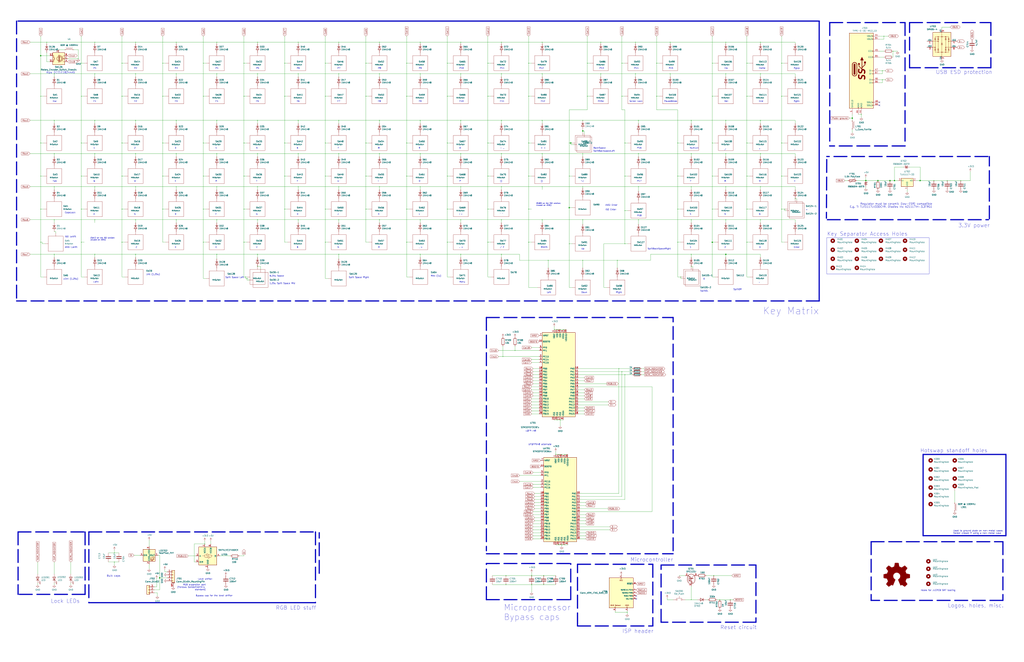
<source format=kicad_sch>
(kicad_sch (version 20230121) (generator eeschema)
  (paper "D")
  (junction (at 34.29 204.47) (diameter 0.3048))
  (junction (at 148.59 35.56) (diameter 0.3048))
  (junction (at 670.56 167.64) (diameter 0.3048))
  (junction (at 527.05 148.59) (diameter 0.3048))
  (junction (at 629.92 53.34) (diameter 0.3048))
  (junction (at 217.17 62.23) (diameter 0.3048))
  (junction (at 491.49 129.54) (diameter 0.3048))
  (junction (at 582.93 129.54) (diameter 0.3048))
  (junction (at 476.25 383.54) (diameter 0.3048))
  (junction (at 571.5 176.53) (diameter 0.3048))
  (junction (at 457.2 157.48) (diameter 0.3048))
  (junction (at 388.62 157.48) (diameter 0.3048))
  (junction (at 506.73 35.56) (diameter 0.3048))
  (junction (at 527.05 205.74) (diameter 0.3048))
  (junction (at 182.88 35.56) (diameter 0.3048))
  (junction (at 285.75 62.23) (diameter 0.3048))
  (junction (at 469.9 354.33) (diameter 0.3048))
  (junction (at 473.71 383.54) (diameter 0.3048))
  (junction (at 182.88 214.63) (diameter 0.3048))
  (junction (at 538.48 185.42) (diameter 0.3048))
  (junction (at 553.72 53.34) (diameter 0.3048))
  (junction (at 45.72 185.42) (diameter 0.3048))
  (junction (at 34.29 120.65) (diameter 0.3048))
  (junction (at 285.75 35.56) (diameter 0.3048))
  (junction (at 527.05 177.8) (diameter 0.3048))
  (junction (at 205.74 81.28) (diameter 0.3048))
  (junction (at 629.92 176.53) (diameter 0.3048))
  (junction (at 80.01 185.42) (diameter 0.3048))
  (junction (at 718.82 99.695))
  (junction (at 448.31 493.395) (diameter 0.3048))
  (junction (at 582.93 214.63) (diameter 0.3048))
  (junction (at 524.51 53.34) (diameter 0.3048))
  (junction (at 342.9 176.53) (diameter 0.3048))
  (junction (at 34.29 81.28) (diameter 0.3048))
  (junction (at 495.3 53.34) (diameter 0.3048))
  (junction (at 422.91 62.23) (diameter 0.3048))
  (junction (at 659.13 148.59) (diameter 0.3048))
  (junction (at 388.62 185.42) (diameter 0.3048))
  (junction (at 80.01 101.6) (diameter 0.3048))
  (junction (at 217.17 185.42) (diameter 0.3048))
  (junction (at 612.14 101.6) (diameter 0.3048))
  (junction (at 274.32 176.53) (diameter 0.3048))
  (junction (at 730.25 152.4))
  (junction (at 571.5 120.65) (diameter 0.3048))
  (junction (at 171.45 204.47) (diameter 0.3048))
  (junction (at 45.72 129.54) (diameter 0.3048))
  (junction (at 96.52 474.345) (diameter 0.3048))
  (junction (at 134.62 487.68))
  (junction (at 535.94 62.23) (diameter 0.3048))
  (junction (at 471.17 383.54) (diameter 0.3048))
  (junction (at 240.03 53.34) (diameter 0.3048))
  (junction (at 458.47 485.775) (diameter 0.3048))
  (junction (at 34.29 46.99))
  (junction (at 251.46 157.48) (diameter 0.3048))
  (junction (at 114.3 185.42) (diameter 0.3048))
  (junction (at 137.16 148.59) (diameter 0.3048))
  (junction (at 445.77 148.59) (diameter 0.3048))
  (junction (at 445.77 53.34) (diameter 0.3048))
  (junction (at 377.19 148.59) (diameter 0.3048))
  (junction (at 491.49 157.48) (diameter 0.3048))
  (junction (at 388.62 129.54) (diameter 0.3048))
  (junction (at 388.62 214.63) (diameter 0.3048))
  (junction (at 34.29 148.59) (diameter 0.3048))
  (junction (at 787.654 152.4) (diameter 0.3048))
  (junction (at 102.87 53.34) (diameter 0.3048))
  (junction (at 354.33 129.54) (diameter 0.3048))
  (junction (at 641.35 101.6) (diameter 0.3048))
  (junction (at 285.75 101.6) (diameter 0.3048))
  (junction (at 182.88 157.48) (diameter 0.3048))
  (junction (at 473.71 459.74) (diameter 0.3048))
  (junction (at 354.33 157.48) (diameter 0.3048))
  (junction (at 114.3 157.48) (diameter 0.3048))
  (junction (at 426.72 485.775) (diameter 0.3048))
  (junction (at 68.58 176.53) (diameter 0.3048))
  (junction (at 491.49 219.71) (diameter 0.3048))
  (junction (at 424.18 300.99) (diameter 0.3048))
  (junction (at 538.48 157.48) (diameter 0.3048))
  (junction (at 422.91 101.6) (diameter 0.3048))
  (junction (at 217.17 157.48) (diameter 0.3048))
  (junction (at 320.04 101.6) (diameter 0.3048))
  (junction (at 171.45 176.53) (diameter 0.3048))
  (junction (at 80.01 129.54) (diameter 0.3048))
  (junction (at 612.14 214.63))
  (junction (at 661.67 176.53) (diameter 0.3048))
  (junction (at 468.63 383.54) (diameter 0.3048))
  (junction (at 480.06 148.59) (diameter 0.3048))
  (junction (at 240.03 120.65) (diameter 0.3048))
  (junction (at 750.57 152.4))
  (junction (at 308.61 176.53) (diameter 0.3048))
  (junction (at 171.45 53.34) (diameter 0.3048))
  (junction (at 137.16 53.34) (diameter 0.3048))
  (junction (at 745.49 30.48) (diameter 0.3048))
  (junction (at 251.46 185.42) (diameter 0.3048))
  (junction (at 148.59 185.42) (diameter 0.3048))
  (junction (at 137.16 120.65) (diameter 0.3048))
  (junction (at 411.48 120.65) (diameter 0.3048))
  (junction (at 102.87 148.59) (diameter 0.3048))
  (junction (at 726.44 96.52) (diameter 0.3048))
  (junction (at 354.33 62.23) (diameter 0.3048))
  (junction (at 472.44 278.13) (diameter 0.3048))
  (junction (at 354.33 101.6) (diameter 0.3048))
  (junction (at 565.15 35.56) (diameter 0.3048))
  (junction (at 527.05 316.23) (diameter 0.3048))
  (junction (at 342.9 81.28) (diameter 0.3048))
  (junction (at 480.06 175.26))
  (junction (at 274.32 148.59) (diameter 0.3048))
  (junction (at 205.74 53.34) (diameter 0.3048))
  (junction (at 171.45 81.28) (diameter 0.3048))
  (junction (at 775.97 152.4))
  (junction (at 182.88 185.42) (diameter 0.3048))
  (junction (at 182.88 62.23) (diameter 0.3048))
  (junction (at 39.37 35.56) (diameter 0.3048))
  (junction (at 422.91 185.42) (diameter 0.3048))
  (junction (at 205.74 176.53) (diameter 0.3048))
  (junction (at 274.32 204.47) (diameter 0.3048))
  (junction (at 582.93 157.48) (diameter 0.3048))
  (junction (at 377.19 176.53) (diameter 0.3048))
  (junction (at 377.19 81.28) (diameter 0.3048))
  (junction (at 342.9 204.47) (diameter 0.3048))
  (junction (at 426.72 493.395) (diameter 0.3048))
  (junction (at 445.77 176.53) (diameter 0.3048))
  (junction (at 612.14 185.42) (diameter 0.3048))
  (junction (at 474.98 278.13) (diameter 0.3048))
  (junction (at 491.49 110.49))
  (junction (at 524.51 313.69) (diameter 0.3048))
  (junction (at 285.75 214.63) (diameter 0.3048))
  (junction (at 354.33 214.63) (diameter 0.3048))
  (junction (at 457.2 101.6) (diameter 0.3048))
  (junction (at 422.91 214.63) (diameter 0.3048))
  (junction (at 480.06 120.65) (diameter 0.3048))
  (junction (at 612.14 157.48) (diameter 0.3048))
  (junction (at 148.59 129.54) (diameter 0.3048))
  (junction (at 476.25 459.74) (diameter 0.3048))
  (junction (at 462.28 219.71) (diameter 0.3048))
  (junction (at 388.62 35.56) (diameter 0.3048))
  (junction (at 754.38 152.4))
  (junction (at 148.59 62.23) (diameter 0.3048))
  (junction (at 308.61 81.28) (diameter 0.3048))
  (junction (at 377.19 53.34) (diameter 0.3048))
  (junction (at 411.48 204.47) (diameter 0.3048))
  (junction (at 320.04 157.48) (diameter 0.3048))
  (junction (at 600.71 204.47))
  (junction (at 571.5 148.59) (diameter 0.3048))
  (junction (at 457.2 185.42) (diameter 0.3048))
  (junction (at 205.74 148.59) (diameter 0.3048))
  (junction (at 240.03 148.59) (diameter 0.3048))
  (junction (at 524.51 81.28) (diameter 0.3048))
  (junction (at 615.95 506.095) (diameter 0.3048))
  (junction (at 411.48 81.28) (diameter 0.3048))
  (junction (at 388.62 62.23) (diameter 0.3048))
  (junction (at 641.35 185.42) (diameter 0.3048))
  (junction (at 629.92 120.65) (diameter 0.3048))
  (junction (at 342.9 148.59) (diameter 0.3048))
  (junction (at 411.48 53.34) (diameter 0.3048))
  (junction (at 308.61 120.65) (diameter 0.3048))
  (junction (at 538.48 101.6) (diameter 0.3048))
  (junction (at 45.72 214.63) (diameter 0.3048))
  (junction (at 217.17 129.54) (diameter 0.3048))
  (junction (at 448.31 485.775) (diameter 0.3048))
  (junction (at 68.58 204.47) (diameter 0.3048))
  (junction (at 102.87 204.47) (diameter 0.3048))
  (junction (at 641.35 35.56) (diameter 0.3048))
  (junction (at 457.2 62.23) (diameter 0.3048))
  (junction (at 172.72 459.105) (diameter 0.3048))
  (junction (at 481.33 120.65))
  (junction (at 659.13 176.53) (diameter 0.3048))
  (junction (at 388.62 101.6) (diameter 0.3048))
  (junction (at 354.33 35.56) (diameter 0.3048))
  (junction (at 528.955 516.89) (diameter 0.3048))
  (junction (at 68.58 120.65) (diameter 0.3048))
  (junction (at 274.32 81.28) (diameter 0.3048))
  (junction (at 471.17 459.74) (diameter 0.3048))
  (junction (at 629.92 148.59) (diameter 0.3048))
  (junction (at 612.14 35.56) (diameter 0.3048))
  (junction (at 251.46 129.54) (diameter 0.3048))
  (junction (at 45.72 101.6) (diameter 0.3048))
  (junction (at 582.93 224.79) (diameter 0.3048))
  (junction (at 102.87 81.28) (diameter 0.3048))
  (junction (at 445.77 204.47) (diameter 0.3048))
  (junction (at 68.58 148.59) (diameter 0.3048))
  (junction (at 320.04 185.42) (diameter 0.3048))
  (junction (at 342.9 120.65) (diameter 0.3048))
  (junction (at 457.2 35.56) (diameter 0.3048))
  (junction (at 217.17 214.63) (diameter 0.3048))
  (junction (at 457.2 129.54) (diameter 0.3048))
  (junction (at 205.74 120.65) (diameter 0.3048))
  (junction (at 480.06 205.74) (diameter 0.3048))
  (junction (at 600.71 120.65) (diameter 0.3048))
  (junction (at 600.71 53.34) (diameter 0.3048))
  (junction (at 80.01 62.23) (diameter 0.3048))
  (junction (at 458.47 493.395) (diameter 0.3048))
  (junction (at 68.58 53.34) (diameter 0.3048))
  (junction (at 411.48 176.53) (diameter 0.3048))
  (junction (at 80.01 214.63) (diameter 0.3048))
  (junction (at 506.73 62.23) (diameter 0.3048))
  (junction (at 217.17 101.6) (diameter 0.3048))
  (junction (at 601.98 485.775) (diameter 0.3048))
  (junction (at 810.26 152.4) (diameter 0.3048))
  (junction (at 582.93 506.095) (diameter 0.3048))
  (junction (at 354.33 185.42) (diameter 0.3048))
  (junction (at 285.75 129.54) (diameter 0.3048))
  (junction (at 641.35 157.48) (diameter 0.3048))
  (junction (at 422.91 35.56) (diameter 0.3048))
  (junction (at 520.7 219.71) (diameter 0.3048))
  (junction (at 798.83 152.4) (diameter 0.3048))
  (junction (at 582.93 185.42) (diameter 0.3048))
  (junction (at 641.35 62.23) (diameter 0.3048))
  (junction (at 171.45 120.65) (diameter 0.3048))
  (junction (at 137.16 176.53) (diameter 0.3048))
  (junction (at 80.01 35.56) (diameter 0.3048))
  (junction (at 80.01 157.48) (diameter 0.3048))
  (junction (at 740.41 152.4))
  (junction (at 535.94 35.56) (diameter 0.3048))
  (junction (at 422.91 157.48) (diameter 0.3048))
  (junction (at 208.28 234.95) (diameter 0.3048))
  (junction (at 411.48 148.59) (diameter 0.3048))
  (junction (at 102.87 176.53) (diameter 0.3048))
  (junction (at 68.58 81.28) (diameter 0.3048))
  (junction (at 571.5 204.47) (diameter 0.3048))
  (junction (at 434.34 295.91) (diameter 0.3048))
  (junction (at 445.77 120.65) (diameter 0.3048))
  (junction (at 66.04 49.53) (diameter 0.3048))
  (junction (at 320.04 129.54) (diameter 0.3048))
  (junction (at 308.61 53.34) (diameter 0.3048))
  (junction (at 422.91 129.54) (diameter 0.3048))
  (junction (at 495.3 81.28) (diameter 0.3048))
  (junction (at 182.88 129.54) (diameter 0.3048))
  (junction (at 207.01 233.68) (diameter 0.3048))
  (junction (at 114.3 101.6) (diameter 0.3048))
  (junction (at 251.46 101.6) (diameter 0.3048))
  (junction (at 240.03 81.28) (diameter 0.3048))
  (junction (at 217.17 224.79) (diameter 0.3048))
  (junction (at 565.15 62.23) (diameter 0.3048))
  (junction (at 171.45 148.59) (diameter 0.3048))
  (junction (at 251.46 35.56) (diameter 0.3048))
  (junction (at 102.87 120.65) (diameter 0.3048))
  (junction (at 629.92 204.47) (diameter 0.3048))
  (junction (at 538.48 129.54) (diameter 0.3048))
  (junction (at 612.14 62.23) (diameter 0.3048))
  (junction (at 182.88 101.6) (diameter 0.3048))
  (junction (at 527.05 120.65) (diameter 0.3048))
  (junction (at 753.11 43.18) (diameter 0.3048))
  (junction (at 607.06 506.095) (diameter 0.3048))
  (junction (at 744.22 59.69) (diameter 0.3048))
  (junction (at 467.36 278.13) (diameter 0.3048))
  (junction (at 600.71 148.59) (diameter 0.3048))
  (junction (at 377.19 120.65) (diameter 0.3048))
  (junction (at 240.03 176.53) (diameter 0.3048))
  (junction (at 308.61 148.59) (diameter 0.3048))
  (junction (at 137.16 81.28) (diameter 0.3048))
  (junction (at 641.35 129.54) (diameter 0.3048))
  (junction (at 612.14 129.54) (diameter 0.3048))
  (junction (at 629.92 81.28) (diameter 0.3048))
  (junction (at 600.71 81.28) (diameter 0.3048))
  (junction (at 274.32 53.34) (diameter 0.3048))
  (junction (at 45.72 62.23) (diameter 0.3048))
  (junction (at 600.71 176.53) (diameter 0.3048))
  (junction (at 574.04 233.68) (diameter 0.3048))
  (junction (at 114.3 35.56) (diameter 0.3048))
  (junction (at 744.22 67.31) (diameter 0.3048))
  (junction (at 553.72 81.28) (diameter 0.3048))
  (junction (at 114.3 129.54) (diameter 0.3048))
  (junction (at 320.04 62.23) (diameter 0.3048))
  (junction (at 659.13 53.34) (diameter 0.3048))
  (junction (at 148.59 157.48) (diameter 0.3048))
  (junction (at 472.44 354.33) (diameter 0.3048))
  (junction (at 148.59 101.6) (diameter 0.3048))
  (junction (at 320.04 35.56) (diameter 0.3048))
  (junction (at 491.49 101.6) (diameter 0.3048))
  (junction (at 285.75 185.42) (diameter 0.3048))
  (junction (at 445.77 81.28) (diameter 0.3048))
  (junction (at 521.97 311.15) (diameter 0.3048))
  (junction (at 377.19 204.47) (diameter 0.3048))
  (junction (at 285.75 157.48) (diameter 0.3048))
  (junction (at 582.93 101.6) (diameter 0.3048))
  (junction (at 114.3 62.23) (diameter 0.3048))
  (junction (at 96.52 466.725) (diameter 0.3048))
  (junction (at 114.3 214.63) (diameter 0.3048))
  (junction (at 251.46 62.23) (diameter 0.3048))
  (junction (at 217.17 35.56) (diameter 0.3048))
  (junction (at 342.9 53.34) (diameter 0.3048))
  (junction (at 659.13 120.65) (diameter 0.3048))
  (junction (at 491.49 185.42) (diameter 0.3048))
  (junction (at 659.13 81.28) (diameter 0.3048))
  (junction (at 34.29 176.53) (diameter 0.3048))
  (junction (at 274.32 120.65) (diameter 0.3048))
  (junction (at 469.9 278.13) (diameter 0.3048))
  (junction (at 45.72 157.48) (diameter 0.3048))
  (junction (at 205.74 204.47) (diameter 0.3048))
  (no_connect (at 741.68 88.9))
  (no_connect (at 536.575 505.46))
  (no_connect (at 741.68 86.36))
  (no_connect (at 536.575 502.92))
  (wire (pts (xy 148.59 62.23) (xy 182.88 62.23)))
  (wire (pts (xy 449.58 441.96) (xy 455.93 441.96)))
  (wire (pts (xy 473.71 459.74) (xy 473.71 461.01)))
  (wire (pts (xy 491.49 110.49) (xy 492.76 110.49)))
  (wire (pts (xy 549.91 431.8) (xy 488.95 431.8)))
  (wire (pts (xy 251.46 36.83) (xy 251.46 35.56)))
  (wire (pts (xy 71.12 204.47) (xy 68.58 204.47)))
  (wire (pts (xy 205.74 53.34) (xy 205.74 30.48)))
  (wire (pts (xy 471.17 459.74) (xy 473.71 459.74)))
  (polyline (pts (xy 734.695 457.2) (xy 845.82 457.2)) (stroke (width 0.9906) (type dash)))
  (wire (pts (xy 487.68 346.71) (xy 492.76 346.71)))
  (wire (pts (xy 68.58 148.59) (xy 68.58 120.65)))
  (wire (pts (xy 242.57 81.28) (xy 240.03 81.28)))
  (polyline (pts (xy 833.12 132.08) (xy 697.23 132.08)) (stroke (width 0.9906) (type dash)))
  (wire (pts (xy 535.94 35.56) (xy 535.94 36.83)))
  (wire (pts (xy 468.63 459.74) (xy 471.17 459.74)))
  (wire (pts (xy 661.67 204.47) (xy 659.13 204.47)))
  (wire (pts (xy 25.4 129.54) (xy 45.72 129.54)))
  (wire (pts (xy 148.59 185.42) (xy 182.88 185.42)))
  (wire (pts (xy 285.75 157.48) (xy 285.75 160.02)))
  (wire (pts (xy 251.46 101.6) (xy 285.75 101.6)))
  (wire (pts (xy 487.68 331.47) (xy 492.76 331.47)))
  (wire (pts (xy 457.2 185.42) (xy 491.49 185.42)))
  (wire (pts (xy 538.48 185.42) (xy 582.93 185.42)))
  (wire (pts (xy 445.77 81.28) (xy 445.77 120.65)))
  (wire (pts (xy 422.91 157.48) (xy 457.2 157.48)))
  (wire (pts (xy 600.71 204.47) (xy 600.71 176.53)))
  (wire (pts (xy 205.74 467.995) (xy 205.74 469.265)))
  (wire (pts (xy 25.4 101.6) (xy 45.72 101.6)))
  (wire (pts (xy 105.41 176.53) (xy 102.87 176.53)))
  (wire (pts (xy 139.7 120.65) (xy 137.16 120.65)))
  (wire (pts (xy 612.14 101.6) (xy 612.14 104.14)))
  (wire (pts (xy 388.62 129.54) (xy 388.62 132.08)))
  (wire (pts (xy 488.95 416.56) (xy 521.97 416.56)))
  (wire (pts (xy 342.9 53.34) (xy 342.9 81.28)))
  (wire (pts (xy 641.35 129.54) (xy 641.35 132.08)))
  (wire (pts (xy 480.06 175.26) (xy 480.06 205.74)))
  (wire (pts (xy 527.05 92.71) (xy 527.05 120.65)))
  (wire (pts (xy 448.31 148.59) (xy 445.77 148.59)))
  (polyline (pts (xy 697.23 134.62) (xy 696.976 184.15)) (stroke (width 0.9906) (type dash)))
  (wire (pts (xy 31.75 493.395) (xy 31.75 492.125)))
  (wire (pts (xy 488.95 449.58) (xy 494.03 449.58)))
  (wire (pts (xy 285.75 35.56) (xy 251.46 35.56)))
  (wire (pts (xy 308.61 53.34) (xy 308.61 30.48)))
  (polyline (pts (xy 487.045 528.32) (xy 487.045 476.25)) (stroke (width 1) (type dash)))
  (wire (pts (xy 448.31 53.34) (xy 445.77 53.34)))
  (polyline (pts (xy 778.51 383.54) (xy 778.51 452.12)) (stroke (width 0.9906)))
  (wire (pts (xy 448.31 339.09) (xy 454.66 339.09)))
  (wire (pts (xy 468.63 485.775) (xy 458.47 485.775)))
  (wire (pts (xy 140.97 487.68) (xy 134.62 487.68)))
  (wire (pts (xy 148.59 157.48) (xy 148.59 160.02)))
  (polyline (pts (xy 557.53 525.145) (xy 557.53 476.885)) (stroke (width 0.9906) (type dash)))
  (wire (pts (xy 567.69 506.095) (xy 562.61 506.095)))
  (wire (pts (xy 205.74 53.34) (xy 205.74 81.28)))
  (wire (pts (xy 285.75 62.23) (xy 320.04 62.23)))
  (wire (pts (xy 632.46 204.47) (xy 629.92 204.47)))
  (wire (pts (xy 411.48 81.28) (xy 411.48 120.65)))
  (wire (pts (xy 91.44 466.725) (xy 96.52 466.725)))
  (wire (pts (xy 612.14 62.23) (xy 641.35 62.23)))
  (wire (pts (xy 749.3 30.48) (xy 745.49 30.48)))
  (wire (pts (xy 415.29 493.395) (xy 426.72 493.395)))
  (wire (pts (xy 538.48 129.54) (xy 538.48 132.08)))
  (wire (pts (xy 102.87 53.34) (xy 102.87 81.28)))
  (wire (pts (xy 177.8 456.565) (xy 177.8 459.105)))
  (wire (pts (xy 217.17 214.63) (xy 285.75 214.63)))
  (wire (pts (xy 45.72 62.23) (xy 80.01 62.23)))
  (wire (pts (xy 80.01 214.63) (xy 80.01 217.17)))
  (wire (pts (xy 274.32 204.47) (xy 274.32 234.95)))
  (wire (pts (xy 422.91 185.42) (xy 457.2 185.42)))
  (wire (pts (xy 422.91 62.23) (xy 422.91 64.77)))
  (wire (pts (xy 448.31 493.395) (xy 458.47 493.395)))
  (wire (pts (xy 96.52 464.185) (xy 96.52 466.725)))
  (wire (pts (xy 285.75 185.42) (xy 320.04 185.42)))
  (wire (pts (xy 448.31 81.28) (xy 445.77 81.28)))
  (wire (pts (xy 574.04 148.59) (xy 571.5 148.59)))
  (wire (pts (xy 600.71 53.34) (xy 600.71 30.48)))
  (wire (pts (xy 414.02 120.65) (xy 411.48 120.65)))
  (wire (pts (xy 744.22 59.69) (xy 741.68 59.69)))
  (wire (pts (xy 454.66 293.37) (xy 448.31 293.37)))
  (wire (pts (xy 603.25 176.53) (xy 600.71 176.53)))
  (wire (pts (xy 529.59 120.65) (xy 527.05 120.65)))
  (wire (pts (xy 481.33 120.65) (xy 482.6 120.65)))
  (wire (pts (xy 210.82 236.22) (xy 208.28 236.22)))
  (wire (pts (xy 182.88 214.63) (xy 217.17 214.63)))
  (wire (pts (xy 612.14 129.54) (xy 641.35 129.54)))
  (wire (pts (xy 320.04 129.54) (xy 320.04 132.08)))
  (polyline (pts (xy 637.54 525.145) (xy 557.53 525.145)) (stroke (width 0.9906) (type dash)))
  (polyline (pts (xy 567.69 464.82) (xy 567.69 267.97)) (stroke (width 0.9906) (type dash)))
  (wire (pts (xy 105.41 120.65) (xy 102.87 120.65)))
  (wire (pts (xy 553.72 92.71) (xy 553.72 81.28)))
  (wire (pts (xy 506.73 35.56) (xy 506.73 36.83)))
  (wire (pts (xy 450.85 429.26) (xy 455.93 429.26)))
  (wire (pts (xy 527.05 205.74) (xy 527.05 177.8)))
  (wire (pts (xy 449.58 316.23) (xy 454.66 316.23)))
  (wire (pts (xy 163.83 474.345) (xy 163.83 459.105)))
  (wire (pts (xy 320.04 185.42) (xy 354.33 185.42)))
  (wire (pts (xy 730.25 152.4) (xy 740.41 152.4)))
  (wire (pts (xy 457.2 157.48) (xy 457.2 160.02)))
  (wire (pts (xy 354.33 62.23) (xy 354.33 64.77)))
  (wire (pts (xy 68.58 53.34) (xy 68.58 81.28)))
  (wire (pts (xy 716.28 99.695) (xy 718.82 99.695)))
  (wire (pts (xy 134.62 468.63) (xy 133.35 468.63)))
  (wire (pts (xy 753.11 48.26) (xy 753.11 43.18)))
  (wire (pts (xy 388.62 36.83) (xy 388.62 35.56)))
  (wire (pts (xy 487.68 328.93) (xy 492.76 328.93)))
  (wire (pts (xy 457.2 129.54) (xy 457.2 132.08)))
  (wire (pts (xy 491.49 129.54) (xy 491.49 132.08)))
  (wire (pts (xy 455.93 398.78) (xy 449.58 398.78)))
  (wire (pts (xy 457.2 36.83) (xy 457.2 35.56)))
  (polyline (pts (xy 550.545 476.25) (xy 550.545 528.32)) (stroke (width 1) (type dash)))
  (wire (pts (xy 172.72 456.565) (xy 172.72 459.105)))
  (polyline (pts (xy 410.21 475.615) (xy 481.33 475.615)) (stroke (width 0.9906) (type dash)))
  (wire (pts (xy 471.17 383.54) (xy 473.71 383.54)))
  (polyline (pts (xy 487.045 476.25) (xy 550.545 476.25)) (stroke (width 1) (type dash)))
  (polyline (pts (xy 15.24 448.945) (xy 15.24 501.65)) (stroke (width 0.9906) (type dash)))
  (wire (pts (xy 388.62 35.56) (xy 354.33 35.56)))
  (wire (pts (xy 91.44 474.345) (xy 96.52 474.345)))
  (wire (pts (xy 274.32 234.95) (xy 276.86 234.95)))
  (wire (pts (xy 457.2 62.23) (xy 457.2 64.77)))
  (wire (pts (xy 148.59 62.23) (xy 148.59 64.77)))
  (wire (pts (xy 488.95 441.96) (xy 494.03 441.96)))
  (wire (pts (xy 139.7 148.59) (xy 137.16 148.59)))
  (wire (pts (xy 527.05 53.34) (xy 524.51 53.34)))
  (wire (pts (xy 182.88 101.6) (xy 217.17 101.6)))
  (wire (pts (xy 308.61 53.34) (xy 308.61 81.28)))
  (wire (pts (xy 422.91 101.6) (xy 422.91 104.14)))
  (polyline (pts (xy 74.93 448.945) (xy 266.065 448.945)) (stroke (width 0.9906) (type dash)))
  (wire (pts (xy 565.15 62.23) (xy 612.14 62.23)))
  (wire (pts (xy 438.15 406.4) (xy 455.93 406.4)))
  (wire (pts (xy 217.17 157.48) (xy 251.46 157.48)))
  (wire (pts (xy 794.385 22.86) (xy 794.385 24.765)))
  (wire (pts (xy 454.66 313.69) (xy 449.58 313.69)))
  (polyline (pts (xy 697.738 185.42) (xy 833.628 185.42)) (stroke (width 0.9906) (type dash)))
  (wire (pts (xy 102.87 233.68) (xy 102.87 204.47)))
  (wire (pts (xy 102.87 81.28) (xy 102.87 120.65)))
  (wire (pts (xy 114.3 101.6) (xy 148.59 101.6)))
  (wire (pts (xy 448.31 485.775) (xy 448.31 483.235)))
  (wire (pts (xy 411.48 176.53) (xy 411.48 148.59)))
  (wire (pts (xy 207.01 234.95) (xy 207.01 233.68)))
  (wire (pts (xy 345.44 53.34) (xy 342.9 53.34)))
  (wire (pts (xy 538.48 185.42) (xy 538.48 189.23)))
  (wire (pts (xy 165.1 474.345) (xy 163.83 474.345)))
  (wire (pts (xy 354.33 214.63) (xy 354.33 217.17)))
  (polyline (pts (xy 15.24 448.945) (xy 71.755 448.945)) (stroke (width 0.9906) (type dash)))
  (wire (pts (xy 472.44 354.33) (xy 474.98 354.33)))
  (wire (pts (xy 68.58 176.53) (xy 68.58 148.59)))
  (polyline (pts (xy 410.21 506.095) (xy 410.21 475.615)) (stroke (width 0.9906) (type dash)))
  (polyline (pts (xy 848.36 452.12) (xy 778.51 452.12)) (stroke (width 0.9906)))
  (wire (pts (xy 68.58 53.34) (xy 68.58 30.48)))
  (wire (pts (xy 137.16 53.34) (xy 137.16 81.28)))
  (wire (pts (xy 217.17 62.23) (xy 217.17 64.77)))
  (wire (pts (xy 600.71 120.65) (xy 600.71 148.59)))
  (polyline (pts (xy 699.77 19.05) (xy 699.77 123.19)) (stroke (width 0.9906) (type dash)))
  (wire (pts (xy 388.62 214.63) (xy 388.62 217.17)))
  (wire (pts (xy 320.04 35.56) (xy 285.75 35.56)))
  (wire (pts (xy 208.28 53.34) (xy 205.74 53.34)))
  (wire (pts (xy 582.93 157.48) (xy 612.14 157.48)))
  (wire (pts (xy 62.23 41.91) (xy 66.04 41.91)))
  (wire (pts (xy 342.9 176.53) (xy 342.9 148.59)))
  (wire (pts (xy 488.95 447.04) (xy 514.35 447.04)))
  (wire (pts (xy 311.15 120.65) (xy 308.61 120.65)))
  (wire (pts (xy 450.85 439.42) (xy 455.93 439.42)))
  (wire (pts (xy 549.91 326.39) (xy 549.91 431.8)))
  (wire (pts (xy 134.62 487.68) (xy 134.62 468.63)))
  (wire (pts (xy 524.51 313.69) (xy 533.4 313.69)))
  (wire (pts (xy 746.76 67.31) (xy 744.22 67.31)))
  (wire (pts (xy 595.63 506.095) (xy 596.9 506.095)))
  (wire (pts (xy 528.955 515.62) (xy 528.955 516.89)))
  (wire (pts (xy 173.99 234.95) (xy 171.45 234.95)))
  (wire (pts (xy 632.46 53.34) (xy 629.92 53.34)))
  (wire (pts (xy 497.84 81.28) (xy 495.3 81.28)))
  (wire (pts (xy 487.68 349.25) (xy 492.76 349.25)))
  (wire (pts (xy 632.46 233.68) (xy 629.92 233.68)))
  (wire (pts (xy 45.72 101.6) (xy 45.72 104.14)))
  (wire (pts (xy 217.17 35.56) (xy 182.88 35.56)))
  (wire (pts (xy 600.71 81.28) (xy 600.71 53.34)))
  (wire (pts (xy 726.44 96.52) (xy 723.9 96.52)))
  (wire (pts (xy 629.92 204.47) (xy 629.92 176.53)))
  (wire (pts (xy 311.15 204.47) (xy 308.61 204.47)))
  (wire (pts (xy 524.51 419.1) (xy 524.51 313.69)))
  (polyline (pts (xy 13.97 17.78) (xy 13.97 254)) (stroke (width 0.9906) (type dash)))
  (wire (pts (xy 139.7 53.34) (xy 137.16 53.34)))
  (wire (pts (xy 615.95 506.095) (xy 607.06 506.095)))
  (wire (pts (xy 750.57 152.4) (xy 754.38 152.4)))
  (wire (pts (xy 59.69 492.125) (xy 59.69 493.395)))
  (wire (pts (xy 34.29 81.28) (xy 34.29 120.65)))
  (polyline (pts (xy 266.065 448.945) (xy 266.065 508.635)) (stroke (width 0.9906) (type dash)))
  (wire (pts (xy 137.16 148.59) (xy 137.16 120.65)))
  (wire (pts (xy 448.31 120.65) (xy 445.77 120.65)))
  (wire (pts (xy 320.04 62.23) (xy 354.33 62.23)))
  (wire (pts (xy 438.15 401.32) (xy 455.93 401.32)))
  (wire (pts (xy 68.58 81.28) (xy 68.58 120.65)))
  (wire (pts (xy 607.06 506.095) (xy 604.52 506.095)))
  (wire (pts (xy 612.14 62.23) (xy 612.14 64.77)))
  (wire (pts (xy 491.49 157.48) (xy 538.48 157.48)))
  (wire (pts (xy 571.5 92.71) (xy 571.5 120.65)))
  (wire (pts (xy 354.33 129.54) (xy 388.62 129.54)))
  (wire (pts (xy 553.72 53.34) (xy 553.72 30.48)))
  (wire (pts (xy 96.52 474.345) (xy 96.52 476.885)))
  (wire (pts (xy 521.97 416.56) (xy 521.97 311.15)))
  (wire (pts (xy 208.28 233.68) (xy 207.01 233.68)))
  (wire (pts (xy 449.58 321.31) (xy 454.66 321.31)))
  (wire (pts (xy 354.33 36.83) (xy 354.33 35.56)))
  (wire (pts (xy 354.33 185.42) (xy 388.62 185.42)))
  (wire (pts (xy 612.14 129.54) (xy 612.14 132.08)))
  (wire (pts (xy 450.85 421.64) (xy 455.93 421.64)))
  (wire (pts (xy 251.46 62.23) (xy 285.75 62.23)))
  (wire (pts (xy 455.93 419.1) (xy 450.85 419.1)))
  (polyline (pts (xy 763.27 19.05) (xy 763.27 123.19)) (stroke (width 0.9906) (type dash)))
  (wire (pts (xy 745.49 30.48) (xy 741.68 30.48)))
  (polyline (pts (xy 410.21 467.36) (xy 567.69 467.36)) (stroke (width 0.9906) (type dash)))
  (wire (pts (xy 582.93 494.665) (xy 582.93 506.095)))
  (wire (pts (xy 595.63 485.775) (xy 601.98 485.775)))
  (wire (pts (xy 548.64 219.71) (xy 548.64 214.63)))
  (wire (pts (xy 670.56 62.23) (xy 670.56 64.77)))
  (wire (pts (xy 473.71 383.54) (xy 476.25 383.54)))
  (wire (pts (xy 35.56 204.47) (xy 34.29 204.47)))
  (wire (pts (xy 448.31 336.55) (xy 454.66 336.55)))
  (wire (pts (xy 601.98 485.775) (xy 617.22 485.775)))
  (wire (pts (xy 565.15 35.56) (xy 565.15 36.83)))
  (wire (pts (xy 66.04 41.91) (xy 66.04 49.53)) (stroke (width 0.1524)))
  (wire (pts (xy 158.75 469.265) (xy 165.1 469.265)))
  (wire (pts (xy 535.94 35.56) (xy 565.15 35.56)))
  (wire (pts (xy 182.88 214.63) (xy 182.88 218.44)))
  (wire (pts (xy 251.46 157.48) (xy 251.46 160.02)))
  (wire (pts (xy 308.61 176.53) (xy 308.61 148.59)))
  (wire (pts (xy 242.57 120.65) (xy 240.03 120.65)))
  (wire (pts (xy 45.72 157.48) (xy 80.01 157.48)))
  (wire (pts (xy 125.73 455.93) (xy 125.73 461.01)))
  (wire (pts (xy 414.02 176.53) (xy 411.48 176.53)))
  (wire (pts (xy 488.95 436.88) (xy 494.03 436.88)))
  (wire (pts (xy 449.58 449.58) (xy 455.93 449.58)))
  (wire (pts (xy 454.66 303.53) (xy 448.31 303.53)))
  (wire (pts (xy 208.28 204.47) (xy 205.74 204.47)))
  (wire (pts (xy 207.01 233.68) (xy 205.74 233.68)))
  (wire (pts (xy 476.25 383.54) (xy 478.79 383.54)))
  (wire (pts (xy 414.02 148.59) (xy 411.48 148.59)))
  (wire (pts (xy 342.9 53.34) (xy 342.9 30.48)))
  (wire (pts (xy 342.9 233.68) (xy 342.9 204.47)))
  (wire (pts (xy 354.33 157.48) (xy 388.62 157.48)))
  (wire (pts (xy 449.58 318.77) (xy 454.66 318.77)))
  (wire (pts (xy 388.62 62.23) (xy 388.62 64.77)))
  (wire (pts (xy 276.86 53.34) (xy 274.32 53.34)))
  (wire (pts (xy 125.73 476.25) (xy 125.73 480.06)))
  (wire (pts (xy 285.75 101.6) (xy 285.75 104.14)))
  (wire (pts (xy 449.58 452.12) (xy 455.93 452.12)))
  (wire (pts (xy 641.35 185.42) (xy 612.14 185.42)))
  (wire (pts (xy 217.17 129.54) (xy 217.17 132.08)))
  (wire (pts (xy 276.86 204.47) (xy 274.32 204.47)))
  (wire (pts (xy 449.58 431.8) (xy 455.93 431.8)))
  (wire (pts (xy 182.88 157.48) (xy 217.17 157.48)))
  (wire (pts (xy 641.35 35.56) (xy 670.56 35.56)))
  (wire (pts (xy 746.76 59.69) (xy 744.22 59.69)))
  (wire (pts (xy 139.7 204.47) (xy 137.16 204.47)))
  (wire (pts (xy 521.97 311.15) (xy 533.4 311.15)))
  (wire (pts (xy 718.82 99.695) (xy 718.82 101.6)))
  (wire (pts (xy 472.44 278.13) (xy 474.98 278.13)))
  (wire (pts (xy 354.33 62.23) (xy 388.62 62.23)))
  (polyline (pts (xy 845.82 457.2) (xy 845.82 506.73)) (stroke (width 0.9906) (type dash)))
  (wire (pts (xy 45.72 214.63) (xy 80.01 214.63)))
  (wire (pts (xy 308.61 81.28) (xy 308.61 120.65)))
  (wire (pts (xy 274.32 176.53) (xy 274.32 148.59)))
  (wire (pts (xy 242.57 176.53) (xy 240.03 176.53)))
  (wire (pts (xy 449.58 323.85) (xy 454.66 323.85)))
  (wire (pts (xy 80.01 157.48) (xy 114.3 157.48)))
  (wire (pts (xy 480.06 148.59) (xy 480.06 175.26)))
  (wire (pts (xy 553.72 81.28) (xy 553.72 53.34)))
  (wire (pts (xy 422.91 129.54) (xy 457.2 129.54)))
  (wire (pts (xy 388.62 157.48) (xy 422.91 157.48)))
  (wire (pts (xy 311.15 148.59) (xy 308.61 148.59)))
  (wire (pts (xy 411.48 204.47) (xy 411.48 176.53)))
  (wire (pts (xy 582.93 104.14) (xy 582.93 101.6)))
  (wire (pts (xy 450.85 436.88) (xy 455.93 436.88)))
  (wire (pts (xy 422.91 185.42) (xy 422.91 187.96)))
  (wire (pts (xy 541.02 311.15) (xy 543.56 311.15)))
  (wire (pts (xy 285.75 129.54) (xy 320.04 129.54)))
  (wire (pts (xy 661.67 148.59) (xy 659.13 148.59)))
  (wire (pts (xy 492.76 110.49) (xy 492.76 113.03)))
  (wire (pts (xy 571.5 101.6) (xy 582.93 101.6)))
  (wire (pts (xy 182.88 36.83) (xy 182.88 35.56)))
  (wire (pts (xy 276.86 148.59) (xy 274.32 148.59)))
  (wire (pts (xy 148.59 129.54) (xy 148.59 132.08)))
  (wire (pts (xy 311.15 53.34) (xy 308.61 53.34)))
  (wire (pts (xy 556.26 81.28) (xy 553.72 81.28)))
  (wire (pts (xy 450.85 424.18) (xy 455.93 424.18)))
  (wire (pts (xy 148.59 129.54) (xy 182.88 129.54)))
  (wire (pts (xy 68.58 233.68) (xy 68.58 204.47)))
  (wire (pts (xy 467.36 354.33) (xy 469.9 354.33)))
  (wire (pts (xy 240.03 81.28) (xy 240.03 120.65)))
  (wire (pts (xy 182.88 185.42) (xy 182.88 187.96)))
  (wire (pts (xy 574.04 204.47) (xy 571.5 204.47)))
  (wire (pts (xy 661.67 177.8) (xy 661.67 176.53)))
  (wire (pts (xy 113.03 468.63) (xy 118.11 468.63)))
  (wire (pts (xy 528.955 516.89) (xy 518.795 516.89)))
  (wire (pts (xy 102.87 53.34) (xy 102.87 30.48)))
  (wire (pts (xy 71.12 233.68) (xy 68.58 233.68)))
  (wire (pts (xy 274.32 148.59) (xy 274.32 120.65)))
  (wire (pts (xy 205.74 233.68) (xy 205.74 204.47)))
  (wire (pts (xy 487.68 318.77) (xy 492.76 318.77)))
  (wire (pts (xy 148.59 35.56) (xy 114.3 35.56)))
  (wire (pts (xy 34.29 120.65) (xy 34.29 148.59)))
  (wire (pts (xy 488.95 419.1) (xy 524.51 419.1)))
  (wire (pts (xy 285.75 101.6) (xy 320.04 101.6)))
  (wire (pts (xy 171.45 53.34) (xy 171.45 30.48)))
  (wire (pts (xy 574.04 176.53) (xy 571.5 176.53)))
  (wire (pts (xy 434.34 292.1) (xy 434.34 295.91)))
  (wire (pts (xy 308.61 148.59) (xy 308.61 120.65)))
  (wire (pts (xy 217.17 36.83) (xy 217.17 35.56)))
  (wire (pts (xy 641.35 157.48) (xy 670.56 157.48)))
  (wire (pts (xy 450.85 426.72) (xy 455.93 426.72)))
  (wire (pts (xy 741.68 69.85) (xy 744.22 69.85)))
  (wire (pts (xy 102.87 204.47) (xy 102.87 176.53)))
  (wire (pts (xy 457.2 185.42) (xy 457.2 187.96)))
  (wire (pts (xy 612.14 185.42) (xy 582.93 185.42)))
  (wire (pts (xy 411.48 233.68) (xy 411.48 204.47)))
  (wire (pts (xy 462.28 219.71) (xy 491.49 219.71)))
  (wire (pts (xy 491.49 219.71) (xy 491.49 226.06)))
  (wire (pts (xy 718.82 96.52) (xy 718.82 99.695)))
  (wire (pts (xy 274.32 204.47) (xy 274.32 176.53)))
  (wire (pts (xy 632.46 148.59) (xy 629.92 148.59)))
  (wire (pts (xy 565.15 35.56) (xy 612.14 35.56)))
  (wire (pts (xy 34.29 233.68) (xy 36.83 233.68)))
  (wire (pts (xy 80.01 101.6) (xy 114.3 101.6)))
  (wire (pts (xy 483.87 121.92) (xy 481.33 121.92)))
  (wire (pts (xy 242.57 204.47) (xy 240.03 204.47)))
  (wire (pts (xy 775.97 140.97) (xy 775.97 152.4)))
  (wire (pts (xy 538.48 129.54) (xy 582.93 129.54)))
  (wire (pts (xy 311.15 81.28) (xy 308.61 81.28)))
  (wire (pts (xy 285.75 214.63) (xy 354.33 214.63)))
  (wire (pts (xy 661.67 120.65) (xy 659.13 120.65)))
  (wire (pts (xy 217.17 101.6) (xy 251.46 101.6)))
  (wire (pts (xy 548.64 214.63) (xy 582.93 214.63)))
  (wire (pts (xy 414.02 81.28) (xy 411.48 81.28)))
  (wire (pts (xy 712.47 152.4) (xy 715.01 152.4)))
  (wire (pts (xy 462.28 226.06) (xy 462.28 219.71)))
  (wire (pts (xy 535.94 62.23) (xy 565.15 62.23)))
  (wire (pts (xy 506.73 35.56) (xy 535.94 35.56)))
  (wire (pts (xy 45.72 185.42) (xy 45.72 187.96)))
  (wire (pts (xy 354.33 214.63) (xy 388.62 214.63)))
  (wire (pts (xy 612.14 157.48) (xy 641.35 157.48)))
  (wire (pts (xy 217.17 214.63) (xy 217.17 217.17)))
  (wire (pts (xy 377.19 204.47) (xy 377.19 176.53)))
  (wire (pts (xy 114.3 185.42) (xy 148.59 185.42)))
  (wire (pts (xy 320.04 157.48) (xy 354.33 157.48)))
  (wire (pts (xy 182.88 129.54) (xy 182.88 132.08)))
  (wire (pts (xy 659.13 120.65) (xy 659.13 148.59)))
  (wire (pts (xy 388.62 62.23) (xy 422.91 62.23)))
  (wire (pts (xy 45.72 62.23) (xy 45.72 64.77)))
  (wire (pts (xy 756.92 43.18) (xy 753.11 43.18)))
  (wire (pts (xy 641.35 101.6) (xy 670.56 101.6)))
  (wire (pts (xy 148.59 101.6) (xy 182.88 101.6)))
  (wire (pts (xy 488.95 452.12) (xy 494.03 452.12)))
  (wire (pts (xy 411.48 53.34) (xy 411.48 81.28)))
  (wire (pts (xy 137.16 204.47) (xy 137.16 176.53)))
  (wire (pts (xy 377.19 53.34) (xy 377.19 81.28)))
  (polyline (pts (xy 71.755 448.945) (xy 71.755 501.65)) (stroke (width 0.9906) (type dash)))
  (wire (pts (xy 36.83 148.59) (xy 34.29 148.59)))
  (wire (pts (xy 448.31 349.25) (xy 454.66 349.25)))
  (wire (pts (xy 488.95 424.18) (xy 494.03 424.18)))
  (wire (pts (xy 527.05 421.64) (xy 527.05 316.23)))
  (wire (pts (xy 767.08 140.97) (xy 775.97 140.97)))
  (wire (pts (xy 105.41 53.34) (xy 102.87 53.34)))
  (wire (pts (xy 488.95 426.72) (xy 494.03 426.72)))
  (wire (pts (xy 448.31 328.93) (xy 454.66 328.93)))
  (wire (pts (xy 173.99 204.47) (xy 171.45 204.47)))
  (wire (pts (xy 445.77 148.59) (xy 445.77 120.65)))
  (wire (pts (xy 487.68 316.23) (xy 527.05 316.23)))
  (wire (pts (xy 46.99 195.58) (xy 45.72 195.58)))
  (wire (pts (xy 740.41 152.4) (xy 750.57 152.4)))
  (wire (pts (xy 388.62 129.54) (xy 422.91 129.54)))
  (wire (pts (xy 480.06 92.71) (xy 480.06 120.65)))
  (wire (pts (xy 491.49 185.42) (xy 491.49 189.23)))
  (wire (pts (xy 588.01 506.095) (xy 582.93 506.095)))
  (wire (pts (xy 745.49 33.02) (xy 745.49 30.48)))
  (wire (pts (xy 535.94 62.23) (xy 535.94 64.77)))
  (wire (pts (xy 495.3 53.34) (xy 495.3 81.28)))
  (wire (pts (xy 45.72 129.54) (xy 45.72 132.08)))
  (polyline (pts (xy 848.36 383.54) (xy 848.36 452.12)) (stroke (width 0.9906)))
  (wire (pts (xy 457.2 101.6) (xy 457.2 104.14)))
  (polyline (pts (xy 845.82 506.73) (xy 734.695 506.73)) (stroke (width 0.9906) (type dash)))
  (wire (pts (xy 744.22 67.31) (xy 741.68 67.31)))
  (wire (pts (xy 219.71 224.79) (xy 219.71 227.33)))
  (wire (pts (xy 342.9 204.47) (xy 342.9 176.53)))
  (wire (pts (xy 506.73 62.23) (xy 506.73 64.77)))
  (wire (pts (xy 354.33 35.56) (xy 320.04 35.56)))
  (wire (pts (xy 659.13 81.28) (xy 659.13 120.65)))
  (wire (pts (xy 518.795 516.89) (xy 518.795 515.62)))
  (wire (pts (xy 476.25 459.74) (xy 478.79 459.74)))
  (polyline (pts (xy 690.88 254) (xy 13.97 254)) (stroke (width 0.9906) (type dash)))
  (wire (pts (xy 574.04 120.65) (xy 571.5 120.65)))
  (wire (pts (xy 449.58 447.04) (xy 455.93 447.04)))
  (wire (pts (xy 71.12 81.28) (xy 68.58 81.28)))
  (wire (pts (xy 388.62 185.42) (xy 422.91 185.42)))
  (wire (pts (xy 422.91 157.48) (xy 422.91 160.02)))
  (wire (pts (xy 415.29 485.775) (xy 426.72 485.775)))
  (wire (pts (xy 102.87 233.68) (xy 105.41 233.68)))
  (wire (pts (xy 46.99 196.85) (xy 46.99 195.58)))
  (wire (pts (xy 148.59 36.83) (xy 148.59 35.56)))
  (wire (pts (xy 345.44 176.53) (xy 342.9 176.53)))
  (wire (pts (xy 345.44 204.47) (xy 342.9 204.47)))
  (wire (pts (xy 354.33 101.6) (xy 388.62 101.6)))
  (wire (pts (xy 426.72 493.395) (xy 448.31 493.395)))
  (wire (pts (xy 173.99 120.65) (xy 171.45 120.65)))
  (wire (pts (xy 139.065 482.6) (xy 139.065 480.695)))
  (wire (pts (xy 140.97 482.6) (xy 139.065 482.6)))
  (wire (pts (xy 449.58 434.34) (xy 455.93 434.34)))
  (wire (pts (xy 661.67 81.28) (xy 659.13 81.28)))
  (wire (pts (xy 114.3 62.23) (xy 148.59 62.23)))
  (wire (pts (xy 612.14 185.42) (xy 612.14 187.96)))
  (wire (pts (xy 251.46 129.54) (xy 285.75 129.54)))
  (wire (pts (xy 506.73 62.23) (xy 535.94 62.23)))
  (wire (pts (xy 39.37 36.83) (xy 39.37 35.56)))
  (wire (pts (xy 612.14 35.56) (xy 612.14 36.83)))
  (wire (pts (xy 285.75 129.54) (xy 285.75 132.08)))
  (wire (pts (xy 217.17 62.23) (xy 251.46 62.23)))
  (wire (pts (xy 467.36 278.13) (xy 467.36 275.59)))
  (wire (pts (xy 575.31 234.95) (xy 574.04 234.95)))
  (wire (pts (xy 59.69 474.345) (xy 59.69 484.505)))
  (wire (pts (xy 458.47 485.775) (xy 448.31 485.775)))
  (wire (pts (xy 577.85 506.095) (xy 582.93 506.095)))
  (wire (pts (xy 641.35 214.63) (xy 641.35 217.17)))
  (wire (pts (xy 251.46 185.42) (xy 251.46 187.96)))
  (wire (pts (xy 114.3 101.6) (xy 114.3 104.14)))
  (wire (pts (xy 473.71 459.74) (xy 476.25 459.74)))
  (wire (pts (xy 772.668 152.4) (xy 775.97 152.4)))
  (wire (pts (xy 787.654 152.4) (xy 798.83 152.4)))
  (wire (pts (xy 798.83 152.4) (xy 810.26 152.4)))
  (wire (pts (xy 810.26 152.4) (xy 818.388 152.4)))
  (wire (pts (xy 377.19 176.53) (xy 377.19 148.59)))
  (wire (pts (xy 450.85 416.56) (xy 455.93 416.56)))
  (wire (pts (xy 422.91 35.56) (xy 457.2 35.56)))
  (wire (pts (xy 251.46 101.6) (xy 251.46 104.14)))
  (polyline (pts (xy 778.51 383.54) (xy 848.36 383.54)) (stroke (width 0.9906)))
  (wire (pts (xy 577.85 485.775) (xy 572.77 485.775)))
  (wire (pts (xy 509.27 205.74) (xy 527.05 205.74)))
  (wire (pts (xy 411.48 53.34) (xy 411.48 30.48)))
  (wire (pts (xy 25.4 157.48) (xy 45.72 157.48)))
  (wire (pts (xy 320.04 62.23) (xy 320.04 64.77)))
  (wire (pts (xy 274.32 81.28) (xy 274.32 120.65)))
  (wire (pts (xy 603.25 148.59) (xy 600.71 148.59)))
  (wire (pts (xy 171.45 176.53) (xy 171.45 148.59)))
  (wire (pts (xy 285.75 62.23) (xy 285.75 64.77)))
  (polyline (pts (xy 835.66 19.05) (xy 835.66 57.15)) (stroke (width 0.9906) (type dash)))
  (wire (pts (xy 80.01 129.54) (xy 114.3 129.54)))
  (wire (pts (xy 424.18 292.1) (xy 424.18 300.99)))
  (wire (pts (xy 754.38 140.97) (xy 754.38 152.4)))
  (polyline (pts (xy 834.39 184.658) (xy 834.39 132.08)) (stroke (width 0.9906) (type dash)))
  (wire (pts (xy 205.74 204.47) (xy 205.74 176.53)))
  (wire (pts (xy 482.6 148.59) (xy 480.06 148.59)))
  (wire (pts (xy 538.48 157.48) (xy 538.48 161.29)))
  (wire (pts (xy 36.83 81.28) (xy 34.29 81.28)))
  (wire (pts (xy 379.73 176.53) (xy 377.19 176.53)))
  (wire (pts (xy 603.25 120.65) (xy 600.71 120.65)))
  (wire (pts (xy 34.29 176.53) (xy 36.83 176.53)))
  (wire (pts (xy 574.04 234.95) (xy 574.04 233.68)))
  (wire (pts (xy 600.71 81.28) (xy 600.71 120.65)))
  (wire (pts (xy 217.17 224.79) (xy 219.71 224.79)))
  (wire (pts (xy 491.49 101.6) (xy 538.48 101.6)))
  (wire (pts (xy 68.58 204.47) (xy 68.58 176.53)))
  (wire (pts (xy 345.44 81.28) (xy 342.9 81.28)))
  (wire (pts (xy 487.68 344.17) (xy 492.76 344.17)))
  (wire (pts (xy 449.58 331.47) (xy 454.66 331.47)))
  (wire (pts (xy 482.6 205.74) (xy 480.06 205.74)))
  (wire (pts (xy 35.56 205.74) (xy 35.56 204.47)))
  (wire (pts (xy 285.75 36.83) (xy 285.75 35.56)))
  (wire (pts (xy 600.71 204.47) (xy 600.71 233.68)))
  (wire (pts (xy 379.73 233.68) (xy 377.19 233.68)))
  (wire (pts (xy 217.17 157.48) (xy 217.17 160.02)))
  (wire (pts (xy 641.35 129.54) (xy 670.56 129.54)))
  (wire (pts (xy 25.4 35.56) (xy 39.37 35.56)))
  (wire (pts (xy 582.93 214.63) (xy 612.14 214.63)))
  (wire (pts (xy 320.04 101.6) (xy 320.04 104.14)))
  (wire (pts (xy 422.91 62.23) (xy 457.2 62.23)))
  (wire (pts (xy 422.91 214.63) (xy 438.15 214.63)))
  (wire (pts (xy 422.91 36.83) (xy 422.91 35.56)))
  (wire (pts (xy 612.14 35.56) (xy 641.35 35.56)))
  (wire (pts (xy 240.03 53.34) (xy 240.03 81.28)))
  (wire (pts (xy 148.59 157.48) (xy 182.88 157.48)))
  (wire (pts (xy 527.05 316.23) (xy 533.4 316.23)))
  (wire (pts (xy 354.33 129.54) (xy 354.33 132.08)))
  (wire (pts (xy 744.22 69.85) (xy 744.22 67.31)))
  (wire (pts (xy 584.2 224.79) (xy 582.93 224.79)))
  (wire (pts (xy 495.3 92.71) (xy 480.06 92.71)))
  (wire (pts (xy 276.86 176.53) (xy 274.32 176.53)))
  (wire (pts (xy 137.16 176.53) (xy 137.16 148.59)))
  (wire (pts (xy 34.29 46.99) (xy 34.29 81.28)))
  (wire (pts (xy 422.91 101.6) (xy 457.2 101.6)))
  (wire (pts (xy 320.04 157.48) (xy 320.04 160.02)))
  (wire (pts (xy 449.58 444.5) (xy 455.93 444.5)))
  (wire (pts (xy 670.56 185.42) (xy 641.35 185.42)))
  (wire (pts (xy 173.99 148.59) (xy 171.45 148.59)))
  (wire (pts (xy 173.99 53.34) (xy 171.45 53.34)))
  (wire (pts (xy 105.41 204.47) (xy 102.87 204.47)))
  (wire (pts (xy 182.88 101.6) (xy 182.88 104.14)))
  (wire (pts (xy 671.83 168.91) (xy 671.83 167.64)))
  (wire (pts (xy 659.13 176.53) (xy 659.13 204.47)))
  (wire (pts (xy 139.7 176.53) (xy 137.16 176.53)))
  (wire (pts (xy 582.93 129.54) (xy 582.93 132.08)))
  (wire (pts (xy 114.3 185.42) (xy 114.3 187.96)))
  (wire (pts (xy 448.31 346.71) (xy 454.66 346.71)))
  (wire (pts (xy 488.95 439.42) (xy 494.03 439.42)))
  (wire (pts (xy 632.46 81.28) (xy 629.92 81.28)))
  (wire (pts (xy 659.13 81.28) (xy 659.13 53.34)))
  (wire (pts (xy 217.17 185.42) (xy 251.46 185.42)))
  (wire (pts (xy 487.68 334.01) (xy 492.76 334.01)))
  (wire (pts (xy 420.37 300.99) (xy 424.18 300.99)))
  (wire (pts (xy 482.6 242.57) (xy 480.06 242.57)))
  (wire (pts (xy 741.68 62.23) (xy 744.22 62.23)))
  (wire (pts (xy 251.46 185.42) (xy 285.75 185.42)))
  (wire (pts (xy 487.68 339.09) (xy 513.08 339.09)))
  (wire (pts (xy 670.56 157.48) (xy 670.56 160.02)))
  (wire (pts (xy 426.72 485.775) (xy 448.31 485.775)))
  (wire (pts (xy 345.44 120.65) (xy 342.9 120.65)))
  (wire (pts (xy 320.04 101.6) (xy 354.33 101.6)))
  (wire (pts (xy 600.71 176.53) (xy 600.71 148.59)))
  (wire (pts (xy 137.16 30.48) (xy 137.16 53.34)))
  (wire (pts (xy 45.72 157.48) (xy 45.72 160.02)))
  (wire (pts (xy 388.62 157.48) (xy 388.62 160.02)))
  (wire (pts (xy 491.49 158.75) (xy 491.49 157.48)))
  (wire (pts (xy 488.95 454.66) (xy 494.03 454.66)))
  (wire (pts (xy 662.94 177.8) (xy 661.67 177.8)))
  (wire (pts (xy 208.28 176.53) (xy 205.74 176.53)))
  (wire (pts (xy 130.175 495.3) (xy 132.08 495.3)))
  (wire (pts (xy 132.08 495.3) (xy 132.08 488.315)))
  (wire (pts (xy 495.3 81.28) (xy 495.3 92.71)))
  (wire (pts (xy 173.99 176.53) (xy 171.45 176.53)))
  (wire (pts (xy 448.31 306.07) (xy 454.66 306.07)))
  (wire (pts (xy 612.14 214.63) (xy 641.35 214.63)))
  (wire (pts (xy 114.3 62.23) (xy 114.3 64.77)))
  (wire (pts (xy 538.48 157.48) (xy 582.93 157.48)))
  (wire (pts (xy 274.32 53.34) (xy 274.32 30.48)))
  (wire (pts (xy 39.37 44.45) (xy 39.37 52.07)))
  (wire (pts (xy 632.46 176.53) (xy 629.92 176.53)))
  (wire (pts (xy 80.01 185.42) (xy 80.01 187.96)))
  (wire (pts (xy 377.19 148.59) (xy 377.19 120.65)))
  (wire (pts (xy 641.35 101.6) (xy 641.35 104.14)))
  (wire (pts (xy 217.17 101.6) (xy 217.17 104.14)))
  (wire (pts (xy 114.3 157.48) (xy 114.3 160.02)))
  (wire (pts (xy 762 140.97) (xy 754.38 140.97)))
  (wire (pts (xy 491.49 219.71) (xy 520.7 219.71)))
  (wire (pts (xy 114.3 36.83) (xy 114.3 35.56)))
  (wire (pts (xy 524.51 81.28) (xy 524.51 92.71)))
  (wire (pts (xy 455.93 408.94) (xy 449.58 408.94)))
  (wire (pts (xy 240.03 148.59) (xy 240.03 120.65)))
  (wire (pts (xy 449.58 411.48) (xy 455.93 411.48)))
  (wire (pts (xy 96.52 474.345) (xy 100.33 474.345)))
  (wire (pts (xy 379.73 81.28) (xy 377.19 81.28)))
  (wire (pts (xy 354.33 185.42) (xy 354.33 187.96)))
  (wire (pts (xy 718.82 109.22) (xy 718.82 111.76)))
  (wire (pts (xy 205.74 176.53) (xy 205.74 148.59)))
  (wire (pts (xy 491.49 185.42) (xy 538.48 185.42)))
  (wire (pts (xy 320.04 129.54) (xy 354.33 129.54)))
  (wire (pts (xy 754.38 152.4) (xy 757.428 152.4)))
  (wire (pts (xy 449.58 334.01) (xy 454.66 334.01)))
  (wire (pts (xy 524.51 53.34) (xy 524.51 30.48)))
  (wire (pts (xy 251.46 62.23) (xy 251.46 64.77)))
  (polyline (pts (xy 699.77 19.05) (xy 763.27 19.05)) (stroke (width 0.9906) (type dash)))
  (wire (pts (xy 741.68 48.26) (xy 745.49 48.26)))
  (wire (pts (xy 388.62 101.6) (xy 388.62 104.14)))
  (polyline (pts (xy 835.66 57.15) (xy 767.08 57.15)) (stroke (width 0.9906) (type dash)))
  (wire (pts (xy 71.12 176.53) (xy 68.58 176.53)))
  (wire (pts (xy 582.93 157.48) (xy 582.93 160.02)))
  (wire (pts (xy 745.49 43.18) (xy 741.68 43.18)))
  (wire (pts (xy 171.45 204.47) (xy 171.45 234.95)))
  (wire (pts (xy 641.35 62.23) (xy 670.56 62.23)))
  (wire (pts (xy 629.92 176.53) (xy 629.92 148.59)))
  (wire (pts (xy 474.98 278.13) (xy 477.52 278.13)))
  (wire (pts (xy 36.83 120.65) (xy 34.29 120.65)))
  (wire (pts (xy 71.12 148.59) (xy 68.58 148.59)))
  (wire (pts (xy 377.19 81.28) (xy 377.19 120.65)))
  (wire (pts (xy 242.57 53.34) (xy 240.03 53.34)))
  (wire (pts (xy 524.51 81.28) (xy 524.51 53.34)))
  (wire (pts (xy 114.3 214.63) (xy 182.88 214.63)))
  (wire (pts (xy 448.31 326.39) (xy 454.66 326.39)))
  (wire (pts (xy 242.57 148.59) (xy 240.03 148.59)))
  (wire (pts (xy 205.74 81.28) (xy 205.74 120.65)))
  (wire (pts (xy 541.02 313.69) (xy 543.56 313.69)))
  (wire (pts (xy 208.28 234.95) (xy 207.01 234.95)))
  (wire (pts (xy 411.48 53.34) (xy 414.02 53.34)))
  (wire (pts (xy 25.4 214.63) (xy 45.72 214.63)))
  (wire (pts (xy 457.2 35.56) (xy 506.73 35.56)))
  (wire (pts (xy 524.51 92.71) (xy 527.05 92.71)))
  (wire (pts (xy 342.9 148.59) (xy 342.9 120.65)))
  (wire (pts (xy 414.02 204.47) (xy 411.48 204.47)))
  (wire (pts (xy 422.91 214.63) (xy 422.91 217.17)))
  (wire (pts (xy 612.14 101.6) (xy 641.35 101.6)))
  (wire (pts (xy 208.28 148.59) (xy 205.74 148.59)))
  (wire (pts (xy 438.15 214.63) (xy 438.15 219.71)))
  (wire (pts (xy 629.92 233.68) (xy 629.92 204.47)))
  (wire (pts (xy 438.15 219.71) (xy 462.28 219.71)))
  (wire (pts (xy 481.33 121.92) (xy 481.33 120.65)))
  (wire (pts (xy 209.55 234.95) (xy 208.28 234.95)))
  (wire (pts (xy 529.59 148.59) (xy 527.05 148.59)))
  (wire (pts (xy 320.04 36.83) (xy 320.04 35.56)))
  (polyline (pts (xy 410.21 506.095) (xy 481.33 506.095)) (stroke (width 0.9906) (type dash)))
  (wire (pts (xy 39.37 35.56) (xy 80.01 35.56)))
  (wire (pts (xy 469.9 354.33) (xy 472.44 354.33)))
  (wire (pts (xy 308.61 204.47) (xy 308.61 176.53)))
  (polyline (pts (xy 783.59 200.66) (xy 783.59 231.14)))
  (wire (pts (xy 208.28 120.65) (xy 205.74 120.65)))
  (wire (pts (xy 661.67 176.53) (xy 659.13 176.53)))
  (wire (pts (xy 448.31 204.47) (xy 445.77 204.47)))
  (polyline (pts (xy 637.54 476.885) (xy 637.54 525.145)) (stroke (width 0.9906) (type dash)))
  (wire (pts (xy 730.25 149.86) (xy 730.25 152.4)))
  (wire (pts (xy 38.1 205.74) (xy 35.56 205.74)))
  (wire (pts (xy 34.29 176.53) (xy 34.29 204.47)))
  (polyline (pts (xy 71.755 501.65) (xy 15.24 501.65)) (stroke (width 0.9906) (type dash)))
  (wire (pts (xy 208.28 236.22) (xy 208.28 234.95)))
  (wire (pts (xy 274.32 53.34) (xy 274.32 81.28)))
  (wire (pts (xy 276.86 81.28) (xy 274.32 81.28)))
  (wire (pts (xy 538.48 101.6) (xy 571.5 101.6)))
  (wire (pts (xy 726.44 99.06) (xy 726.44 96.52)))
  (polyline (pts (xy 690.88 17.78) (xy 690.88 254)) (stroke (width 0.9906) (type solid)))
  (wire (pts (xy 495.3 53.34) (xy 495.3 30.48)))
  (wire (pts (xy 511.81 242.57) (xy 509.27 242.57)))
  (polyline (pts (xy 15.24 17.78) (xy 690.88 17.78)) (stroke (width 0.9906) (type solid)))
  (wire (pts (xy 240.03 53.34) (xy 240.03 30.48)))
  (wire (pts (xy 354.33 101.6) (xy 354.33 104.14)))
  (wire (pts (xy 582.93 185.42) (xy 582.93 187.96)))
  (wire (pts (xy 487.68 341.63) (xy 513.08 341.63)))
  (wire (pts (xy 424.18 300.99) (xy 454.66 300.99)))
  (wire (pts (xy 629.92 81.28) (xy 629.92 53.34)))
  (wire (pts (xy 541.02 316.23) (xy 543.56 316.23)))
  (wire (pts (xy 134.62 487.68) (xy 134.62 497.84)))
  (wire (pts (xy 134.62 497.84) (xy 130.175 497.84)))
  (wire (pts (xy 488.95 421.64) (xy 527.05 421.64)))
  (wire (pts (xy 422.91 129.54) (xy 422.91 132.08)))
  (wire (pts (xy 527.05 177.8) (xy 527.05 148.59)))
  (wire (pts (xy 487.68 336.55) (xy 492.76 336.55)))
  (wire (pts (xy 251.46 35.56) (xy 217.17 35.56)))
  (wire (pts (xy 801.37 22.86) (xy 794.385 22.86)))
  (wire (pts (xy 285.75 157.48) (xy 320.04 157.48)))
  (polyline (pts (xy 767.08 19.05) (xy 835.66 19.05)) (stroke (width 0.9906) (type dash)))
  (wire (pts (xy 45.72 129.54) (xy 80.01 129.54)))
  (wire (pts (xy 31.75 474.345) (xy 31.75 484.505)))
  (wire (pts (xy 342.9 233.68) (xy 345.44 233.68)))
  (polyline (pts (xy 481.33 506.095) (xy 481.33 475.615)) (stroke (width 0.9906) (type dash)))
  (wire (pts (xy 529.59 177.8) (xy 527.05 177.8)))
  (wire (pts (xy 71.12 120.65) (xy 68.58 120.65)))
  (wire (pts (xy 420.37 295.91) (xy 434.34 295.91)))
  (wire (pts (xy 171.45 204.47) (xy 171.45 176.53)))
  (wire (pts (xy 45.72 101.6) (xy 80.01 101.6)))
  (wire (pts (xy 457.2 101.6) (xy 491.49 101.6)))
  (wire (pts (xy 217.17 185.42) (xy 217.17 187.96)))
  (wire (pts (xy 137.16 81.28) (xy 137.16 120.65)))
  (wire (pts (xy 670.56 101.6) (xy 670.56 104.14)))
  (wire (pts (xy 320.04 185.42) (xy 320.04 187.96)))
  (wire (pts (xy 182.88 35.56) (xy 148.59 35.56)))
  (wire (pts (xy 582.93 214.63) (xy 582.93 217.17)))
  (wire (pts (xy 96.52 466.725) (xy 100.33 466.725)))
  (wire (pts (xy 612.14 214.63) (xy 612.14 217.17)))
  (wire (pts (xy 582.93 101.6) (xy 612.14 101.6)))
  (polyline (pts (xy 410.21 267.97) (xy 567.69 267.97)) (stroke (width 0.9906) (type dash)))
  (wire (pts (xy 487.68 323.85) (xy 511.81 323.85)))
  (wire (pts (xy 148.59 185.42) (xy 148.59 187.96)))
  (wire (pts (xy 671.83 167.64) (xy 670.56 167.64)))
  (wire (pts (xy 487.68 326.39) (xy 549.91 326.39)))
  (wire (pts (xy 102.87 176.53) (xy 102.87 148.59)))
  (wire (pts (xy 388.62 35.56) (xy 422.91 35.56)))
  (wire (pts (xy 582.93 129.54) (xy 612.14 129.54)))
  (wire (pts (xy 618.49 506.095) (xy 615.95 506.095)))
  (wire (pts (xy 217.17 129.54) (xy 251.46 129.54)))
  (wire (pts (xy 102.87 148.59) (xy 102.87 120.65)))
  (wire (pts (xy 130.175 500.38) (xy 132.715 500.38)))
  (wire (pts (xy 132.715 500.38) (xy 132.715 502.92)))
  (wire (pts (xy 49.53 41.91) (xy 54.61 41.91)))
  (wire (pts (xy 445.77 204.47) (xy 445.77 242.57)))
  (wire (pts (xy 571.5 148.59) (xy 571.5 120.65)))
  (wire (pts (xy 730.25 158.75) (xy 730.25 157.48)))
  (wire (pts (xy 434.34 295.91) (xy 454.66 295.91)))
  (wire (pts (xy 520.7 219.71) (xy 520.7 226.06)))
  (wire (pts (xy 472.44 354.33) (xy 472.44 359.41)))
  (wire (pts (xy 445.77 204.47) (xy 445.77 176.53)))
  (wire (pts (xy 603.25 53.34) (xy 600.71 53.34)))
  (wire (pts (xy 538.48 101.6) (xy 538.48 104.14)))
  (wire (pts (xy 173.99 81.28) (xy 171.45 81.28)))
  (wire (pts (xy 240.03 176.53) (xy 240.03 148.59)))
  (wire (pts (xy 377.19 233.68) (xy 377.19 204.47)))
  (wire (pts (xy 148.59 101.6) (xy 148.59 104.14)))
  (polyline (pts (xy 697.23 200.66) (xy 697.23 231.14)))
  (wire (pts (xy 449.58 311.15) (xy 454.66 311.15)))
  (wire (pts (xy 80.01 36.83) (xy 80.01 35.56)))
  (wire (pts (xy 448.31 176.53) (xy 445.77 176.53)))
  (wire (pts (xy 603.25 81.28) (xy 600.71 81.28)))
  (wire (pts (xy 556.26 53.34) (xy 553.72 53.34)))
  (wire (pts (xy 80.01 101.6) (xy 80.01 104.14)))
  (wire (pts (xy 114.3 214.63) (xy 114.3 217.17)))
  (wire (pts (xy 251.46 129.54) (xy 251.46 132.08)))
  (wire (pts (xy 458.47 493.395) (xy 468.63 493.395)))
  (wire (pts (xy 629.92 120.65) (xy 629.92 148.59)))
  (wire (pts (xy 388.62 214.63) (xy 422.91 214.63)))
  (wire (pts (xy 487.68 321.31) (xy 492.76 321.31)))
  (wire (pts (xy 574.04 233.68) (xy 571.5 233.68)))
  (wire (pts (xy 527.05 81.28) (xy 524.51 81.28)))
  (wire (pts (xy 520.7 219.71) (xy 548.64 219.71)))
  (wire (pts (xy 641.35 157.48) (xy 641.35 160.02)))
  (wire (pts (xy 345.44 148.59) (xy 342.9 148.59)))
  (wire (pts (xy 629.92 120.65) (xy 629.92 81.28)))
  (wire (pts (xy 354.33 157.48) (xy 354.33 160.02)))
  (wire (pts (xy 45.72 214.63) (xy 45.72 217.17)))
  (wire (pts (xy 276.86 120.65) (xy 274.32 120.65)))
  (wire (pts (xy 527.05 205.74) (xy 529.59 205.74)))
  (wire (pts (xy 80.01 62.23) (xy 114.3 62.23)))
  (wire (pts (xy 629.92 53.34) (xy 629.92 30.48)))
  (wire (pts (xy 379.73 148.59) (xy 377.19 148.59)))
  (wire (pts (xy 528.955 516.89) (xy 528.955 518.16)))
  (wire (pts (xy 66.04 49.53) (xy 57.15 49.53)))
  (wire (pts (xy 182.88 62.23) (xy 182.88 64.77)))
  (wire (pts (xy 775.97 152.4) (xy 787.654 152.4)))
  (wire (pts (xy 182.88 62.23) (xy 217.17 62.23)))
  (wire (pts (xy 641.35 185.42) (xy 641.35 187.96)))
  (wire (pts (xy 185.42 469.265) (xy 194.31 469.265)))
  (polyline (pts (xy 734.695 457.2) (xy 734.695 506.73)) (stroke (width 0.9906) (type dash)))
  (wire (pts (xy 741.68 33.02) (xy 745.49 33.02)))
  (wire (pts (xy 641.35 62.23) (xy 641.35 64.77)))
  (wire (pts (xy 201.93 469.265) (xy 205.74 469.265)))
  (wire (pts (xy 612.14 157.48) (xy 612.14 160.02)))
  (wire (pts (xy 240.03 204.47) (xy 240.03 176.53)))
  (wire (pts (xy 670.56 35.56) (xy 670.56 36.83)))
  (wire (pts (xy 487.68 313.69) (xy 524.51 313.69)))
  (wire (pts (xy 377.19 53.34) (xy 377.19 30.48)))
  (wire (pts (xy 488.95 429.26) (xy 513.08 429.26)))
  (wire (pts (xy 491.49 129.54) (xy 538.48 129.54)))
  (wire (pts (xy 480.06 120.65) (xy 481.33 120.65)))
  (wire (pts (xy 34.29 30.48) (xy 34.29 46.99)))
  (wire (pts (xy 379.73 204.47) (xy 377.19 204.47)))
  (wire (pts (xy 659.13 53.34) (xy 659.13 30.48)))
  (wire (pts (xy 509.27 205.74) (xy 509.27 242.57)))
  (wire (pts (xy 25.4 62.23) (xy 45.72 62.23)))
  (wire (pts (xy 487.68 311.15) (xy 521.97 311.15)))
  (wire (pts (xy 453.39 242.57) (xy 445.77 242.57)))
  (wire (pts (xy 480.06 148.59) (xy 480.06 120.65)))
  (wire (pts (xy 80.01 157.48) (xy 80.01 160.02)))
  (wire (pts (xy 467.36 278.13) (xy 469.9 278.13)))
  (wire (pts (xy 114.3 129.54) (xy 148.59 129.54)))
  (wire (pts (xy 388.62 185.42) (xy 388.62 187.96)))
  (wire (pts (xy 71.12 53.34) (xy 68.58 53.34)))
  (wire (pts (xy 182.88 129.54) (xy 217.17 129.54)))
  (wire (pts (xy 445.77 176.53) (xy 445.77 148.59)))
  (wire (pts (xy 571.5 204.47) (xy 571.5 176.53)))
  (wire (pts (xy 480.06 175.26) (xy 482.6 175.26)))
  (wire (pts (xy 448.31 341.63) (xy 454.66 341.63)))
  (wire (pts (xy 565.15 62.23) (xy 565.15 64.77)))
  (wire (pts (xy 171.45 81.28) (xy 171.45 120.65)))
  (wire (pts (xy 25.4 185.42) (xy 45.72 185.42)))
  (wire (pts (xy 603.25 204.47) (xy 600.71 204.47)))
  (wire (pts (xy 469.9 278.13) (xy 472.44 278.13)))
  (wire (pts (xy 208.28 81.28) (xy 205.74 81.28)))
  (wire (pts (xy 457.2 129.54) (xy 491.49 129.54)))
  (polyline (pts (xy 697.23 200.66) (xy 783.59 200.66)))
  (wire (pts (xy 205.74 148.59) (xy 205.74 120.65)))
  (wire (pts (xy 105.41 81.28) (xy 102.87 81.28)))
  (wire (pts (xy 251.46 157.48) (xy 285.75 157.48)))
  (wire (pts (xy 411.48 233.68) (xy 414.02 233.68)))
  (wire (pts (xy 445.77 53.34) (xy 445.77 81.28)))
  (wire (pts (xy 491.49 109.22) (xy 491.49 110.49)))
  (wire (pts (xy 457.2 157.48) (xy 491.49 157.48)))
  (wire (pts (xy 80.01 214.63) (xy 114.3 214.63)))
  (wire (pts (xy 468.63 383.54) (xy 471.17 383.54)))
  (wire (pts (xy 553.72 92.71) (xy 571.5 92.71)))
  (wire (pts (xy 182.88 185.42) (xy 217.17 185.42)))
  (polyline (pts (xy 487.045 528.32) (xy 550.545 528.32)) (stroke (width 1) (type dash)))
  (wire (pts (xy 379.73 53.34) (xy 377.19 53.34)))
  (wire (pts (xy 80.01 129.54) (xy 80.01 132.08)))
  (wire (pts (xy 722.63 152.4) (xy 730.25 152.4)))
  (wire (pts (xy 641.35 35.56) (xy 641.35 36.83)))
  (wire (pts (xy 114.3 157.48) (xy 148.59 157.48)))
  (wire (pts (xy 379.73 120.65) (xy 377.19 120.65)))
  (wire (pts (xy 659.13 148.59) (xy 659.13 176.53)))
  (polyline (pts (xy 763.27 123.19) (xy 699.77 123.19)) (stroke (width 0.9906) (type dash)))
  (wire (pts (xy 45.72 493.395) (xy 45.72 492.125)))
  (wire (pts (xy 34.29 46.99) (xy 41.91 46.99)))
  (wire (pts (xy 411.48 148.59) (xy 411.48 120.65)))
  (wire (pts (xy 488.95 434.34) (xy 494.03 434.34)))
  (wire (pts (xy 163.83 459.105) (xy 172.72 459.105)))
  (wire (pts (xy 600.71 233.68) (xy 603.25 233.68)))
  (wire (pts (xy 34.29 148.59) (xy 34.29 176.53)))
  (wire (pts (xy 114.3 129.54) (xy 114.3 132.08)))
  (polyline (pts (xy 783.59 231.14) (xy 697.23 231.14)))
  (wire (pts (xy 80.01 62.23) (xy 80.01 64.77)))
  (wire (pts (xy 105.41 148.59) (xy 102.87 148.59)))
  (polyline (pts (xy 266.065 508.635) (xy 74.93 508.635)) (stroke (width 0.9906) (type solid)))
  (wire (pts (xy 445.77 53.34) (xy 445.77 30.48)))
  (wire (pts (xy 311.15 176.53) (xy 308.61 176.53)))
  (wire (pts (xy 744.22 62.23) (xy 744.22 59.69)))
  (wire (pts (xy 182.88 157.48) (xy 182.88 160.02)))
  (wire (pts (xy 45.72 185.42) (xy 80.01 185.42)))
  (wire (pts (xy 818.388 152.4) (xy 818.388 144.78)))
  (wire (pts (xy 562.61 506.095) (xy 562.61 504.825)))
  (wire (pts (xy 571.5 176.53) (xy 571.5 148.59)))
  (wire (pts (xy 342.9 81.28) (xy 342.9 120.65)))
  (polyline (pts (xy 269.24 483.87) (xy 269.24 449.58)) (stroke (width 0.9906) (type dash)))
  (polyline (pts (xy 767.08 57.15) (xy 767.08 19.05)) (stroke (width 0.9906) (type dash)))
  (wire (pts (xy 41.91 52.07) (xy 39.37 52.07)))
  (wire (pts (xy 45.72 474.345) (xy 45.72 484.505)))
  (wire (pts (xy 805.18 414.02) (xy 805.18 424.18)))
  (wire (pts (xy 670.56 129.54) (xy 670.56 132.08)))
  (wire (pts (xy 139.7 81.28) (xy 137.16 81.28)))
  (wire (pts (xy 584.2 226.06) (xy 584.2 224.79)))
  (wire (pts (xy 491.49 110.49) (xy 491.49 111.76)))
  (wire (pts (xy 571.5 233.68) (xy 571.5 204.47)))
  (wire (pts (xy 285.75 214.63) (xy 285.75 218.44)))
  (wire (pts (xy 285.75 185.42) (xy 285.75 187.96)))
  (polyline (pts (xy 410.21 267.97) (xy 410.21 464.82)) (stroke (width 0.9906) (type dash)))
  (wire (pts (xy 457.2 62.23) (xy 506.73 62.23)))
  (wire (pts (xy 527.05 148.59) (xy 527.05 120.65)))
  (wire (pts (xy 80.01 185.42) (xy 114.3 185.42)))
  (wire (pts (xy 34.29 204.47) (xy 34.29 233.68)))
  (wire (pts (xy 488.95 444.5) (xy 514.35 444.5)))
  (polyline (pts (xy 74.93 448.945) (xy 74.93 508.635)) (stroke (width 0.9906) (type dash)))
  (wire (pts (xy 448.31 493.395) (xy 448.31 499.745)))
  (wire (pts (xy 114.3 35.56) (xy 80.01 35.56)))
  (wire (pts (xy 632.46 120.65) (xy 629.92 120.65)))
  (wire (pts (xy 448.31 344.17) (xy 454.66 344.17)))
  (wire (pts (xy 449.58 454.66) (xy 455.93 454.66)))
  (wire (pts (xy 388.62 101.6) (xy 422.91 101.6)))
  (polyline (pts (xy 557.53 476.885) (xy 637.54 476.885)) (stroke (width 0.9906) (type dash)))
  (wire (pts (xy 765.048 160.02) (xy 765.048 161.925)))
  (wire (pts (xy 670.56 185.42) (xy 670.56 187.96)))
  (wire (pts (xy 661.67 53.34) (xy 659.13 53.34)))
  (wire (pts (xy 171.45 148.59) (xy 171.45 120.65)))
  (wire (pts (xy 480.06 205.74) (xy 480.06 242.57)))
  (wire (pts (xy 497.84 53.34) (xy 495.3 53.34)))
  (wire (pts (xy 171.45 53.34) (xy 171.45 81.28)))
  (wire (pts (xy 468.63 383.54) (xy 468.63 381)))
  (text "; :" (at 387.35 181.61 0) (effects (font (size 1.27 1.27)) (justify left bottom)))
  (text "F1" (at 78.74 86.36 0) (effects (font (size 1.27 1.27)) (justify left bottom)))
  (text "=" (at 669.29 153.67 0) (effects (font (size 1.27 1.27)) (justify left bottom)))
  (text "P18" (at 537.21 182.88 0) (effects (font (size 1.27 1.27)) (justify left bottom)))
  (text "M" (at 318.77 209.55 0) (effects (font (size 1.27 1.27)) (justify left bottom)))
  (text "9" (at 640.08 153.67 0) (effects (font (size 1.27 1.27)) (justify left bottom)))
  (text "/ ?" (at 421.64 209.55 0) (effects (font (size 1.27 1.27)) (justify left bottom)))
  (text "P2" (at 113.03 58.42 0) (effects (font (size 1.27 1.27)) (justify left bottom)))
  (text "LWin" (at 78.74 238.76 0) (effects (font (size 1.27 1.27)) (justify left bottom)))
  (text "Enter" (at 669.29 209.55 0) (effects (font (size 1.27 1.27)) (justify left bottom)))
  (text "UFQFPN48 alternate " (at 466.09 375.92 0) (effects (font (size 1.27 1.27)) (justify right bottom)))
  (text "Used to ground plate on non-metal cases\nSolder closed if using a non-metal case" (at 803.91 450.85 0) (effects (font (size 1.27 1.27)) (justify left bottom)))
  (text "1" (at 78.74 125.73 0) (effects (font (size 1.27 1.27)) (justify left bottom)))
  (text "7" (at 581.66 153.67 0) (effects (font (size 1.27 1.27)) (justify left bottom)))
  (text "O" (at 353.06 153.67 0) (effects (font (size 1.27 1.27)) (justify left bottom)))
  (text "C" (at 181.61 209.55 0) (effects (font (size 1.27 1.27)) (justify left bottom)))
  (text "1" (at 581.66 209.55 0) (effects (font (size 1.27 1.27)) (justify left bottom)))
  (text "P11" (at 421.64 58.42 0) (effects (font (size 1.27 1.27)) (justify left bottom)))
  (text "F8" (at 318.77 86.36 0) (effects (font (size 1.27 1.27)) (justify left bottom)))
  (text "3.3V power" (at 834.771 192.278 0) (effects (font (size 3.175 3.175)) (justify right bottom)))
  (text "L" (at 353.06 181.61 0) (effects (font (size 1.27 1.27)) (justify left bottom)))
  (text "J" (at 284.48 181.61 0) (effects (font (size 1.27 1.27)) (justify left bottom)))
  (text "P16" (at 537.21 125.73 0) (effects (font (size 1.27 1.27)) (justify left bottom)))
  (text "E" (at 147.32 153.67 0) (effects (font (size 1.27 1.27)) (justify left bottom)))
  (text "P5" (at 215.9 58.42 0) (effects (font (size 1.27 1.27)) (justify left bottom)))
  (text "ISO Enter\n" (at 510.54 177.8 0) (effects (font (size 1.27 1.27)) (justify left bottom)))
  (text "G" (at 215.9 181.61 0) (effects (font (size 1.27 1.27)) (justify left bottom)))
  (text "P3" (at 147.32 58.42 0) (effects (font (size 1.27 1.27)) (justify left bottom)))
  (text "[{" (at 421.64 153.67 0) (effects (font (size 1.27 1.27)) (justify left bottom)))
  (text "4" (at 581.66 181.61 0) (effects (font (size 1.27 1.27)) (justify left bottom)))
  (text "Microcontroller" (at 567.69 474.345 0) (effects (font (size 3.175 3.175)) (justify right bottom)))
  (text "N" (at 284.48 209.55 0) (effects (font (size 1.27 1.27)) (justify left bottom)))
  (text "D\n" (at 147.32 181.61 0) (effects (font (size 1.27 1.27)) (justify left bottom)))
  (text "ANSI Lshift\n" (at 54.61 209.55 0) (effects (font (size 1.27 1.27)) (justify left bottom)))
  (text "3" (at 640.08 209.55 0) (effects (font (size 1.27 1.27)) (justify left bottom)))
  (text "S" (at 113.03 181.61 0) (effects (font (size 1.27 1.27)) (justify left bottom)))
  (text "I" (at 318.77 153.67 0) (effects (font (size 1.27 1.27)) (justify left bottom)))
  (text "F7" (at 284.48 86.36 0) (effects (font (size 1.27 1.27)) (justify left bottom)))
  (text "9" (at 353.06 125.73 0) (effects (font (size 1.27 1.27)) (justify left bottom)))
  (text "F2" (at 113.03 86.36 0) (effects (font (size 1.27 1.27)) (justify left bottom)))
  (text "5" (at 215.9 125.73 0) (effects (font (size 1.27 1.27)) (justify left bottom)))
  (text ". >" (at 387.35 209.55 0) (effects (font (size 1.27 1.27)) (justify left bottom)))
  (text "U" (at 284.48 153.67 0) (effects (font (size 1.27 1.27)) (justify left bottom)))
  (text "Split0R" (at 618.49 245.11 0) (effects (font (size 1.27 1.27)) (justify left bottom)))
  (text "T" (at 215.9 153.67 0) (effects (font (size 1.27 1.27)) (justify left bottom)))
  (text "B" (at 250.19 209.55 0) (effects (font (size 1.27 1.27)) (justify left bottom)))
  (text "`~{}" (at 44.45 125.73 0) (effects (font (size 1.27 1.27)) (justify left bottom)))
  (text "Split Space Left" (at 205.74 234.95 0) (effects (font (size 1.27 1.27)) (justify right bottom)))
  (text "Menu" (at 387.35 238.76 0) (effects (font (size 1.27 1.27)) (justify left bottom)))
  (text "NumLck" (at 581.66 125.73 0) (effects (font (size 1.27 1.27)) (justify left bottom)))
  (text "RGB expansion port\n(Follows Gondolindrim's \nstandard)" (at 173.609 498.475 0) (effects (font (size 1.27 1.27)) (justify right bottom)))
  (text "RShift" (at 455.93 209.55 0) (effects (font (size 1.27 1.27)) (justify left bottom)))
  (text "0" (at 387.35 125.73 0) (effects (font (size 1.27 1.27)) (justify left bottom)))
  (text "ISO Lshift\n" (at 54.61 200.66 0) (effects (font (size 1.27 1.27)) (justify left bottom)))
  (text "Split Space Right" (at 311.15 234.95 0) (effects (font (size 1.27 1.27)) (justify right bottom)))
  (text "Home" (at 640.08 58.42 0) (effects (font (size 1.27 1.27)) (justify left bottom)))
  (text "Bypass cap for the level shifter" (at 196.215 503.555 0) (effects (font (size 1.27 1.27)) (justify right bottom)))
  (text "H" (at 250.19 181.61 0) (effects (font (size 1.27 1.27)) (justify left bottom)))
  (text "ANSI Enter" (at 510.54 173.99 0) (effects (font (size 1.27 1.27)) (justify left bottom)))
  (text "Logos, holes, misc." (at 846.455 513.08 0) (effects (font (size 3.175 3.175)) (justify right bottom)))
  (text "(SW12 on the ISO version; \nunused on ANSI)" (at 76.2 203.2 0) (effects (font (size 1.016 1.016)) (justify left bottom)))
  (text "2" (at 113.03 125.73 0) (effects (font (size 1.27 1.27)) (justify left bottom)))
  (text "Down" (at 490.22 247.65 0) (effects (font (size 1.27 1.27)) (justify left bottom)))
  (text "." (at 640.08 238.76 0) (effects (font (size 1.27 1.27)) (justify left bottom)))
  (text "-" (at 669.29 127 0) (effects (font (size 1.27 1.27)) (justify left bottom)))
  (text "SplitBackSpaceRight" (at 546.1 210.82 0) (effects (font (size 1.27 1.27)) (justify left bottom)))
  (text "\\|" (at 490.22 153.67 0) (effects (font (size 1.27 1.27)) (justify left bottom)))
  (text "RGB LED stuff" (at 266.7 514.985 0) (effects (font (size 3.175 3.175)) (justify right bottom)))
  (text "LAlt (1.25u)\n" (at 123.19 232.41 0) (effects (font (size 1.27 1.27)) (justify left bottom)))
  (text "6" (at 640.08 181.61 0) (effects (font (size 1.27 1.27)) (justify left bottom)))
  (text "PgUp" (at 669.29 58.42 0) (effects (font (size 1.27 1.27)) (justify left bottom)))
  (text "1.25u Split Space Mid" (at 248.92 240.03 0) (effects (font (size 1.27 1.27)) (justify right bottom)))
  (text "P7" (at 284.48 58.42 0) (effects (font (size 1.27 1.27)) (justify left bottom)))
  (text "Y" (at 250.19 153.67 0) (effects (font (size 1.27 1.27)) (justify left bottom)))
  (text "PgDn" (at 669.29 86.36 0) (effects (font (size 1.27 1.27)) (justify left bottom)))
  (text "8" (at 610.87 153.67 0) (effects (font (size 1.27 1.27)) (justify left bottom)))
  (text "4" (at 181.61 125.73 0) (effects (font (size 1.27 1.27)) (justify left bottom)))
  (text "ISP header" (at 551.18 534.67 0) (effects (font (size 3.175 3.175)) (justify right bottom)))
  (text "F5" (at 215.9 86.36 0) (effects (font (size 1.27 1.27)) (justify left bottom)))
  (text "Regulator must be ceramic (low-ESR) compatible\nE.g. TI TLV1117LV33DCYR, Diodies Inc AZ1117IH-3.3TRG1" (at 786.257 175.641 0) (effects (font (size 1.5748 1.5748)) (justify right bottom)))
  (text "Z" (at 114.3 209.55 0) (effects (font (size 1.27 1.27)) (justify left bottom)))
  (text "/" (at 610.87 127 0) (effects (font (size 1.27 1.27)) (justify left bottom)))
  (text "A\n" (at 78.74 181.61 0) (effects (font (size 1.27 1.27)) (justify left bottom)))
  (text "(SW83 on the ISO version; \nunused on ANSI)" (at 452.12 173.99 0) (effects (font (size 1.016 1.016)) (justify left bottom)))
  (text "SplitBackspaceLeft" (at 500.38 128.27 0) (effects (font (size 1.27 1.27)) (justify left bottom)))
  (text "BackSpace" (at 500.38 125.73 0) (effects (font (size 1.27 1.27)) (justify left bottom)))
  (text "P10" (at 387.35 58.42 0) (effects (font (size 1.27 1.27)) (justify left bottom)))
  (text "PrtSc" (at 504.19 86.36 0) (effects (font (size 1.27 1.27)) (justify left bottom)))
  (text "F6" (at 250.19 86.36 0) (effects (font (size 1.27 1.27)) (justify left bottom)))
  (text "7" (at 284.48 125.73 0) (effects (font (size 1.27 1.27)) (justify left bottom)))
  (text "Right" (at 519.43 247.65 0) (effects (font (size 1.27 1.27)) (justify left bottom)))
  (text "Tab" (at 44.45 153.67 0) (effects (font (size 1.27 1.27)) (justify left bottom)))
  (text "Holes for JLCPCB SMT tooling" (at 805.815 499.11 0) (effects (font (size 1.27 1.27)) (justify right bottom)))
  (text "P" (at 387.35 153.67 0) (effects (font (size 1.27 1.27)) (justify left bottom)))
  (text "Alps EC11E18244A5" (at 63.246 62.23 0) (effects (font (size 1.5875 1.5875)) (justify right bottom)))
  (text "F11" (at 421.64 86.36 0) (effects (font (size 1.27 1.27)) (justify left bottom)))
  (text "F4" (at 181.61 86.36 0) (effects (font (size 1.27 1.27)) (justify left bottom)))
  (text "LCtrl (1.25u)" (at 53.34 236.22 0) (effects (font (size 1.27 1.27)) (justify left bottom)))
  (text "2" (at 610.87 209.55 0) (effects (font (size 1.27 1.27)) (justify left bottom)))
  (text "RAlt (1u)" (at 363.22 233.68 0) (effects (font (size 1.27 1.27)) (justify left bottom)))
  (text "USB ESD protection" (at 836.93 62.865 0) (effects (font (size 3.175 3.175)) (justify right bottom)))
  (text "P1" (at 78.74 58.42 0) (effects (font (size 1.27 1.27)) (justify left bottom)))
  (text "End" (at 640.08 86.36 0) (effects (font (size 1.27 1.27)) (justify left bottom)))
  (text "+" (at 679.45 177.8 0) (effects (font (size 1.27 1.27)) (justify left bottom)))
  (text "P15" (at 563.88 58.42 0) (effects (font (size 1.27 1.27)) (justify left bottom)))
  (text "F9" (at 353.06 86.36 0) (effects (font (size 1.27 1.27)) (justify left bottom)))
  (text "- _" (at 421.64 125.73 0) (effects (font (size 1.27 1.27)) (justify left bottom)))
  (text "CapsLock" (at 54.61 180.34 0) (effects (font (size 1.27 1.27)) (justify left bottom)))
  (text "Scroll Lock\n" (at 530.86 86.36 0) (effects (font (size 1.27 1.27)) (justify left bottom)))
  (text "Level shifter" (at 179.07 489.585 0) (effects (font (size 1.27 1.27)) (justify right bottom)))
  (text "P6" (at 250.19 58.42 0) (effects (font (size 1.27 1.27)) (justify left bottom)))
  (text "0" (at 593.09 236.22 0) (effects (font (size 1.27 1.27)) (justify left bottom)))
  (text "W" (at 113.03 153.67 0) (effects (font (size 1.27 1.27)) (justify left bottom)))
  (text "F3" (at 147.32 86.36 0) (effects (font (size 1.27 1.27)) (justify left bottom)))
  (text "F" (at 181.61 181.61 0) (effects (font (size 1.27 1.27)) (justify left bottom)))
  (text "6.25u Space" (at 227.33 233.68 0) (effects (font (size 1.27 1.27)) (justify left bottom)))
  (text "Hotswap standoff holes" (at 775.97 382.27 0) (effects (font (size 3.175 3.175)) (justify left bottom)))
  (text "Split0L" (at 590.55 246.38 0) (effects (font (size 1.27 1.27)) (justify left bottom)))
  (text "PauseBreak" (at 560.07 86.36 0) (effects (font (size 1.27 1.27)) (justify left bottom)))
  (text "P9" (at 353.06 58.42 0) (effects (font (size 1.27 1.27)) (justify left bottom)))
  (text "P14" (at 534.67 58.42 0) (effects (font (size 1.27 1.27)) (justify left bottom)))
  (text "Ins" (at 610.87 58.42 0) (effects (font (size 1.27 1.27)) (justify left bottom)))
  (text "]}" (at 455.93 153.67 0) (effects (font (size 1.27 1.27)) (justify left bottom)))
  (text "Key Separator Access Holes" (at 697.484 199.39 0) (effects (font (size 3.175 3.175)) (justify left bottom)))
  (text "8" (at 318.77 125.73 0) (effects (font (size 1.27 1.27)) (justify left bottom)))
  (text "6" (at 250.19 125.73 0) (effects (font (size 1.27 1.27)) (justify left bottom)))
  (text "Del" (at 610.87 86.36 0) (effects (font (size 1.27 1.27)) (justify left bottom)))
  (text "P4" (at 181.61 58.42 0) (effects (font (size 1.27 1.27)) (justify left bottom)))
  (text "Key Matrix" (at 643.255 266.065 0) (effects (font (size 5.9944 5.9944)) (justify left bottom)))
  (text "Lock LEDs" (at 67.31 509.27 0) (effects (font (size 3.175 3.175)) (justify right bottom)))
  (text "Up" (at 490.22 210.82 0) (effects (font (size 1.27 1.27)) (justify left bottom)))
  (text ", <" (at 353.06 209.55 0) (effects (font (size 1.27 1.27)) (justify left bottom)))
  (text "K" (at 318.77 181.61 0) (effects (font (size 1.27 1.27)) (justify left bottom)))
  (text "5" (at 610.87 181.61 0) (effects (font (size 1.27 1.27)) (justify left bottom)))
  (text "' \"" (at 421.64 181.61 0) (effects (font (size 1.27 1.27)) (justify left bottom)))
  (text "Reset circuit" (at 638.175 531.495 0) (effects (font (size 3.175 3.175)) (justify right bottom)))
  (text "X" (at 147.32 209.55 0) (effects (font (size 1.27 1.27)) (justify left bottom)))
  (text "P12" (at 454.66 58.42 0) (effects (font (size 1.27 1.27)) (justify left bottom)))
  (text "Q" (at 78.74 153.67 0) (effects (font (size 1.27 1.27)) (justify left bottom)))
  (text "LQFP-48" (at 452.12 364.49 0) (effects (font (size 1.27 1.27)) (justify right bottom)))
  (text "P17" (at 537.21 153.67 0) (effects (font (size 1.27 1.27)) (justify left bottom)))
  (text "= +" (at 455.93 125.73 0) (effects (font (size 1.27 1.27)) (justify left bottom)))
  (text "F12" (at 455.93 86.36 0) (effects (font (size 1.27 1.27)) (justify left bottom)))
  (text "P13" (at 505.46 58.42 0) (effects (font (size 1.27 1.27)) (justify left bottom)))
  (text "Left" (at 461.01 247.65 0) (effects (font (size 1.27 1.27)) (justify left bottom)))
  (text "V" (at 215.9 209.55 0) (effects (font (size 1.27 1.27)) (justify left bottom)))
  (text "F10" (at 387.35 86.36 0) (effects (font (size 1.27 1.27)) (justify left bottom)))
  (text "*" (at 640.08 127 0) (effects (font (size 1.27 1.27)) (justify left bottom)))
  (text "Bulk caps" (at 101.6 487.045 0) (effects (font (size 1.524 1.524)) (justify right bottom)))
  (text "P8" (at 318.77 58.42 0) (effects (font (size 1.27 1.27)) (justify left bottom)))
  (text "Esc" (at 44.45 86.36 0) (effects (font (size 1.27 1.27)) (justify left bottom)))
  (text "Microprocessor \nBypass caps" (at 424.815 523.875 0) (effects (font (size 5.0038 5.0038)) (justify left bottom)))
  (text "R" (at 181.61 153.67 0) (effects (font (size 1.27 1.27)) (justify left bottom)))
  (text "3" (at 147.32 125.73 0) (effects (font (size 1.27 1.27)) (justify left bottom)))
  (global_label "Col4" (shape input) (at 137.16 30.48 90) (property "Intersheetrefs" "${INTERSHEET_REFS}" (effects hide)))
  (global_label "VBUS" (shape bidirectional) (at 819.785 33.655 90) (property "Intersheetrefs" "${INTERSHEET_REFS}" (effects hide)))
  (global_label "SWDIO" (shape input) (at 494.03 449.58 0) (property "Intersheetrefs" "${INTERSHEET_REFS}" (effects hide)))
  (global_label "Col13" (shape input) (at 449.58 434.34 180) (property "Intersheetrefs" "${INTERSHEET_REFS}" (effects hide)))
  (global_label "Col13" (shape input) (at 448.31 328.93 180) (property "Intersheetrefs" "${INTERSHEET_REFS}" (effects hide)))
  (global_label "D+" (shape bidirectional) (at 514.35 447.04 0) (property "Intersheetrefs" "${INTERSHEET_REFS}" (effects hide)))
  (global_label "Col1" (shape input) (at 449.58 441.96 180) (property "Intersheetrefs" "${INTERSHEET_REFS}" (effects hide)))
  (global_label "Col6" (shape input) (at 205.74 30.48 90) (property "Intersheetrefs" "${INTERSHEET_REFS}" (effects hide)))
  (global_label "SCRL_INDICATOR" (shape input) (at 59.69 474.345 90) (property "Intersheetrefs" "${INTERSHEET_REFS}" (effects hide)))
  (global_label "SWCLK" (shape input) (at 536.575 497.84 0) (property "Intersheetrefs" "${INTERSHEET_REFS}" (effects hide)))
  (global_label "Col5" (shape input) (at 171.45 30.48 90) (property "Intersheetrefs" "${INTERSHEET_REFS}" (effects hide)))
  (global_label "Col12" (shape input) (at 411.48 30.48 90) (property "Intersheetrefs" "${INTERSHEET_REFS}" (effects hide)))
  (global_label "Col13" (shape input) (at 445.77 30.48 90) (property "Intersheetrefs" "${INTERSHEET_REFS}" (effects hide)))
  (global_label "D-" (shape bidirectional) (at 513.08 339.09 0) (property "Intersheetrefs" "${INTERSHEET_REFS}" (effects hide)))
  (global_label "Row7" (shape input) (at 492.76 321.31 0) (property "Intersheetrefs" "${INTERSHEET_REFS}" (effects hide)))
  (global_label "Col16" (shape input) (at 448.31 303.53 180) (property "Intersheetrefs" "${INTERSHEET_REFS}" (effects hide)))
  (global_label "RGBLED" (shape output) (at 513.08 429.26 0) (property "Intersheetrefs" "${INTERSHEET_REFS}" (effects hide)))
  (global_label "RGBLED" (shape output) (at 511.81 323.85 0) (property "Intersheetrefs" "${INTERSHEET_REFS}" (effects hide)))
  (global_label "Col12" (shape input) (at 450.85 426.72 180) (property "Intersheetrefs" "${INTERSHEET_REFS}" (effects hide)))
  (global_label "Col19" (shape input) (at 492.76 318.77 0) (property "Intersheetrefs" "${INTERSHEET_REFS}" (effects hide)))
  (global_label "Row4" (shape input) (at 449.58 311.15 180) (property "Intersheetrefs" "${INTERSHEET_REFS}" (effects hide)))
  (global_label "Row3" (shape input) (at 492.76 328.93 0) (property "Intersheetrefs" "${INTERSHEET_REFS}" (effects hide)))
  (global_label "Col11" (shape input) (at 377.19 30.48 90) (property "Intersheetrefs" "${INTERSHEET_REFS}" (effects hide)))
  (global_label "Col2" (shape input) (at 68.58 30.48 90) (property "Intersheetrefs" "${INTERSHEET_REFS}" (effects hide)))
  (global_label "Col4" (shape input) (at 449.58 449.58 180) (property "Intersheetrefs" "${INTERSHEET_REFS}" (effects hide)))
  (global_label "Col3" (shape input) (at 102.87 30.48 90) (property "Intersheetrefs" "${INTERSHEET_REFS}" (effects hide)))
  (global_label "Row1" (shape input) (at 25.4 35.56 180) (property "Intersheetrefs" "${INTERSHEET_REFS}" (effects hide)))
  (global_label "SWCLK" (shape input) (at 494.03 452.12 0) (property "Intersheetrefs" "${INTERSHEET_REFS}" (effects hide)))
  (global_label "Row1" (shape input) (at 449.58 323.85 180) (property "Intersheetrefs" "${INTERSHEET_REFS}" (effects hide)))
  (global_label "Col18" (shape input) (at 449.58 398.78 180) (property "Intersheetrefs" "${INTERSHEET_REFS}" (effects hide)))
  (global_label "EncA" (shape input) (at 420.37 300.99 180) (property "Intersheetrefs" "${INTERSHEET_REFS}" (effects hide)))
  (global_label "Col17" (shape input) (at 600.71 30.48 90) (property "Intersheetrefs" "${INTERSHEET_REFS}" (effects hide)))
  (global_label "Col5" (shape input) (at 448.31 346.71 180) (property "Intersheetrefs" "${INTERSHEET_REFS}" (effects hide)))
  (global_label "Col2" (shape input) (at 448.31 339.09 180) (property "Intersheetrefs" "${INTERSHEET_REFS}" (effects hide)))
  (global_label "Row6" (shape input) (at 450.85 421.64 180) (property "Intersheetrefs" "${INTERSHEET_REFS}" (effects hide)))
  (global_label "DI" (shape input) (at 113.03 468.63 180) (property "Intersheetrefs" "${INTERSHEET_REFS}" (effects hide)))
  (global_label "EncB" (shape bidirectional) (at 57.15 52.07 0) (property "Intersheetrefs" "${INTERSHEET_REFS}" (effects hide)))
  (global_label "CAP_INDICATOR" (shape input) (at 45.72 474.345 90) (property "Intersheetrefs" "${INTERSHEET_REFS}" (effects hide)))
  (global_label "Row1" (shape input) (at 450.85 429.26 180) (property "Intersheetrefs" "${INTERSHEET_REFS}" (effects hide)))
  (global_label "Col18" (shape input) (at 448.31 293.37 180) (property "Intersheetrefs" "${INTERSHEET_REFS}" (effects hide)))
  (global_label "SWDIO" (shape input) (at 492.76 344.17 0) (property "Intersheetrefs" "${INTERSHEET_REFS}" (effects hide)))
  (global_label "Col6" (shape input) (at 449.58 454.66 180) (property "Intersheetrefs" "${INTERSHEET_REFS}" (effects hide)))
  (global_label "Col16" (shape input) (at 449.58 408.94 180) (property "Intersheetrefs" "${INTERSHEET_REFS}" (effects hide)))
  (global_label "Col9" (shape input) (at 494.03 441.96 0) (property "Intersheetrefs" "${INTERSHEET_REFS}" (effects hide)))
  (global_label "Row3" (shape input) (at 494.03 434.34 0) (property "Intersheetrefs" "${INTERSHEET_REFS}" (effects hide)))
  (global_label "SWDIO" (shape input) (at 536.575 500.38 0) (property "Intersheetrefs" "${INTERSHEET_REFS}" (effects hide)))
  (global_label "BOOT0" (shape input) (at 618.49 506.095 0) (property "Intersheetrefs" "${INTERSHEET_REFS}" (effects hide)))
  (global_label "Row2" (shape input) (at 25.4 62.23 180) (property "Intersheetrefs" "${INTERSHEET_REFS}" (effects hide)))
  (global_label "NRST" (shape input) (at 536.575 492.76 0) (property "Intersheetrefs" "${INTERSHEET_REFS}" (effects hide)))
  (global_label "Col4" (shape input) (at 448.31 344.17 180) (property "Intersheetrefs" "${INTERSHEET_REFS}" (effects hide)))
  (global_label "Plate-ground" (shape input) (at 716.28 99.695 180) (property "Intersheetrefs" "${INTERSHEET_REFS}" (effects hide)))
  (global_label "Col1" (shape input) (at 448.31 336.55 180) (property "Intersheetrefs" "${INTERSHEET_REFS}" (effects hide)))
  (global_label "Col1" (shape input) (at 34.29 30.48 90) (property "Intersheetrefs" "${INTERSHEET_REFS}" (effects hide)))
  (global_label "VBUS" (shape input) (at 712.47 152.4 180) (property "Intersheetrefs" "${INTERSHEET_REFS}" (effects hide)))
  (global_label "EncA" (shape input) (at 438.15 406.4 180) (property "Intersheetrefs" "${INTERSHEET_REFS}" (effects hide)))
  (global_label "Row4" (shape input) (at 450.85 416.56 180) (property "Intersheetrefs" "${INTERSHEET_REFS}" (effects hide)))
  (global_label "D+" (shape bidirectional) (at 807.085 40.005 0) (property "Intersheetrefs" "${INTERSHEET_REFS}" (effects hide)))
  (global_label "CAP_INDICATOR" (shape output) (at 543.56 313.69 0) (property "Intersheetrefs" "${INTERSHEET_REFS}" (effects hide)))
  (global_label "Col14" (shape input) (at 495.3 30.48 90) (property "Intersheetrefs" "${INTERSHEET_REFS}" (effects hide)))
  (global_label "Col8" (shape input) (at 274.32 30.48 90) (property "Intersheetrefs" "${INTERSHEET_REFS}" (effects hide)))
  (global_label "Col6" (shape input) (at 448.31 349.25 180) (property "Intersheetrefs" "${INTERSHEET_REFS}" (effects hide)))
  (global_label "Row4" (shape input) (at 25.4 129.54 180) (property "Intersheetrefs" "${INTERSHEET_REFS}" (effects hide)))
  (global_label "Col10" (shape input) (at 342.9 30.48 90) (property "Intersheetrefs" "${INTERSHEET_REFS}" (effects hide)))
  (global_label "NRST" (shape input) (at 455.93 388.62 180) (property "Intersheetrefs" "${INTERSHEET_REFS}" (effects hide)))
  (global_label "VBUS" (shape bidirectional) (at 801.37 22.86 0) (property "Intersheetrefs" "${INTERSHEET_REFS}" (effects hide)))
  (global_label "RGBLED" (shape input) (at 158.75 469.265 180) (property "Intersheetrefs" "${INTERSHEET_REFS}" (effects hide)))
  (global_label "Col7" (shape input) (at 494.03 436.88 0) (property "Intersheetrefs" "${INTERSHEET_REFS}" (effects hide)))
  (global_label "Col15" (shape input) (at 449.58 334.01 180) (property "Intersheetrefs" "${INTERSHEET_REFS}" (effects hide)))
  (global_label "Row5" (shape input) (at 450.85 419.1 180) (property "Intersheetrefs" "${INTERSHEET_REFS}" (effects hide)))
  (global_label "Row6" (shape input) (at 25.4 185.42 180) (property "Intersheetrefs" "${INTERSHEET_REFS}" (effects hide)))
  (global_label "Col3" (shape input) (at 448.31 341.63 180) (property "Intersheetrefs" "${INTERSHEET_REFS}" (effects hide)))
  (global_label "Col17" (shape input) (at 448.31 306.07 180) (property "Intersheetrefs" "${INTERSHEET_REFS}" (effects hide)))
  (global_label "Col14" (shape input) (at 449.58 331.47 180) (property "Intersheetrefs" "${INTERSHEET_REFS}" (effects hide)))
  (global_label "VBUS" (shape bidirectional) (at 749.3 30.48 0) (property "Intersheetrefs" "${INTERSHEET_REFS}" (effects hide)))
  (global_label "Row2" (shape input) (at 448.31 326.39 180) (property "Intersheetrefs" "${INTERSHEET_REFS}" (effects hide)))
  (global_label "Col9" (shape input) (at 308.61 30.48 90) (property "Intersheetrefs" "${INTERSHEET_REFS}" (effects hide)))
  (global_label "Row7" (shape input) (at 25.4 214.63 180) (property "Intersheetrefs" "${INTERSHEET_REFS}" (effects hide)))
  (global_label "EncA" (shape bidirectional) (at 57.15 46.99 0) (property "Intersheetrefs" "${INTERSHEET_REFS}" (effects hide)))
  (global_label "NRST" (shape input) (at 617.22 485.775 0) (property "Intersheetrefs" "${INTERSHEET_REFS}" (effects hide)))
  (global_label "Col8" (shape input) (at 492.76 334.01 0) (property "Intersheetrefs" "${INTERSHEET_REFS}" (effects hide)))
  (global_label "Row6" (shape input) (at 449.58 316.23 180) (property "Intersheetrefs" "${INTERSHEET_REFS}" (effects hide)))
  (global_label "Row5" (shape input) (at 449.58 313.69 180) (property "Intersheetrefs" "${INTERSHEET_REFS}" (effects hide)))
  (global_label "Col10" (shape input) (at 494.03 454.66 0) (property "Intersheetrefs" "${INTERSHEET_REFS}" (effects hide)))
  (global_label "Col8" (shape input) (at 494.03 439.42 0) (property "Intersheetrefs" "${INTERSHEET_REFS}" (effects hide)))
  (global_label "Col10" (shape input) (at 492.76 349.25 0) (property "Intersheetrefs" "${INTERSHEET_REFS}" (effects hide)))
  (global_label "Col2" (shape input) (at 449.58 444.5 180) (property "Intersheetrefs" "${INTERSHEET_REFS}" (effects hide)))
  (global_label "EncB" (shape input) (at 420.37 295.91 180) (property "Intersheetrefs" "${INTERSHEET_REFS}" (effects hide)))
  (global_label "Col19" (shape input) (at 659.13 30.48 90) (property "Intersheetrefs" "${INTERSHEET_REFS}" (effects hide)))
  (global_label "Col3" (shape input) (at 449.58 447.04 180) (property "Intersheetrefs" "${INTERSHEET_REFS}" (effects hide)))
  (global_label "NUM_INDICATOR" (shape output) (at 543.56 311.15 0) (property "Intersheetrefs" "${INTERSHEET_REFS}" (effects hide)))
  (global_label "Col9" (shape input) (at 492.76 336.55 0) (property "Intersheetrefs" "${INTERSHEET_REFS}" (effects hide)))
  (global_label "Col7" (shape input) (at 492.76 331.47 0) (property "Intersheetrefs" "${INTERSHEET_REFS}" (effects hide)))
  (global_label "DI" (shape output) (at 205.74 467.995 90) (property "Intersheetrefs" "${INTERSHEET_REFS}" (effects hide)))
  (global_label "SWCLK" (shape input) (at 492.76 346.71 0) (property "Intersheetrefs" "${INTERSHEET_REFS}" (effects hide)))
  (global_label "Row3" (shape input) (at 25.4 101.6 180) (property "Intersheetrefs" "${INTERSHEET_REFS}" (effects hide)))
  (global_label "D+" (shape bidirectional) (at 746.76 67.31 0) (property "Intersheetrefs" "${INTERSHEET_REFS}" (effects hide)))
  (global_label "Col19" (shape input) (at 494.03 424.18 0) (property "Intersheetrefs" "${INTERSHEET_REFS}" (effects hide)))
  (global_label "BOOT0" (shape input) (at 454.66 288.29 180) (property "Intersheetrefs" "${INTERSHEET_REFS}" (effects hide)))
  (global_label "Col15" (shape input) (at 450.85 439.42 180) (property "Intersheetrefs" "${INTERSHEET_REFS}" (effects hide)))
  (global_label "NRST" (shape input) (at 454.66 283.21 180) (property "Intersheetrefs" "${INTERSHEET_REFS}" (effects hide)))
  (global_label "D+" (shape bidirectional) (at 513.08 341.63 0) (property "Intersheetrefs" "${INTERSHEET_REFS}" (effects hide)))
  (global_label "SCRL_INDICATOR" (shape output) (at 543.56 316.23 0) (property "Intersheetrefs" "${INTERSHEET_REFS}" (effects hide)))
  (global_label "Col14" (shape input) (at 450.85 436.88 180) (property "Intersheetrefs" "${INTERSHEET_REFS}" (effects hide)))
  (global_label "D-" (shape bidirectional) (at 807.085 34.925 0) (property "Intersheetrefs" "${INTERSHEET_REFS}" (effects hide)))
  (global_label "Col7" (shape input) (at 240.03 30.48 90) (property "Intersheetrefs" "${INTERSHEET_REFS}" (effects hide)))
  (global_label "NUM_INDICATOR" (shape input) (at 31.75 474.345 90) (property "Intersheetrefs" "${INTERSHEET_REFS}" (effects hide)))
  (global_label "Col15" (shape input) (at 524.51 30.48 90) (property "Intersheetrefs" "${INTERSHEET_REFS}" (effects hide)))
  (global_label "D-" (shape bidirectional) (at 514.35 444.5 0) (property "Intersheetrefs" "${INTERSHEET_REFS}" (effects hide)))
  (global_label "Col5" (shape input) (at 449.58 452.12 180) (property "Intersheetrefs" "${INTERSHEET_REFS}" (effects hide)))
  (global_label "Col11" (shape input) (at 450.85 424.18 180) (property "Intersheetrefs" "${INTERSHEET_REFS}" (effects hide)))
  (global_label "Row2" (shape input) (at 449.58 431.8 180) (property "Intersheetrefs" "${INTERSHEET_REFS}" (effects hide)))
  (global_label "Col17" (shape input) (at 449.58 411.48 180) (property "Intersheetrefs" "${INTERSHEET_REFS}" (effects hide)))
  (global_label "Col12" (shape input) (at 449.58 321.31 180) (property "Intersheetrefs" "${INTERSHEET_REFS}" (effects hide)))
  (global_label "EncB" (shape input) (at 438.15 401.32 180) (property "Intersheetrefs" "${INTERSHEET_REFS}" (effects hide)))
  (global_label "Col16" (shape input) (at 553.72 30.48 90) (property "Intersheetrefs" "${INTERSHEET_REFS}" (effects hide)))
  (global_label "Col18" (shape input) (at 629.92 30.48 90) (property "Intersheetrefs" "${INTERSHEET_REFS}" (effects hide)))
  (global_label "Col11" (shape input) (at 449.58 318.77 180) (property "Intersheetrefs" "${INTERSHEET_REFS}" (effects hide)))
  (global_label "D-" (shape bidirectional) (at 746.76 59.69 0) (property "Intersheetrefs" "${INTERSHEET_REFS}" (effects hide)))
  (global_label "Row7" (shape input) (at 494.03 426.72 0) (property "Intersheetrefs" "${INTERSHEET_REFS}" (effects hide)))
  (global_label "BOOT0" (shape input) (at 455.93 393.7 180) (property "Intersheetrefs" "${INTERSHEET_REFS}" (effects hide)))
  (global_label "Row5" (shape input) (at 25.4 157.48 180) (property "Intersheetrefs" "${INTERSHEET_REFS}" (effects hide)))
  (symbol (lib_id "Boston-keyboard-rescue:MXSwitch-Acheron") (at 45.72 81.28 0) (unit 1)
    (property "Reference" "SW1" (at 44.45 80.01 0) (effects (justify left)))
    (property "Value" "MXSwitch" (at 41.91 82.55 0) (effects (font (size 0.9906 0.9906)) (justify left)))
    (property "Footprint" "acheron_MXH:MX100H" (effects hide))
  )
  (symbol (lib_id "Diode:1N4148") (at 45.72 68.58 270) (unit 1)
    (property "Reference" "D1" (at 47.7266 67.4116 90) (effects (justify left)))
    (property "Value" "1N4148" (at 47.7266 69.723 90) (effects (justify left)))
    (property "Footprint" "acheronComponents:D_SOD-123" (effects hide))
    (property "Datasheet" "https://assets.nexperia.com/documents/data-sheet/1N4148_1N4448.pdf" (effects hide))
  )
  (symbol (lib_id "Boston-keyboard-rescue:MXSwitch-Acheron") (at 45.72 120.65 0) (unit 1)
    (property "Reference" "SW2" (at 44.45 119.38 0) (effects (justify left)))
    (property "Value" "MXSwitch" (at 41.91 121.92 0) (effects (font (size 0.9906 0.9906)) (justify left)))
    (property "Footprint" "acheron_MXH:MX100H" (effects hide))
  )
  (symbol (lib_id "Diode:1N4148") (at 45.72 107.95 270) (unit 1)
    (property "Reference" "D2" (at 47.7266 106.7816 90) (effects (justify left)))
    (property "Value" "1N4148" (at 47.7266 109.093 90) (effects (justify left)))
    (property "Footprint" "acheronComponents:D_SOD-123" (effects hide))
    (property "Datasheet" "https://assets.nexperia.com/documents/data-sheet/1N4148_1N4448.pdf" (effects hide))
  )
  (symbol (lib_id "Boston-keyboard-rescue:MXSwitch-Acheron") (at 45.72 148.59 0) (unit 1)
    (property "Reference" "SW3" (at 44.45 147.32 0) (effects (justify left)))
    (property "Value" "MXSwitch" (at 41.91 149.86 0) (effects (font (size 0.9906 0.9906)) (justify left)))
    (property "Footprint" "acheron_MXH:MX150H" (effects hide))
  )
  (symbol (lib_id "Diode:1N4148") (at 45.72 135.89 270) (unit 1)
    (property "Reference" "D3" (at 47.7266 134.7216 90) (effects (justify left)))
    (property "Value" "1N4148" (at 47.7266 137.033 90) (effects (justify left)))
    (property "Footprint" "acheronComponents:D_SOD-123" (effects hide))
    (property "Datasheet" "https://assets.nexperia.com/documents/data-sheet/1N4148_1N4448.pdf" (effects hide))
  )
  (symbol (lib_id "Diode:1N4148") (at 45.72 163.83 270) (unit 1)
    (property "Reference" "D4" (at 47.7266 162.6616 90) (effects (justify left)))
    (property "Value" "1N4148" (at 47.7266 164.973 90) (effects (justify left)))
    (property "Footprint" "acheronComponents:D_SOD-123" (effects hide))
    (property "Datasheet" "https://assets.nexperia.com/documents/data-sheet/1N4148_1N4448.pdf" (effects hide))
  )
  (symbol (lib_id "Diode:1N4148") (at 45.72 191.77 270) (unit 1)
    (property "Reference" "D5" (at 47.7266 190.6016 90) (effects (justify left)))
    (property "Value" "1N4148" (at 47.7266 192.913 90) (effects (justify left)))
    (property "Footprint" "acheronComponents:D_SOD-123" (effects hide))
    (property "Datasheet" "https://assets.nexperia.com/documents/data-sheet/1N4148_1N4448.pdf" (effects hide))
  )
  (symbol (lib_id "Boston-keyboard-rescue:MXSwitch-Acheron") (at 45.72 176.53 0) (unit 1)
    (property "Reference" "SW4" (at 53.34 173.99 0) (effects (justify left)))
    (property "Value" "MXSwitch" (at 53.34 176.53 0) (effects (font (size 0.9906 0.9906)) (justify left)))
    (property "Footprint" "acheron_MXH:MX175H" (effects hide))
  )
  (symbol (lib_id "Boston-keyboard-rescue:MXSwitch-Acheron") (at 46.99 205.74 0) (unit 1)
    (property "Reference" "SW5" (at 54.61 203.2 0) (effects (justify left)))
    (property "Value" "MXSwitch" (at 54.61 205.74 0) (effects (font (size 0.9906 0.9906)) (justify left)))
    (property "Footprint" "acheron_MXH:MX225H" (effects hide))
  )
  (symbol (lib_id "Boston-keyboard-rescue:MXSwitch-Acheron") (at 45.72 233.68 0) (unit 1)
    (property "Reference" "SW6" (at 53.34 232.41 0) (effects (justify left)))
    (property "Value" "MXSwitch" (at 41.91 234.95 0) (effects (font (size 0.9906 0.9906)) (justify left)))
    (property "Footprint" "acheron_MXH:MX125H" (effects hide))
  )
  (symbol (lib_id "Diode:1N4148") (at 45.72 220.98 270) (unit 1)
    (property "Reference" "D6" (at 47.7266 219.8116 90) (effects (justify left)))
    (property "Value" "1N4148" (at 47.7266 222.123 90) (effects (justify left)))
    (property "Footprint" "acheronComponents:D_SOD-123" (effects hide))
    (property "Datasheet" "https://assets.nexperia.com/documents/data-sheet/1N4148_1N4448.pdf" (effects hide))
  )
  (symbol (lib_id "Boston-keyboard-rescue:MXSwitch-Acheron") (at 80.01 81.28 0) (unit 1)
    (property "Reference" "SW8" (at 78.74 80.01 0) (effects (justify left)))
    (property "Value" "MXSwitch" (at 76.2 82.55 0) (effects (font (size 0.9906 0.9906)) (justify left)))
    (property "Footprint" "acheron_MXH:MX100H" (effects hide))
  )
  (symbol (lib_id "Diode:1N4148") (at 80.01 68.58 270) (unit 1)
    (property "Reference" "D8" (at 82.0166 67.4116 90) (effects (justify left)))
    (property "Value" "1N4148" (at 82.0166 69.723 90) (effects (justify left)))
    (property "Footprint" "acheronComponents:D_SOD-123" (effects hide))
    (property "Datasheet" "https://assets.nexperia.com/documents/data-sheet/1N4148_1N4448.pdf" (effects hide))
  )
  (symbol (lib_id "Boston-keyboard-rescue:MXSwitch-Acheron") (at 80.01 120.65 0) (unit 1)
    (property "Reference" "SW9" (at 78.74 119.38 0) (effects (justify left)))
    (property "Value" "MXSwitch" (at 76.2 121.92 0) (effects (font (size 0.9906 0.9906)) (justify left)))
    (property "Footprint" "acheron_MXH:MX100H" (effects hide))
  )
  (symbol (lib_id "Diode:1N4148") (at 80.01 107.95 270) (unit 1)
    (property "Reference" "D9" (at 82.0166 106.7816 90) (effects (justify left)))
    (property "Value" "1N4148" (at 82.0166 109.093 90) (effects (justify left)))
    (property "Footprint" "acheronComponents:D_SOD-123" (effects hide))
    (property "Datasheet" "https://assets.nexperia.com/documents/data-sheet/1N4148_1N4448.pdf" (effects hide))
  )
  (symbol (lib_id "Boston-keyboard-rescue:MXSwitch-Acheron") (at 80.01 148.59 0) (unit 1)
    (property "Reference" "SW10" (at 78.74 147.32 0) (effects (justify left)))
    (property "Value" "MXSwitch" (at 76.2 149.86 0) (effects (font (size 0.9906 0.9906)) (justify left)))
    (property "Footprint" "acheron_MXH:MX100H" (effects hide))
  )
  (symbol (lib_id "Diode:1N4148") (at 80.01 135.89 270) (unit 1)
    (property "Reference" "D10" (at 82.0166 134.7216 90) (effects (justify left)))
    (property "Value" "1N4148" (at 82.0166 137.033 90) (effects (justify left)))
    (property "Footprint" "acheronComponents:D_SOD-123" (effects hide))
    (property "Datasheet" "https://assets.nexperia.com/documents/data-sheet/1N4148_1N4448.pdf" (effects hide))
  )
  (symbol (lib_id "Boston-keyboard-rescue:MXSwitch-Acheron") (at 80.01 176.53 0) (unit 1)
    (property "Reference" "SW11" (at 78.74 175.26 0) (effects (justify left)))
    (property "Value" "MXSwitch" (at 76.2 177.8 0) (effects (font (size 0.9906 0.9906)) (justify left)))
    (property "Footprint" "acheron_MXH:MX100H" (effects hide))
  )
  (symbol (lib_id "Diode:1N4148") (at 80.01 163.83 270) (unit 1)
    (property "Reference" "D11" (at 82.0166 162.6616 90) (effects (justify left)))
    (property "Value" "1N4148" (at 82.0166 164.973 90) (effects (justify left)))
    (property "Footprint" "acheronComponents:D_SOD-123" (effects hide))
    (property "Datasheet" "https://assets.nexperia.com/documents/data-sheet/1N4148_1N4448.pdf" (effects hide))
  )
  (symbol (lib_id "Boston-keyboard-rescue:MXSwitch-Acheron") (at 80.01 233.68 0) (unit 1)
    (property "Reference" "SW13" (at 78.74 232.41 0) (effects (justify left)))
    (property "Value" "MXSwitch" (at 76.2 234.95 0) (effects (font (size 0.9906 0.9906)) (justify left)))
    (property "Footprint" "acheron_MXH:MX125H" (effects hide))
  )
  (symbol (lib_id "Diode:1N4148") (at 80.01 220.98 270) (unit 1)
    (property "Reference" "D13" (at 82.0166 219.8116 90) (effects (justify left)))
    (property "Value" "1N4148" (at 82.0166 222.123 90) (effects (justify left)))
    (property "Footprint" "acheronComponents:D_SOD-123" (effects hide))
    (property "Datasheet" "https://assets.nexperia.com/documents/data-sheet/1N4148_1N4448.pdf" (effects hide))
  )
  (symbol (lib_id "Boston-keyboard-rescue:MXSwitch-Acheron") (at 114.3 81.28 0) (unit 1)
    (property "Reference" "SW15" (at 113.03 80.01 0) (effects (justify left)))
    (property "Value" "MXSwitch" (at 110.49 82.55 0) (effects (font (size 0.9906 0.9906)) (justify left)))
    (property "Footprint" "acheron_MXH:MX100H" (effects hide))
  )
  (symbol (lib_id "Diode:1N4148") (at 114.3 68.58 270) (unit 1)
    (property "Reference" "D15" (at 116.3066 67.4116 90) (effects (justify left)))
    (property "Value" "1N4148" (at 116.3066 69.723 90) (effects (justify left)))
    (property "Footprint" "acheronComponents:D_SOD-123" (effects hide))
    (property "Datasheet" "https://assets.nexperia.com/documents/data-sheet/1N4148_1N4448.pdf" (effects hide))
  )
  (symbol (lib_id "Boston-keyboard-rescue:MXSwitch-Acheron") (at 114.3 120.65 0) (unit 1)
    (property "Reference" "SW16" (at 113.03 119.38 0) (effects (justify left)))
    (property "Value" "MXSwitch" (at 110.49 121.92 0) (effects (font (size 0.9906 0.9906)) (justify left)))
    (property "Footprint" "acheron_MXH:MX100H" (effects hide))
  )
  (symbol (lib_id "Diode:1N4148") (at 114.3 107.95 270) (unit 1)
    (property "Reference" "D16" (at 116.3066 106.7816 90) (effects (justify left)))
    (property "Value" "1N4148" (at 116.3066 109.093 90) (effects (justify left)))
    (property "Footprint" "acheronComponents:D_SOD-123" (effects hide))
    (property "Datasheet" "https://assets.nexperia.com/documents/data-sheet/1N4148_1N4448.pdf" (effects hide))
  )
  (symbol (lib_id "Boston-keyboard-rescue:MXSwitch-Acheron") (at 114.3 148.59 0) (unit 1)
    (property "Reference" "SW17" (at 113.03 147.32 0) (effects (justify left)))
    (property "Value" "MXSwitch" (at 110.49 149.86 0) (effects (font (size 0.9906 0.9906)) (justify left)))
    (property "Footprint" "acheron_MXH:MX100H" (effects hide))
  )
  (symbol (lib_id "Diode:1N4148") (at 114.3 135.89 270) (unit 1)
    (property "Reference" "D17" (at 116.3066 134.7216 90) (effects (justify left)))
    (property "Value" "1N4148" (at 116.3066 137.033 90) (effects (justify left)))
    (property "Footprint" "acheronComponents:D_SOD-123" (effects hide))
    (property "Datasheet" "https://assets.nexperia.com/documents/data-sheet/1N4148_1N4448.pdf" (effects hide))
  )
  (symbol (lib_id "Boston-keyboard-rescue:MXSwitch-Acheron") (at 114.3 176.53 0) (unit 1)
    (property "Reference" "SW18" (at 113.03 175.26 0) (effects (justify left)))
    (property "Value" "MXSwitch" (at 110.49 177.8 0) (effects (font (size 0.9906 0.9906)) (justify left)))
    (property "Footprint" "acheron_MXH:MX100H" (effects hide))
  )
  (symbol (lib_id "Diode:1N4148") (at 114.3 163.83 270) (unit 1)
    (property "Reference" "D18" (at 116.3066 162.6616 90) (effects (justify left)))
    (property "Value" "1N4148" (at 116.3066 164.973 90) (effects (justify left)))
    (property "Footprint" "acheronComponents:D_SOD-123" (effects hide))
    (property "Datasheet" "https://assets.nexperia.com/documents/data-sheet/1N4148_1N4448.pdf" (effects hide))
  )
  (symbol (lib_id "Boston-keyboard-rescue:MXSwitch-Acheron") (at 114.3 204.47 0) (unit 1)
    (property "Reference" "SW19" (at 113.03 203.2 0) (effects (justify left)))
    (property "Value" "MXSwitch" (at 110.49 205.74 0) (effects (font (size 0.9906 0.9906)) (justify left)))
    (property "Footprint" "acheron_MXH:MX100H" (effects hide))
  )
  (symbol (lib_id "Diode:1N4148") (at 114.3 191.77 270) (unit 1)
    (property "Reference" "D19" (at 116.3066 190.6016 90) (effects (justify left)))
    (property "Value" "1N4148" (at 116.3066 192.913 90) (effects (justify left)))
    (property "Footprint" "acheronComponents:D_SOD-123" (effects hide))
    (property "Datasheet" "https://assets.nexperia.com/documents/data-sheet/1N4148_1N4448.pdf" (effects hide))
  )
  (symbol (lib_id "Boston-keyboard-rescue:MXSwitch-Acheron") (at 114.3 233.68 0) (unit 1)
    (property "Reference" "SW20" (at 123.19 228.6 0) (effects (justify left)))
    (property "Value" "MXSwitch" (at 110.49 234.95 0) (effects (font (size 0.9906 0.9906)) (justify left)))
    (property "Footprint" "acheron_MXH:MX125H" (effects hide))
  )
  (symbol (lib_id "Diode:1N4148") (at 114.3 220.98 270) (unit 1)
    (property "Reference" "D20" (at 116.3066 219.8116 90) (effects (justify left)))
    (property "Value" "1N4148" (at 116.3066 222.123 90) (effects (justify left)))
    (property "Footprint" "acheronComponents:D_SOD-123" (effects hide))
    (property "Datasheet" "https://assets.nexperia.com/documents/data-sheet/1N4148_1N4448.pdf" (effects hide))
  )
  (symbol (lib_id "Boston-keyboard-rescue:MXSwitch-Acheron") (at 182.88 81.28 0) (unit 1)
    (property "Reference" "SW28" (at 181.61 80.01 0) (effects (justify left)))
    (property "Value" "MXSwitch" (at 179.07 82.55 0) (effects (font (size 0.9906 0.9906)) (justify left)))
    (property "Footprint" "acheron_MXH:MX100H" (effects hide))
  )
  (symbol (lib_id "Diode:1N4148") (at 182.88 68.58 270) (unit 1)
    (property "Reference" "D28" (at 184.8866 67.4116 90) (effects (justify left)))
    (property "Value" "1N4148" (at 184.8866 69.723 90) (effects (justify left)))
    (property "Footprint" "acheronComponents:D_SOD-123" (effects hide))
    (property "Datasheet" "https://assets.nexperia.com/documents/data-sheet/1N4148_1N4448.pdf" (effects hide))
  )
  (symbol (lib_id "Boston-keyboard-rescue:MXSwitch-Acheron") (at 182.88 120.65 0) (unit 1)
    (property "Reference" "SW29" (at 181.61 119.38 0) (effects (justify left)))
    (property "Value" "MXSwitch" (at 179.07 121.92 0) (effects (font (size 0.9906 0.9906)) (justify left)))
    (property "Footprint" "acheron_MXH:MX100H" (effects hide))
  )
  (symbol (lib_id "Diode:1N4148") (at 182.88 107.95 270) (unit 1)
    (property "Reference" "D29" (at 184.8866 106.7816 90) (effects (justify left)))
    (property "Value" "1N4148" (at 184.8866 109.093 90) (effects (justify left)))
    (property "Footprint" "acheronComponents:D_SOD-123" (effects hide))
    (property "Datasheet" "https://assets.nexperia.com/documents/data-sheet/1N4148_1N4448.pdf" (effects hide))
  )
  (symbol (lib_id "Boston-keyboard-rescue:MXSwitch-Acheron") (at 182.88 148.59 0) (unit 1)
    (property "Reference" "SW30" (at 181.61 147.32 0) (effects (justify left)))
    (property "Value" "MXSwitch" (at 179.07 149.86 0) (effects (font (size 0.9906 0.9906)) (justify left)))
    (property "Footprint" "acheron_MXH:MX100H" (effects hide))
  )
  (symbol (lib_id "Diode:1N4148") (at 182.88 135.89 270) (unit 1)
    (property "Reference" "D30" (at 184.8866 134.7216 90) (effects (justify left)))
    (property "Value" "1N4148" (at 184.8866 137.033 90) (effects (justify left)))
    (property "Footprint" "acheronComponents:D_SOD-123" (effects hide))
    (property "Datasheet" "https://assets.nexperia.com/documents/data-sheet/1N4148_1N4448.pdf" (effects hide))
  )
  (symbol (lib_id "Boston-keyboard-rescue:MXSwitch-Acheron") (at 182.88 176.53 0) (unit 1)
    (property "Reference" "SW31" (at 181.61 175.26 0) (effects (justify left)))
    (property "Value" "MXSwitch" (at 179.07 177.8 0) (effects (font (size 0.9906 0.9906)) (justify left)))
    (property "Footprint" "acheron_MXH:MX100H" (effects hide))
  )
  (symbol (lib_id "Diode:1N4148") (at 182.88 163.83 270) (unit 1)
    (property "Reference" "D31" (at 184.8866 162.6616 90) (effects (justify left)))
    (property "Value" "1N4148" (at 184.8866 164.973 90) (effects (justify left)))
    (property "Footprint" "acheronComponents:D_SOD-123" (effects hide))
    (property "Datasheet" "https://assets.nexperia.com/documents/data-sheet/1N4148_1N4448.pdf" (effects hide))
  )
  (symbol (lib_id "Boston-keyboard-rescue:MXSwitch-Acheron") (at 182.88 204.47 0) (unit 1)
    (property "Reference" "SW32" (at 181.61 203.2 0) (effects (justify left)))
    (property "Value" "MXSwitch" (at 179.07 205.74 0) (effects (font (size 0.9906 0.9906)) (justify left)))
    (property "Footprint" "acheron_MXH:MX100H" (effects hide))
  )
  (symbol (lib_id "Diode:1N4148") (at 182.88 191.77 270) (unit 1)
    (property "Reference" "D32" (at 184.8866 190.6016 90) (effects (justify left)))
    (property "Value" "1N4148" (at 184.8866 192.913 90) (effects (justify left)))
    (property "Footprint" "acheronComponents:D_SOD-123" (effects hide))
    (property "Datasheet" "https://assets.nexperia.com/documents/data-sheet/1N4148_1N4448.pdf" (effects hide))
  )
  (symbol (lib_id "Boston-keyboard-rescue:MXSwitch-Acheron") (at 217.17 81.28 0) (unit 1)
    (property "Reference" "SW34" (at 215.9 80.01 0) (effects (justify left)))
    (property "Value" "MXSwitch" (at 213.36 82.55 0) (effects (font (size 0.9906 0.9906)) (justify left)))
    (property "Footprint" "acheron_MXH:MX100H" (effects hide))
  )
  (symbol (lib_id "Diode:1N4148") (at 217.17 68.58 270) (unit 1)
    (property "Reference" "D34" (at 219.1766 67.4116 90) (effects (justify left)))
    (property "Value" "1N4148" (at 219.1766 69.723 90) (effects (justify left)))
    (property "Footprint" "acheronComponents:D_SOD-123" (effects hide))
    (property "Datasheet" "https://assets.nexperia.com/documents/data-sheet/1N4148_1N4448.pdf" (effects hide))
  )
  (symbol (lib_id "Boston-keyboard-rescue:MXSwitch-Acheron") (at 217.17 120.65 0) (unit 1)
    (property "Reference" "SW35" (at 215.9 119.38 0) (effects (justify left)))
    (property "Value" "MXSwitch" (at 213.36 121.92 0) (effects (font (size 0.9906 0.9906)) (justify left)))
    (property "Footprint" "acheron_MXH:MX100H" (effects hide))
  )
  (symbol (lib_id "Diode:1N4148") (at 217.17 107.95 270) (unit 1)
    (property "Reference" "D35" (at 219.1766 106.7816 90) (effects (justify left)))
    (property "Value" "1N4148" (at 219.1766 109.093 90) (effects (justify left)))
    (property "Footprint" "acheronComponents:D_SOD-123" (effects hide))
    (property "Datasheet" "https://assets.nexperia.com/documents/data-sheet/1N4148_1N4448.pdf" (effects hide))
  )
  (symbol (lib_id "Boston-keyboard-rescue:MXSwitch-Acheron") (at 217.17 148.59 0) (unit 1)
    (property "Reference" "SW36" (at 215.9 147.32 0) (effects (justify left)))
    (property "Value" "MXSwitch" (at 213.36 149.86 0) (effects (font (size 0.9906 0.9906)) (justify left)))
    (property "Footprint" "acheron_MXH:MX100H" (effects hide))
  )
  (symbol (lib_id "Diode:1N4148") (at 217.17 135.89 270) (unit 1)
    (property "Reference" "D36" (at 219.1766 134.7216 90) (effects (justify left)))
    (property "Value" "1N4148" (at 219.1766 137.033 90) (effects (justify left)))
    (property "Footprint" "acheronComponents:D_SOD-123" (effects hide))
    (property "Datasheet" "https://assets.nexperia.com/documents/data-sheet/1N4148_1N4448.pdf" (effects hide))
  )
  (symbol (lib_id "Boston-keyboard-rescue:MXSwitch-Acheron") (at 217.17 176.53 0) (unit 1)
    (property "Reference" "SW37" (at 215.9 175.26 0) (effects (justify left)))
    (property "Value" "MXSwitch" (at 213.36 177.8 0) (effects (font (size 0.9906 0.9906)) (justify left)))
    (property "Footprint" "acheron_MXH:MX100H" (effects hide))
  )
  (symbol (lib_id "Diode:1N4148") (at 217.17 163.83 270) (unit 1)
    (property "Reference" "D37" (at 219.1766 162.6616 90) (effects (justify left)))
    (property "Value" "1N4148" (at 219.1766 164.973 90) (effects (justify left)))
    (property "Footprint" "acheronComponents:D_SOD-123" (effects hide))
    (property "Datasheet" "https://assets.nexperia.com/documents/data-sheet/1N4148_1N4448.pdf" (effects hide))
  )
  (symbol (lib_id "Boston-keyboard-rescue:MXSwitch-Acheron") (at 217.17 204.47 0) (unit 1)
    (property "Reference" "SW38" (at 215.9 203.2 0) (effects (justify left)))
    (property "Value" "MXSwitch" (at 213.36 205.74 0) (effects (font (size 0.9906 0.9906)) (justify left)))
    (property "Footprint" "acheron_MXH:MX100H" (effects hide))
  )
  (symbol (lib_id "Diode:1N4148") (at 217.17 191.77 270) (unit 1)
    (property "Reference" "D38" (at 219.1766 190.6016 90) (effects (justify left)))
    (property "Value" "1N4148" (at 219.1766 192.913 90) (effects (justify left)))
    (property "Footprint" "acheronComponents:D_SOD-123" (effects hide))
    (property "Datasheet" "https://assets.nexperia.com/documents/data-sheet/1N4148_1N4448.pdf" (effects hide))
  )
  (symbol (lib_id "Boston-keyboard-rescue:MXSwitch-Acheron") (at 217.17 233.68 0) (unit 1)
    (property "Reference" "SW39-1" (at 227.33 229.87 0) (effects (justify left)))
    (property "Value" "MXSwitch" (at 213.36 234.95 0) (effects (font (size 0.9906 0.9906)) (justify left)))
    (property "Footprint" "acheron_MXH:MX625HR" (effects hide))
  )
  (symbol (lib_id "Diode:1N4148") (at 217.17 220.98 270) (unit 1)
    (property "Reference" "D39" (at 219.1766 219.8116 90) (effects (justify left)))
    (property "Value" "1N4148" (at 219.1766 222.123 90) (effects (justify left)))
    (property "Footprint" "acheronComponents:D_SOD-123" (effects hide))
    (property "Datasheet" "https://assets.nexperia.com/documents/data-sheet/1N4148_1N4448.pdf" (effects hide))
  )
  (symbol (lib_id "Boston-keyboard-rescue:MXSwitch-Acheron") (at 148.59 81.28 0) (unit 1)
    (property "Reference" "SW22" (at 147.32 80.01 0) (effects (justify left)))
    (property "Value" "MXSwitch" (at 144.78 82.55 0) (effects (font (size 0.9906 0.9906)) (justify left)))
    (property "Footprint" "acheron_MXH:MX100H" (effects hide))
  )
  (symbol (lib_id "Diode:1N4148") (at 148.59 68.58 270) (unit 1)
    (property "Reference" "D22" (at 150.5966 67.4116 90) (effects (justify left)))
    (property "Value" "1N4148" (at 150.5966 69.723 90) (effects (justify left)))
    (property "Footprint" "acheronComponents:D_SOD-123" (effects hide))
    (property "Datasheet" "https://assets.nexperia.com/documents/data-sheet/1N4148_1N4448.pdf" (effects hide))
  )
  (symbol (lib_id "Boston-keyboard-rescue:MXSwitch-Acheron") (at 148.59 120.65 0) (unit 1)
    (property "Reference" "SW23" (at 147.32 119.38 0) (effects (justify left)))
    (property "Value" "MXSwitch" (at 144.78 121.92 0) (effects (font (size 0.9906 0.9906)) (justify left)))
    (property "Footprint" "acheron_MXH:MX100H" (effects hide))
  )
  (symbol (lib_id "Diode:1N4148") (at 148.59 107.95 270) (unit 1)
    (property "Reference" "D23" (at 150.5966 106.7816 90) (effects (justify left)))
    (property "Value" "1N4148" (at 150.5966 109.093 90) (effects (justify left)))
    (property "Footprint" "acheronComponents:D_SOD-123" (effects hide))
    (property "Datasheet" "https://assets.nexperia.com/documents/data-sheet/1N4148_1N4448.pdf" (effects hide))
  )
  (symbol (lib_id "Boston-keyboard-rescue:MXSwitch-Acheron") (at 148.59 148.59 0) (unit 1)
    (property "Reference" "SW24" (at 147.32 147.32 0) (effects (justify left)))
    (property "Value" "MXSwitch" (at 144.78 149.86 0) (effects (font (size 0.9906 0.9906)) (justify left)))
    (property "Footprint" "acheron_MXH:MX100H" (effects hide))
  )
  (symbol (lib_id "Diode:1N4148") (at 148.59 135.89 270) (unit 1)
    (property "Reference" "D24" (at 150.5966 134.7216 90) (effects (justify left)))
    (property "Value" "1N4148" (at 150.5966 137.033 90) (effects (justify left)))
    (property "Footprint" "acheronComponents:D_SOD-123" (effects hide))
    (property "Datasheet" "https://assets.nexperia.com/documents/data-sheet/1N4148_1N4448.pdf" (effects hide))
  )
  (symbol (lib_id "Boston-keyboard-rescue:MXSwitch-Acheron") (at 148.59 176.53 0) (unit 1)
    (property "Reference" "SW25" (at 147.32 175.26 0) (effects (justify left)))
    (property "Value" "MXSwitch" (at 144.78 177.8 0) (effects (font (size 0.9906 0.9906)) (justify left)))
    (property "Footprint" "acheron_MXH:MX100H" (effects hide))
  )
  (symbol (lib_id "Diode:1N4148") (at 148.59 163.83 270) (unit 1)
    (property "Reference" "D25" (at 150.5966 162.6616 90) (effects (justify left)))
    (property "Value" "1N4148" (at 150.5966 164.973 90) (effects (justify left)))
    (property "Footprint" "acheronComponents:D_SOD-123" (effects hide))
    (property "Datasheet" "https://assets.nexperia.com/documents/data-sheet/1N4148_1N4448.pdf" (effects hide))
  )
  (symbol (lib_id "Boston-keyboard-rescue:MXSwitch-Acheron") (at 148.59 204.47 0) (unit 1)
    (property "Reference" "SW26" (at 147.32 203.2 0) (effects (justify left)))
    (property "Value" "MXSwitch" (at 144.78 205.74 0) (effects (font (size 0.9906 0.9906)) (justify left)))
    (property "Footprint" "acheron_MXH:MX100H" (effects hide))
  )
  (symbol (lib_id "Diode:1N4148") (at 148.59 191.77 270) (unit 1)
    (property "Reference" "D26" (at 150.5966 190.6016 90) (effects (justify left)))
    (property "Value" "1N4148" (at 150.5966 192.913 90) (effects (justify left)))
    (property "Footprint" "acheronComponents:D_SOD-123" (effects hide))
    (property "Datasheet" "https://assets.nexperia.com/documents/data-sheet/1N4148_1N4448.pdf" (effects hide))
  )
  (symbol (lib_id "Boston-keyboard-rescue:MXSwitch-Acheron") (at 251.46 81.28 0) (unit 1)
    (property "Reference" "SW41" (at 250.19 80.01 0) (effects (justify left)))
    (property "Value" "MXSwitch" (at 247.65 82.55 0) (effects (font (size 0.9906 0.9906)) (justify left)))
    (property "Footprint" "acheron_MXH:MX100H" (effects hide))
  )
  (symbol (lib_id "Diode:1N4148") (at 251.46 68.58 270) (unit 1)
    (property "Reference" "D41" (at 253.4666 67.4116 90) (effects (justify left)))
    (property "Value" "1N4148" (at 253.4666 69.723 90) (effects (justify left)))
    (property "Footprint" "acheronComponents:D_SOD-123" (effects hide))
    (property "Datasheet" "https://assets.nexperia.com/documents/data-sheet/1N4148_1N4448.pdf" (effects hide))
  )
  (symbol (lib_id "Boston-keyboard-rescue:MXSwitch-Acheron") (at 251.46 120.65 0) (unit 1)
    (property "Reference" "SW42" (at 250.19 119.38 0) (effects (justify left)))
    (property "Value" "MXSwitch" (at 247.65 121.92 0) (effects (font (size 0.9906 0.9906)) (justify left)))
    (property "Footprint" "acheron_MXH:MX100H" (effects hide))
  )
  (symbol (lib_id "Diode:1N4148") (at 251.46 107.95 270) (unit 1)
    (property "Reference" "D42" (at 253.4666 106.7816 90) (effects (justify left)))
    (property "Value" "1N4148" (at 253.4666 109.093 90) (effects (justify left)))
    (property "Footprint" "acheronComponents:D_SOD-123" (effects hide))
    (property "Datasheet" "https://assets.nexperia.com/documents/data-sheet/1N4148_1N4448.pdf" (effects hide))
  )
  (symbol (lib_id "Boston-keyboard-rescue:MXSwitch-Acheron") (at 251.46 148.59 0) (unit 1)
    (property "Reference" "SW43" (at 250.19 147.32 0) (effects (justify left)))
    (property "Value" "MXSwitch" (at 247.65 149.86 0) (effects (font (size 0.9906 0.9906)) (justify left)))
    (property "Footprint" "acheron_MXH:MX100H" (effects hide))
  )
  (symbol (lib_id "Diode:1N4148") (at 251.46 135.89 270) (unit 1)
    (property "Reference" "D43" (at 253.4666 134.7216 90) (effects (justify left)))
    (property "Value" "1N4148" (at 253.4666 137.033 90) (effects (justify left)))
    (property "Footprint" "acheronComponents:D_SOD-123" (effects hide))
    (property "Datasheet" "https://assets.nexperia.com/documents/data-sheet/1N4148_1N4448.pdf" (effects hide))
  )
  (symbol (lib_id "Boston-keyboard-rescue:MXSwitch-Acheron") (at 251.46 176.53 0) (unit 1)
    (property "Reference" "SW44" (at 250.19 175.26 0) (effects (justify left)))
    (property "Value" "MXSwitch" (at 247.65 177.8 0) (effects (font (size 0.9906 0.9906)) (justify left)))
    (property "Footprint" "acheron_MXH:MX100H" (effects hide))
  )
  (symbol (lib_id "Diode:1N4148") (at 251.46 163.83 270) (unit 1)
    (property "Reference" "D44" (at 253.4666 162.6616 90) (effects (justify left)))
    (property "Value" "1N4148" (at 253.4666 164.973 90) (effects (justify left)))
    (property "Footprint" "acheronComponents:D_SOD-123" (effects hide))
    (property "Datasheet" "https://assets.nexperia.com/documents/data-sheet/1N4148_1N4448.pdf" (effects hide))
  )
  (symbol (lib_id "Boston-keyboard-rescue:MXSwitch-Acheron") (at 251.46 204.47 0) (unit 1)
    (property "Reference" "SW45" (at 250.19 203.2 0) (effects (justify left)))
    (property "Value" "MXSwitch" (at 247.65 205.74 0) (effects (font (size 0.9906 0.9906)) (justify left)))
    (property "Footprint" "acheron_MXH:MX100H" (effects hide))
  )
  (symbol (lib_id "Diode:1N4148") (at 251.46 191.77 270) (unit 1)
    (property "Reference" "D45" (at 253.4666 190.6016 90) (effects (justify left)))
    (property "Value" "1N4148" (at 253.4666 192.913 90) (effects (justify left)))
    (property "Footprint" "acheronComponents:D_SOD-123" (effects hide))
    (property "Datasheet" "https://assets.nexperia.com/documents/data-sheet/1N4148_1N4448.pdf" (effects hide))
  )
  (symbol (lib_id "Boston-keyboard-rescue:MXSwitch-Acheron") (at 285.75 81.28 0) (unit 1)
    (property "Reference" "SW47" (at 284.48 80.01 0) (effects (justify left)))
    (property "Value" "MXSwitch" (at 281.94 82.55 0) (effects (font (size 0.9906 0.9906)) (justify left)))
    (property "Footprint" "acheron_MXH:MX100H" (effects hide))
  )
  (symbol (lib_id "Diode:1N4148") (at 285.75 68.58 270) (unit 1)
    (property "Reference" "D47" (at 287.7566 67.4116 90) (effects (justify left)))
    (property "Value" "1N4148" (at 287.7566 69.723 90) (effects (justify left)))
    (property "Footprint" "acheronComponents:D_SOD-123" (effects hide))
    (property "Datasheet" "https://assets.nexperia.com/documents/data-sheet/1N4148_1N4448.pdf" (effects hide))
  )
  (symbol (lib_id "Boston-keyboard-rescue:MXSwitch-Acheron") (at 285.75 120.65 0) (unit 1)
    (property "Reference" "SW48" (at 284.48 119.38 0) (effects (justify left)))
    (property "Value" "MXSwitch" (at 281.94 121.92 0) (effects (font (size 0.9906 0.9906)) (justify left)))
    (property "Footprint" "acheron_MXH:MX100H" (effects hide))
  )
  (symbol (lib_id "Diode:1N4148") (at 285.75 107.95 270) (unit 1)
    (property "Reference" "D48" (at 287.7566 106.7816 90) (effects (justify left)))
    (property "Value" "1N4148" (at 287.7566 109.093 90) (effects (justify left)))
    (property "Footprint" "acheronComponents:D_SOD-123" (effects hide))
    (property "Datasheet" "https://assets.nexperia.com/documents/data-sheet/1N4148_1N4448.pdf" (effects hide))
  )
  (symbol (lib_id "Boston-keyboard-rescue:MXSwitch-Acheron") (at 285.75 148.59 0) (unit 1)
    (property "Reference" "SW49" (at 284.48 147.32 0) (effects (justify left)))
    (property "Value" "MXSwitch" (at 281.94 149.86 0) (effects (font (size 0.9906 0.9906)) (justify left)))
    (property "Footprint" "acheron_MXH:MX100H" (effects hide))
  )
  (symbol (lib_id "Diode:1N4148") (at 285.75 135.89 270) (unit 1)
    (property "Reference" "D49" (at 287.7566 134.7216 90) (effects (justify left)))
    (property "Value" "1N4148" (at 287.7566 137.033 90) (effects (justify left)))
    (property "Footprint" "acheronComponents:D_SOD-123" (effects hide))
    (property "Datasheet" "https://assets.nexperia.com/documents/data-sheet/1N4148_1N4448.pdf" (effects hide))
  )
  (symbol (lib_id "Boston-keyboard-rescue:MXSwitch-Acheron") (at 285.75 176.53 0) (unit 1)
    (property "Reference" "SW50" (at 284.48 175.26 0) (effects (justify left)))
    (property "Value" "MXSwitch" (at 281.94 177.8 0) (effects (font (size 0.9906 0.9906)) (justify left)))
    (property "Footprint" "acheron_MXH:MX100H" (effects hide))
  )
  (symbol (lib_id "Diode:1N4148") (at 285.75 163.83 270) (unit 1)
    (property "Reference" "D50" (at 287.7566 162.6616 90) (effects (justify left)))
    (property "Value" "1N4148" (at 287.7566 164.973 90) (effects (justify left)))
    (property "Footprint" "acheronComponents:D_SOD-123" (effects hide))
    (property "Datasheet" "https://assets.nexperia.com/documents/data-sheet/1N4148_1N4448.pdf" (effects hide))
  )
  (symbol (lib_id "Boston-keyboard-rescue:MXSwitch-Acheron") (at 285.75 204.47 0) (unit 1)
    (property "Reference" "SW51" (at 284.48 203.2 0) (effects (justify left)))
    (property "Value" "MXSwitch" (at 281.94 205.74 0) (effects (font (size 0.9906 0.9906)) (justify left)))
    (property "Footprint" "acheron_MXH:MX100H" (effects hide))
  )
  (symbol (lib_id "Diode:1N4148") (at 285.75 191.77 270) (unit 1)
    (property "Reference" "D51" (at 287.7566 190.6016 90) (effects (justify left)))
    (property "Value" "1N4148" (at 287.7566 192.913 90) (effects (justify left)))
    (property "Footprint" "acheronComponents:D_SOD-123" (effects hide))
    (property "Datasheet" "https://assets.nexperia.com/documents/data-sheet/1N4148_1N4448.pdf" (effects hide))
  )
  (symbol (lib_id "Boston-keyboard-rescue:MXSwitch-Acheron") (at 320.04 81.28 0) (unit 1)
    (property "Reference" "SW53" (at 318.77 80.01 0) (effects (justify left)))
    (property "Value" "MXSwitch" (at 316.23 82.55 0) (effects (font (size 0.9906 0.9906)) (justify left)))
    (property "Footprint" "acheron_MXH:MX100H" (effects hide))
  )
  (symbol (lib_id "Diode:1N4148") (at 320.04 68.58 270) (unit 1)
    (property "Reference" "D53" (at 322.0466 67.4116 90) (effects (justify left)))
    (property "Value" "1N4148" (at 322.0466 69.723 90) (effects (justify left)))
    (property "Footprint" "acheronComponents:D_SOD-123" (effects hide))
    (property "Datasheet" "https://assets.nexperia.com/documents/data-sheet/1N4148_1N4448.pdf" (effects hide))
  )
  (symbol (lib_id "Boston-keyboard-rescue:MXSwitch-Acheron") (at 320.04 120.65 0) (unit 1)
    (property "Reference" "SW54" (at 318.77 119.38 0) (effects (justify left)))
    (property "Value" "MXSwitch" (at 316.23 121.92 0) (effects (font (size 0.9906 0.9906)) (justify left)))
    (property "Footprint" "acheron_MXH:MX100H" (effects hide))
  )
  (symbol (lib_id "Diode:1N4148") (at 320.04 107.95 270) (unit 1)
    (property "Reference" "D54" (at 322.0466 106.7816 90) (effects (justify left)))
    (property "Value" "1N4148" (at 322.0466 109.093 90) (effects (justify left)))
    (property "Footprint" "acheronComponents:D_SOD-123" (effects hide))
    (property "Datasheet" "https://assets.nexperia.com/documents/data-sheet/1N4148_1N4448.pdf" (effects hide))
  )
  (symbol (lib_id "Boston-keyboard-rescue:MXSwitch-Acheron") (at 320.04 148.59 0) (unit 1)
    (property "Reference" "SW55" (at 318.77 147.32 0) (effects (justify left)))
    (property "Value" "MXSwitch" (at 316.23 149.86 0) (effects (font (size 0.9906 0.9906)) (justify left)))
    (property "Footprint" "acheron_MXH:MX100H" (effects hide))
  )
  (symbol (lib_id "Diode:1N4148") (at 320.04 135.89 270) (unit 1)
    (property "Reference" "D55" (at 322.0466 134.7216 90) (effects (justify left)))
    (property "Value" "1N4148" (at 322.0466 137.033 90) (effects (justify left)))
    (property "Footprint" "acheronComponents:D_SOD-123" (effects hide))
    (property "Datasheet" "https://assets.nexperia.com/documents/data-sheet/1N4148_1N4448.pdf" (effects hide))
  )
  (symbol (lib_id "Boston-keyboard-rescue:MXSwitch-Acheron") (at 320.04 176.53 0) (unit 1)
    (property "Reference" "SW56" (at 318.77 175.26 0) (effects (justify left)))
    (property "Value" "MXSwitch" (at 316.23 177.8 0) (effects (font (size 0.9906 0.9906)) (justify left)))
    (property "Footprint" "acheron_MXH:MX100H" (effects hide))
  )
  (symbol (lib_id "Diode:1N4148") (at 320.04 163.83 270) (unit 1)
    (property "Reference" "D56" (at 322.0466 162.6616 90) (effects (justify left)))
    (property "Value" "1N4148" (at 322.0466 164.973 90) (effects (justify left)))
    (property "Footprint" "acheronComponents:D_SOD-123" (effects hide))
    (property "Datasheet" "https://assets.nexperia.com/documents/data-sheet/1N4148_1N4448.pdf" (effects hide))
  )
  (symbol (lib_id "Boston-keyboard-rescue:MXSwitch-Acheron") (at 320.04 204.47 0) (unit 1)
    (property "Reference" "SW57" (at 318.77 203.2 0) (effects (justify left)))
    (property "Value" "MXSwitch" (at 316.23 205.74 0) (effects (font (size 0.9906 0.9906)) (justify left)))
    (property "Footprint" "acheron_MXH:MX100H" (effects hide))
  )
  (symbol (lib_id "Diode:1N4148") (at 320.04 191.77 270) (unit 1)
    (property "Reference" "D57" (at 322.0466 190.6016 90) (effects (justify left)))
    (property "Value" "1N4148" (at 322.0466 192.913 90) (effects (justify left)))
    (property "Footprint" "acheronComponents:D_SOD-123" (effects hide))
    (property "Datasheet" "https://assets.nexperia.com/documents/data-sheet/1N4148_1N4448.pdf" (effects hide))
  )
  (symbol (lib_id "Boston-keyboard-rescue:MXSwitch-Acheron") (at 354.33 81.28 0) (unit 1)
    (property "Reference" "SW59" (at 353.06 80.01 0) (effects (justify left)))
    (property "Value" "MXSwitch" (at 350.52 82.55 0) (effects (font (size 0.9906 0.9906)) (justify left)))
    (property "Footprint" "acheron_MXH:MX100H" (effects hide))
  )
  (symbol (lib_id "Diode:1N4148") (at 354.33 68.58 270) (unit 1)
    (property "Reference" "D59" (at 356.3366 67.4116 90) (effects (justify left)))
    (property "Value" "1N4148" (at 356.3366 69.723 90) (effects (justify left)))
    (property "Footprint" "acheronComponents:D_SOD-123" (effects hide))
    (property "Datasheet" "https://assets.nexperia.com/documents/data-sheet/1N4148_1N4448.pdf" (effects hide))
  )
  (symbol (lib_id "Boston-keyboard-rescue:MXSwitch-Acheron") (at 354.33 120.65 0) (unit 1)
    (property "Reference" "SW60" (at 353.06 119.38 0) (effects (justify left)))
    (property "Value" "MXSwitch" (at 350.52 121.92 0) (effects (font (size 0.9906 0.9906)) (justify left)))
    (property "Footprint" "acheron_MXH:MX100H" (effects hide))
  )
  (symbol (lib_id "Diode:1N4148") (at 354.33 107.95 270) (unit 1)
    (property "Reference" "D60" (at 356.3366 106.7816 90) (effects (justify left)))
    (property "Value" "1N4148" (at 356.3366 109.093 90) (effects (justify left)))
    (property "Footprint" "acheronComponents:D_SOD-123" (effects hide))
    (property "Datasheet" "https://assets.nexperia.com/documents/data-sheet/1N4148_1N4448.pdf" (effects hide))
  )
  (symbol (lib_id "Boston-keyboard-rescue:MXSwitch-Acheron") (at 354.33 148.59 0) (unit 1)
    (property "Reference" "SW61" (at 353.06 147.32 0) (effects (justify left)))
    (property "Value" "MXSwitch" (at 350.52 149.86 0) (effects (font (size 0.9906 0.9906)) (justify left)))
    (property "Footprint" "acheron_MXH:MX100H" (effects hide))
  )
  (symbol (lib_id "Diode:1N4148") (at 354.33 135.89 270) (unit 1)
    (property "Reference" "D61" (at 356.3366 134.7216 90) (effects (justify left)))
    (property "Value" "1N4148" (at 356.3366 137.033 90) (effects (justify left)))
    (property "Footprint" "acheronComponents:D_SOD-123" (effects hide))
    (property "Datasheet" "https://assets.nexperia.com/documents/data-sheet/1N4148_1N4448.pdf" (effects hide))
  )
  (symbol (lib_id "Boston-keyboard-rescue:MXSwitch-Acheron") (at 354.33 176.53 0) (unit 1)
    (property "Reference" "SW62" (at 353.06 175.26 0) (effects (justify left)))
    (property "Value" "MXSwitch" (at 350.52 177.8 0) (effects (font (size 0.9906 0.9906)) (justify left)))
    (property "Footprint" "acheron_MXH:MX100H" (effects hide))
  )
  (symbol (lib_id "Diode:1N4148") (at 354.33 163.83 270) (unit 1)
    (property "Reference" "D62" (at 356.3366 162.6616 90) (effects (justify left)))
    (property "Value" "1N4148" (at 356.3366 164.973 90) (effects (justify left)))
    (property "Footprint" "acheronComponents:D_SOD-123" (effects hide))
    (property "Datasheet" "https://assets.nexperia.com/documents/data-sheet/1N4148_1N4448.pdf" (effects hide))
  )
  (symbol (lib_id "Boston-keyboard-rescue:MXSwitch-Acheron") (at 354.33 204.47 0) (unit 1)
    (property "Reference" "SW63" (at 353.06 203.2 0) (effects (justify left)))
    (property "Value" "MXSwitch" (at 350.52 205.74 0) (effects (font (size 0.9906 0.9906)) (justify left)))
    (property "Footprint" "acheron_MXH:MX100H" (effects hide))
  )
  (symbol (lib_id "Diode:1N4148") (at 354.33 191.77 270) (unit 1)
    (property "Reference" "D63" (at 356.3366 190.6016 90) (effects (justify left)))
    (property "Value" "1N4148" (at 356.3366 192.913 90) (effects (justify left)))
    (property "Footprint" "acheronComponents:D_SOD-123" (effects hide))
    (property "Datasheet" "https://assets.nexperia.com/documents/data-sheet/1N4148_1N4448.pdf" (effects hide))
  )
  (symbol (lib_id "Boston-keyboard-rescue:MXSwitch-Acheron") (at 354.33 233.68 0) (unit 1)
    (property "Reference" "SW64" (at 363.22 229.87 0) (effects (justify left)))
    (property "Value" "MXSwitch" (at 350.52 234.95 0) (effects (font (size 0.9906 0.9906)) (justify left)))
    (property "Footprint" "acheron_MXH:MX100H" (effects hide))
  )
  (symbol (lib_id "Diode:1N4148") (at 354.33 220.98 270) (unit 1)
    (property "Reference" "D64" (at 356.3366 219.8116 90) (effects (justify left)))
    (property "Value" "1N4148" (at 356.3366 222.123 90) (effects (justify left)))
    (property "Footprint" "acheronComponents:D_SOD-123" (effects hide))
    (property "Datasheet" "https://assets.nexperia.com/documents/data-sheet/1N4148_1N4448.pdf" (effects hide))
  )
  (symbol (lib_id "Boston-keyboard-rescue:MXSwitch-Acheron") (at 388.62 81.28 0) (unit 1)
    (property "Reference" "SW66" (at 387.35 80.01 0) (effects (justify left)))
    (property "Value" "MXSwitch" (at 384.81 82.55 0) (effects (font (size 0.9906 0.9906)) (justify left)))
    (property "Footprint" "acheron_MXH:MX100H" (effects hide))
  )
  (symbol (lib_id "Diode:1N4148") (at 388.62 68.58 270) (unit 1)
    (property "Reference" "D66" (at 390.6266 67.4116 90) (effects (justify left)))
    (property "Value" "1N4148" (at 390.6266 69.723 90) (effects (justify left)))
    (property "Footprint" "acheronComponents:D_SOD-123" (effects hide))
    (property "Datasheet" "https://assets.nexperia.com/documents/data-sheet/1N4148_1N4448.pdf" (effects hide))
  )
  (symbol (lib_id "Boston-keyboard-rescue:MXSwitch-Acheron") (at 388.62 120.65 0) (unit 1)
    (property "Reference" "SW67" (at 387.35 119.38 0) (effects (justify left)))
    (property "Value" "MXSwitch" (at 384.81 121.92 0) (effects (font (size 0.9906 0.9906)) (justify left)))
    (property "Footprint" "acheron_MXH:MX100H" (effects hide))
  )
  (symbol (lib_id "Diode:1N4148") (at 388.62 107.95 270) (unit 1)
    (property "Reference" "D67" (at 390.6266 106.7816 90) (effects (justify left)))
    (property "Value" "1N4148" (at 390.6266 109.093 90) (effects (justify left)))
    (property "Footprint" "acheronComponents:D_SOD-123" (effects hide))
    (property "Datasheet" "https://assets.nexperia.com/documents/data-sheet/1N4148_1N4448.pdf" (effects hide))
  )
  (symbol (lib_id "Boston-keyboard-rescue:MXSwitch-Acheron") (at 388.62 148.59 0) (unit 1)
    (property "Reference" "SW68" (at 387.35 147.32 0) (effects (justify left)))
    (property "Value" "MXSwitch" (at 384.81 149.86 0) (effects (font (size 0.9906 0.9906)) (justify left)))
    (property "Footprint" "acheron_MXH:MX100H" (effects hide))
  )
  (symbol (lib_id "Diode:1N4148") (at 388.62 135.89 270) (unit 1)
    (property "Reference" "D68" (at 390.6266 134.7216 90) (effects (justify left)))
    (property "Value" "1N4148" (at 390.6266 137.033 90) (effects (justify left)))
    (property "Footprint" "acheronComponents:D_SOD-123" (effects hide))
    (property "Datasheet" "https://assets.nexperia.com/documents/data-sheet/1N4148_1N4448.pdf" (effects hide))
  )
  (symbol (lib_id "Boston-keyboard-rescue:MXSwitch-Acheron") (at 388.62 176.53 0) (unit 1)
    (property "Reference" "SW69" (at 387.35 175.26 0) (effects (justify left)))
    (property "Value" "MXSwitch" (at 384.81 177.8 0) (effects (font (size 0.9906 0.9906)) (justify left)))
    (property "Footprint" "acheron_MXH:MX100H" (effects hide))
  )
  (symbol (lib_id "Diode:1N4148") (at 388.62 163.83 270) (unit 1)
    (property "Reference" "D69" (at 390.6266 162.6616 90) (effects (justify left)))
    (property "Value" "1N4148" (at 390.6266 164.973 90) (effects (justify left)))
    (property "Footprint" "acheronComponents:D_SOD-123" (effects hide))
    (property "Datasheet" "https://assets.nexperia.com/documents/data-sheet/1N4148_1N4448.pdf" (effects hide))
  )
  (symbol (lib_id "Boston-keyboard-rescue:MXSwitch-Acheron") (at 388.62 204.47 0) (unit 1)
    (property "Reference" "SW70" (at 387.35 203.2 0) (effects (justify left)))
    (property "Value" "MXSwitch" (at 384.81 205.74 0) (effects (font (size 0.9906 0.9906)) (justify left)))
    (property "Footprint" "acheron_MXH:MX100H" (effects hide))
  )
  (symbol (lib_id "Diode:1N4148") (at 388.62 191.77 270) (unit 1)
    (property "Reference" "D70" (at 390.6266 190.6016 90) (effects (justify left)))
    (property "Value" "1N4148" (at 390.6266 192.913 90) (effects (justify left)))
    (property "Footprint" "acheronComponents:D_SOD-123" (effects hide))
    (property "Datasheet" "https://assets.nexperia.com/documents/data-sheet/1N4148_1N4448.pdf" (effects hide))
  )
  (symbol (lib_id "Boston-keyboard-rescue:MXSwitch-Acheron") (at 388.62 233.68 0) (unit 1)
    (property "Reference" "SW71" (at 387.35 232.41 0) (effects (justify left)))
    (property "Value" "MXSwitch" (at 384.81 234.95 0) (effects (font (size 0.9906 0.9906)) (justify left)))
    (property "Footprint" "acheron_MXH:MX100H" (effects hide))
  )
  (symbol (lib_id "Diode:1N4148") (at 388.62 220.98 270) (unit 1)
    (property "Reference" "D71" (at 390.6266 219.8116 90) (effects (justify left)))
    (property "Value" "1N4148" (at 390.6266 222.123 90) (effects (justify left)))
    (property "Footprint" "acheronComponents:D_SOD-123" (effects hide))
    (property "Datasheet" "https://assets.nexperia.com/documents/data-sheet/1N4148_1N4448.pdf" (effects hide))
  )
  (symbol (lib_id "Boston-keyboard-rescue:MXSwitch-Acheron") (at 422.91 81.28 0) (unit 1)
    (property "Reference" "SW73" (at 421.64 80.01 0) (effects (justify left)))
    (property "Value" "MXSwitch" (at 419.1 82.55 0) (effects (font (size 0.9906 0.9906)) (justify left)))
    (property "Footprint" "acheron_MXH:MX100H" (effects hide))
  )
  (symbol (lib_id "Diode:1N4148") (at 422.91 68.58 270) (unit 1)
    (property "Reference" "D73" (at 424.9166 67.4116 90) (effects (justify left)))
    (property "Value" "1N4148" (at 424.9166 69.723 90) (effects (justify left)))
    (property "Footprint" "acheronComponents:D_SOD-123" (effects hide))
    (property "Datasheet" "https://assets.nexperia.com/documents/data-sheet/1N4148_1N4448.pdf" (effects hide))
  )
  (symbol (lib_id "Boston-keyboard-rescue:MXSwitch-Acheron") (at 422.91 120.65 0) (unit 1)
    (property "Reference" "SW74" (at 421.64 119.38 0) (effects (justify left)))
    (property "Value" "MXSwitch" (at 419.1 121.92 0) (effects (font (size 0.9906 0.9906)) (justify left)))
    (property "Footprint" "acheron_MXH:MX100H" (effects hide))
  )
  (symbol (lib_id "Diode:1N4148") (at 422.91 107.95 270) (unit 1)
    (property "Reference" "D74" (at 424.9166 106.7816 90) (effects (justify left)))
    (property "Value" "1N4148" (at 424.9166 109.093 90) (effects (justify left)))
    (property "Footprint" "acheronComponents:D_SOD-123" (effects hide))
    (property "Datasheet" "https://assets.nexperia.com/documents/data-sheet/1N4148_1N4448.pdf" (effects hide))
  )
  (symbol (lib_id "Boston-keyboard-rescue:MXSwitch-Acheron") (at 422.91 148.59 0) (unit 1)
    (property "Reference" "SW75" (at 421.64 147.32 0) (effects (justify left)))
    (property "Value" "MXSwitch" (at 419.1 149.86 0) (effects (font (size 0.9906 0.9906)) (justify left)))
    (property "Footprint" "acheron_MXH:MX100H" (effects hide))
  )
  (symbol (lib_id "Diode:1N4148") (at 422.91 135.89 270) (unit 1)
    (property "Reference" "D75" (at 424.9166 134.7216 90) (effects (justify left)))
    (property "Value" "1N4148" (at 424.9166 137.033 90) (effects (justify left)))
    (property "Footprint" "acheronComponents:D_SOD-123" (effects hide))
    (property "Datasheet" "https://assets.nexperia.com/documents/data-sheet/1N4148_1N4448.pdf" (effects hide))
  )
  (symbol (lib_id "Boston-keyboard-rescue:MXSwitch-Acheron") (at 422.91 176.53 0) (unit 1)
    (property "Reference" "SW76" (at 421.64 175.26 0) (effects (justify left)))
    (property "Value" "MXSwitch" (at 419.1 177.8 0) (effects (font (size 0.9906 0.9906)) (justify left)))
    (property "Footprint" "acheron_MXH:MX100H" (effects hide))
  )
  (symbol (lib_id "Diode:1N4148") (at 422.91 163.83 270) (unit 1)
    (property "Reference" "D76" (at 424.9166 162.6616 90) (effects (justify left)))
    (property "Value" "1N4148" (at 424.9166 164.973 90) (effects (justify left)))
    (property "Footprint" "acheronComponents:D_SOD-123" (effects hide))
    (property "Datasheet" "https://assets.nexperia.com/documents/data-sheet/1N4148_1N4448.pdf" (effects hide))
  )
  (symbol (lib_id "Boston-keyboard-rescue:MXSwitch-Acheron") (at 422.91 204.47 0) (unit 1)
    (property "Reference" "SW77" (at 421.64 203.2 0) (effects (justify left)))
    (property "Value" "MXSwitch" (at 419.1 205.74 0) (effects (font (size 0.9906 0.9906)) (justify left)))
    (property "Footprint" "acheron_MXH:MX100H" (effects hide))
  )
  (symbol (lib_id "Diode:1N4148") (at 422.91 191.77 270) (unit 1)
    (property "Reference" "D77" (at 424.9166 190.6016 90) (effects (justify left)))
    (property "Value" "1N4148" (at 424.9166 192.913 90) (effects (justify left)))
    (property "Footprint" "acheronComponents:D_SOD-123" (effects hide))
    (property "Datasheet" "https://assets.nexperia.com/documents/data-sheet/1N4148_1N4448.pdf" (effects hide))
  )
  (symbol (lib_id "Boston-keyboard-rescue:MXSwitch-Acheron") (at 422.91 233.68 0) (unit 1)
    (property "Reference" "SW78" (at 430.53 229.87 0) (effects (justify left)))
    (property "Value" "MXSwitch" (at 419.1 234.95 0) (effects (font (size 0.9906 0.9906)) (justify left)))
    (property "Footprint" "acheron_MXH:MX100H" (effects hide))
  )
  (symbol (lib_id "Diode:1N4148") (at 422.91 220.98 270) (unit 1)
    (property "Reference" "D78" (at 424.9166 219.8116 90) (effects (justify left)))
    (property "Value" "1N4148" (at 424.9166 222.123 90) (effects (justify left)))
    (property "Footprint" "acheronComponents:D_SOD-123" (effects hide))
    (property "Datasheet" "https://assets.nexperia.com/documents/data-sheet/1N4148_1N4448.pdf" (effects hide))
  )
  (symbol (lib_id "Boston-keyboard-rescue:MXSwitch-Acheron") (at 457.2 81.28 0) (unit 1)
    (property "Reference" "SW80" (at 455.93 80.01 0) (effects (justify left)))
    (property "Value" "MXSwitch" (at 453.39 82.55 0) (effects (font (size 0.9906 0.9906)) (justify left)))
    (property "Footprint" "acheron_MXH:MX100H" (effects hide))
  )
  (symbol (lib_id "Diode:1N4148") (at 457.2 68.58 270) (unit 1)
    (property "Reference" "D80" (at 459.2066 67.4116 90) (effects (justify left)))
    (property "Value" "1N4148" (at 459.2066 69.723 90) (effects (justify left)))
    (property "Footprint" "acheronComponents:D_SOD-123" (effects hide))
    (property "Datasheet" "https://assets.nexperia.com/documents/data-sheet/1N4148_1N4448.pdf" (effects hide))
  )
  (symbol (lib_id "Diode:1N4148") (at 457.2 107.95 270) (unit 1)
    (property "Reference" "D81" (at 459.2066 106.7816 90) (effects (justify left)))
    (property "Value" "1N4148" (at 459.2066 109.093 90) (effects (justify left)))
    (property "Footprint" "acheronComponents:D_SOD-123" (effects hide))
    (property "Datasheet" "https://assets.nexperia.com/documents/data-sheet/1N4148_1N4448.pdf" (effects hide))
  )
  (symbol (lib_id "Boston-keyboard-rescue:MXSwitch-Acheron") (at 457.2 148.59 0) (unit 1)
    (property "Reference" "SW82" (at 455.93 147.32 0) (effects (justify left)))
    (property "Value" "MXSwitch" (at 453.39 149.86 0) (effects (font (size 0.9906 0.9906)) (justify left)))
    (property "Footprint" "acheron_MXH:MX100H" (effects hide))
  )
  (symbol (lib_id "Diode:1N4148") (at 457.2 135.89 270) (unit 1)
    (property "Reference" "D82" (at 459.2066 134.7216 90) (effects (justify left)))
    (property "Value" "1N4148" (at 459.2066 137.033 90) (effects (justify left)))
    (property "Footprint" "acheronComponents:D_SOD-123" (effects hide))
    (property "Datasheet" "https://assets.nexperia.com/documents/data-sheet/1N4148_1N4448.pdf" (effects hide))
  )
  (symbol (lib_id "Boston-keyboard-rescue:MXSwitch-Acheron") (at 491.49 175.26 0) (unit 1)
    (property "Reference" "SW90" (at 500.38 172.72 0) (effects (justify left)))
    (property "Value" "MXSwitch" (at 487.68 176.53 0) (effects (font (size 0.9906 0.9906)) (justify left)))
    (property "Footprint" "acheron_MXH:MX225H" (effects hide))
  )
  (symbol (lib_id "Boston-keyboard-rescue:MXSwitch-Acheron") (at 457.2 204.47 0) (unit 1)
    (property "Reference" "SW84" (at 455.93 203.2 0) (effects (justify left)))
    (property "Value" "MXSwitch" (at 453.39 205.74 0) (effects (font (size 0.9906 0.9906)) (justify left)))
    (property "Footprint" "acheron_MXH:MX175H" (effects hide))
  )
  (symbol (lib_id "Diode:1N4148") (at 457.2 191.77 270) (unit 1)
    (property "Reference" "D84" (at 459.2066 190.6016 90) (effects (justify left)))
    (property "Value" "1N4148" (at 459.2066 192.913 90) (effects (justify left)))
    (property "Footprint" "acheronComponents:D_SOD-123" (effects hide))
    (property "Datasheet" "https://assets.nexperia.com/documents/data-sheet/1N4148_1N4448.pdf" (effects hide))
  )
  (symbol (lib_id "Diode:1N4148") (at 491.49 105.41 270) (unit 1)
    (property "Reference" "D88" (at 493.4966 104.2416 90) (effects (justify left)))
    (property "Value" "1N4148" (at 493.4966 106.553 90) (effects (justify left)))
    (property "Footprint" "acheronComponents:D_SOD-123" (effects hide))
    (property "Datasheet" "https://assets.nexperia.com/documents/data-sheet/1N4148_1N4448.pdf" (effects hide))
  )
  (symbol (lib_id "Boston-keyboard-rescue:MXSwitch-Acheron") (at 491.49 148.59 0) (unit 1)
    (property "Reference" "SW89" (at 490.22 147.32 0) (effects (justify left)))
    (property "Value" "MXSwitch" (at 487.68 149.86 0) (effects (font (size 0.9906 0.9906)) (justify left)))
    (property "Footprint" "acheron_MXH:MX150H" (effects hide))
  )
  (symbol (lib_id "Diode:1N4148") (at 491.49 135.89 270) (unit 1)
    (property "Reference" "D89" (at 493.4966 134.7216 90) (effects (justify left)))
    (property "Value" "1N4148" (at 493.4966 137.033 90) (effects (justify left)))
    (property "Footprint" "acheronComponents:D_SOD-123" (effects hide))
    (property "Datasheet" "https://assets.nexperia.com/documents/data-sheet/1N4148_1N4448.pdf" (effects hide))
  )
  (symbol (lib_id "Boston-keyboard-rescue:MXSwitch-Acheron") (at 462.28 242.57 0) (unit 1)
    (property "Reference" "SW85" (at 461.01 241.3 0) (effects (justify left)))
    (property "Value" "MXSwitch" (at 458.47 243.84 0) (effects (font (size 0.9906 0.9906)) (justify left)))
    (property "Footprint" "acheron_MXH:MX100H" (effects hide))
  )
  (symbol (lib_id "Diode:1N4148") (at 462.28 229.87 270) (unit 1)
    (property "Reference" "D85" (at 464.2866 228.7016 90) (effects (justify left)))
    (property "Value" "1N4148" (at 464.2866 231.013 90) (effects (justify left)))
    (property "Footprint" "acheronComponents:D_SOD-123" (effects hide))
    (property "Datasheet" "https://assets.nexperia.com/documents/data-sheet/1N4148_1N4448.pdf" (effects hide))
  )
  (symbol (lib_id "power:+3.3V") (at 818.388 144.78 0) (unit 1)
    (property "Reference" "#PWR013" (effects hide))
    (property "Value" "+3.3V" (at 818.769 140.3858 0))
  )
  (symbol (lib_id "power:+5V") (at 730.25 149.86 0) (unit 1)
    (property "Reference" "#PWR0121" (effects hide))
    (property "Value" "+5V" (at 730.631 145.4658 0))
  )
  (symbol (lib_id "Device:R") (at 740.41 156.21 180) (unit 1)
    (property "Reference" "R701" (at 737.87 158.75 90) (effects (justify right)))
    (property "Value" "100k" (at 742.95 158.75 90) (effects (justify right)))
    (property "Footprint" "Resistor_SMD:R_0603_1608Metric_Pad1.05x0.95mm_HandSolder" (effects hide))
  )
  (symbol (lib_id "power:GND") (at 740.41 160.02 0) (unit 1)
    (property "Reference" "#PWR06" (effects hide))
    (property "Value" "GND" (at 740.537 164.4142 0))
  )
  (symbol (lib_id "Transistor_BJT:DTC123J") (at 582.93 488.315 270) (mirror x) (unit 1)
    (property "Reference" "Q701" (at 582.93 480.06 90))
    (property "Value" "DTC123J" (at 582.93 482.3714 90))
    (property "Footprint" "Package_TO_SOT_SMD:SOT-23" (effects hide))
  )
  (symbol (lib_id "Diode:1N4148") (at 591.82 506.095 180) (unit 1)
    (property "Reference" "D703" (at 588.01 511.4036 0))
    (property "Value" "1N4148" (at 589.28 509.27 0))
    (property "Footprint" "acheronComponents:D_SOD-123" (effects hide))
    (property "Datasheet" "https://assets.nexperia.com/documents/data-sheet/1N4148_1N4448.pdf" (effects hide))
  )
  (symbol (lib_id "power:GND") (at 572.77 485.775 0) (unit 1)
    (property "Reference" "#PWR09" (effects hide))
    (property "Value" "GND" (at 572.897 490.1692 0))
  )
  (symbol (lib_id "Device:C") (at 601.98 489.585 0) (unit 1)
    (property "Reference" "C702" (at 605.79 493.395 90) (effects (justify left)))
    (property "Value" "100nF" (at 598.17 493.395 90) (effects (justify left)))
    (property "Footprint" "Capacitor_SMD:C_0805_2012Metric_Pad1.15x1.40mm_HandSolder" (effects hide))
  )
  (symbol (lib_id "power:GND") (at 601.98 493.395 0) (unit 1)
    (property "Reference" "#PWR011" (effects hide))
    (property "Value" "GND" (at 602.107 497.7892 0))
  )
  (symbol (lib_id "Device:C") (at 615.95 509.905 0) (unit 1)
    (property "Reference" "C715" (at 619.76 513.715 90) (effects (justify left)))
    (property "Value" "10uF" (at 612.14 511.175 90) (effects (justify left)))
    (property "Footprint" "Capacitor_SMD:C_1206_3216Metric_Pad1.42x1.75mm_HandSolder" (effects hide))
  )
  (symbol (lib_id "power:GND") (at 615.95 513.715 0) (unit 1)
    (property "Reference" "#PWR014" (effects hide))
    (property "Value" "GND" (at 616.077 518.1092 0))
  )
  (symbol (lib_id "power:GND") (at 607.06 513.715 0) (unit 1)
    (property "Reference" "#PWR012" (effects hide))
    (property "Value" "GND" (at 607.187 518.1092 0))
  )
  (symbol (lib_id "Device:R") (at 607.06 509.905 180) (unit 1)
    (property "Reference" "R702" (at 604.52 512.445 90) (effects (justify right)))
    (property "Value" "1M" (at 609.6 512.445 90) (effects (justify right)))
    (property "Footprint" "Resistor_SMD:R_0805_2012Metric_Pad1.15x1.40mm_HandSolder" (effects hide))
  )
  (symbol (lib_id "Switch:SW_Push") (at 572.77 506.095 0) (unit 1)
    (property "Reference" "SW200" (at 572.77 498.856 0))
    (property "Value" "SW_Push" (at 572.77 501.1674 0))
    (property "Footprint" "Button_Switch_THT:SW_PUSH_6mm_H5mm" (effects hide))
  )
  (symbol (lib_id "Boston-keyboard-rescue:MXSwitch-Acheron") (at 491.49 242.57 0) (unit 1)
    (property "Reference" "SW92" (at 490.22 241.3 0) (effects (justify left)))
    (property "Value" "MXSwitch" (at 487.68 243.84 0) (effects (font (size 0.9906 0.9906)) (justify left)))
    (property "Footprint" "acheron_MXH:MX100H" (effects hide))
  )
  (symbol (lib_id "Diode:1N4148") (at 491.49 229.87 270) (unit 1)
    (property "Reference" "D92" (at 493.4966 228.7016 90) (effects (justify left)))
    (property "Value" "1N4148" (at 493.4966 231.013 90) (effects (justify left)))
    (property "Footprint" "acheronComponents:D_SOD-123" (effects hide))
    (property "Datasheet" "https://assets.nexperia.com/documents/data-sheet/1N4148_1N4448.pdf" (effects hide))
  )
  (symbol (lib_id "Device:C") (at 426.72 489.585 0) (unit 1)
    (property "Reference" "C705" (at 429.641 488.4166 0) (effects (justify left)))
    (property "Value" "100nF" (at 429.641 490.728 0) (effects (justify left)))
    (property "Footprint" "Capacitor_SMD:C_0805_2012Metric_Pad1.15x1.40mm_HandSolder" (effects hide))
  )
  (symbol (lib_id "Device:C") (at 448.31 489.585 0) (unit 1)
    (property "Reference" "C707" (at 451.231 488.4166 0) (effects (justify left)))
    (property "Value" "100nF" (at 451.231 490.728 0) (effects (justify left)))
    (property "Footprint" "Capacitor_SMD:C_0805_2012Metric_Pad1.15x1.40mm_HandSolder" (effects hide))
  )
  (symbol (lib_id "Device:C") (at 458.47 489.585 0) (unit 1)
    (property "Reference" "C708" (at 461.391 488.4166 0) (effects (justify left)))
    (property "Value" "100nF" (at 461.391 490.728 0) (effects (justify left)))
    (property "Footprint" "Capacitor_SMD:C_0805_2012Metric_Pad1.15x1.40mm_HandSolder" (effects hide))
  )
  (symbol (lib_id "Device:C") (at 468.63 489.585 0) (unit 1)
    (property "Reference" "C709" (at 471.551 488.4166 0) (effects (justify left)))
    (property "Value" "100nF" (at 471.551 490.728 0) (effects (justify left)))
    (property "Footprint" "Capacitor_SMD:C_0805_2012Metric_Pad1.15x1.40mm_HandSolder" (effects hide))
  )
  (symbol (lib_id "power:GND") (at 448.31 499.745 0) (unit 1)
    (property "Reference" "#PWR022" (effects hide))
    (property "Value" "GND" (at 448.437 504.1392 0))
  )
  (symbol (lib_id "power:+3.3V") (at 448.31 483.235 0) (unit 1)
    (property "Reference" "#PWR021" (effects hide))
    (property "Value" "+3.3V" (at 448.691 478.8408 0))
  )
  (symbol (lib_id "Boston-keyboard-rescue:MXSwitch-Acheron") (at 491.49 205.74 0) (unit 1)
    (property "Reference" "SW91" (at 490.22 204.47 0) (effects (justify left)))
    (property "Value" "MXSwitch" (at 487.68 207.01 0) (effects (font (size 0.9906 0.9906)) (justify left)))
    (property "Footprint" "acheron_MXH:MX100H" (effects hide))
  )
  (symbol (lib_id "Diode:1N4148") (at 491.49 193.04 270) (unit 1)
    (property "Reference" "D91" (at 493.4966 191.8716 90) (effects (justify left)))
    (property "Value" "1N4148" (at 493.4966 194.183 90) (effects (justify left)))
    (property "Footprint" "acheronComponents:D_SOD-123" (effects hide))
    (property "Datasheet" "https://assets.nexperia.com/documents/data-sheet/1N4148_1N4448.pdf" (effects hide))
  )
  (symbol (lib_id "Device:C") (at 415.29 489.585 0) (unit 1)
    (property "Reference" "C710" (at 418.211 488.4166 0) (effects (justify left)))
    (property "Value" "10uF" (at 418.211 490.728 0) (effects (justify left)))
    (property "Footprint" "Capacitor_SMD:C_1206_3216Metric_Pad1.42x1.75mm_HandSolder" (effects hide))
  )
  (symbol (lib_id "Device:LED") (at 59.69 488.315 90) (unit 1)
    (property "Reference" "LED203" (at 62.6618 487.3244 90) (effects (justify right)))
    (property "Value" "LED" (at 62.6618 489.6358 90) (effects (justify right)))
    (property "Footprint" "LED_THT:LED_D3.0mm_Clear" (effects hide))
  )
  (symbol (lib_id "Device:LED") (at 45.72 488.315 90) (unit 1)
    (property "Reference" "LED202" (at 48.26 487.045 90) (effects (justify right)))
    (property "Value" "LED" (at 48.6918 489.6358 90) (effects (justify right)))
    (property "Footprint" "LED_THT:LED_D3.0mm_Clear" (effects hide))
  )
  (symbol (lib_id "Device:LED") (at 31.75 488.315 90) (unit 1)
    (property "Reference" "LED201" (at 34.7218 487.3244 90) (effects (justify right)))
    (property "Value" "LED" (at 34.7218 489.6358 90) (effects (justify right)))
    (property "Footprint" "LED_THT:LED_D3.0mm_Clear" (effects hide))
  )
  (symbol (lib_id "Boston-keyboard-rescue:MXSwitch-Acheron") (at 538.48 120.65 0) (unit 1)
    (property "Reference" "SW95" (at 537.21 119.38 0) (effects (justify left)))
    (property "Value" "MXSwitch" (at 534.67 121.92 0) (effects (font (size 0.9906 0.9906)) (justify left)))
    (property "Footprint" "acheron_MXH:MX100H" (effects hide))
  )
  (symbol (lib_id "Diode:1N4148") (at 538.48 107.95 270) (unit 1)
    (property "Reference" "D95" (at 540.4866 106.7816 90) (effects (justify left)))
    (property "Value" "1N4148" (at 540.4866 109.093 90) (effects (justify left)))
    (property "Footprint" "acheronComponents:D_SOD-123" (effects hide))
    (property "Datasheet" "https://assets.nexperia.com/documents/data-sheet/1N4148_1N4448.pdf" (effects hide))
  )
  (symbol (lib_id "Boston-keyboard-rescue:MXSwitch-Acheron") (at 538.48 148.59 0) (unit 1)
    (property "Reference" "SW96" (at 537.21 147.32 0) (effects (justify left)))
    (property "Value" "MXSwitch" (at 534.67 149.86 0) (effects (font (size 0.9906 0.9906)) (justify left)))
    (property "Footprint" "acheron_MXH:MX100H" (effects hide))
  )
  (symbol (lib_id "Diode:1N4148") (at 538.48 135.89 270) (unit 1)
    (property "Reference" "D96" (at 540.4866 134.7216 90) (effects (justify left)))
    (property "Value" "1N4148" (at 540.4866 137.033 90) (effects (justify left)))
    (property "Footprint" "acheronComponents:D_SOD-123" (effects hide))
    (property "Datasheet" "https://assets.nexperia.com/documents/data-sheet/1N4148_1N4448.pdf" (effects hide))
  )
  (symbol (lib_id "Boston-keyboard-rescue:MXSwitch-Acheron") (at 538.48 177.8 0) (unit 1)
    (property "Reference" "SW97" (at 537.21 176.53 0) (effects (justify left)))
    (property "Value" "MXSwitch" (at 534.67 179.07 0) (effects (font (size 0.9906 0.9906)) (justify left)))
    (property "Footprint" "acheron_MXH:MX100H" (effects hide))
  )
  (symbol (lib_id "Diode:1N4148") (at 538.48 165.1 270) (unit 1)
    (property "Reference" "D97" (at 540.4866 163.9316 90) (effects (justify left)))
    (property "Value" "1N4148" (at 540.4866 166.243 90) (effects (justify left)))
    (property "Footprint" "acheronComponents:D_SOD-123" (effects hide))
    (property "Datasheet" "https://assets.nexperia.com/documents/data-sheet/1N4148_1N4448.pdf" (effects hide))
  )
  (symbol (lib_id "power:GND") (at 472.44 359.41 0) (unit 1)
    (property "Reference" "#PWR0119" (effects hide))
    (property "Value" "GND" (at 472.567 363.8042 0))
  )
  (symbol (lib_id "power:+3.3V") (at 467.36 275.59 0) (unit 1)
    (property "Reference" "#PWR0120" (effects hide))
    (property "Value" "+3.3V" (at 467.741 271.1958 0))
  )
  (symbol (lib_id "Boston-keyboard-rescue:MXSwitch-Acheron") (at 520.7 242.57 0) (unit 1)
    (property "Reference" "SW98" (at 519.43 241.3 0) (effects (justify left)))
    (property "Value" "MXSwitch" (at 516.89 243.84 0) (effects (font (size 0.9906 0.9906)) (justify left)))
    (property "Footprint" "acheron_MXH:MX100H" (effects hide))
  )
  (symbol (lib_id "Diode:1N4148") (at 520.7 229.87 270) (unit 1)
    (property "Reference" "D98" (at 522.7066 228.7016 90) (effects (justify left)))
    (property "Value" "1N4148" (at 522.7066 231.013 90) (effects (justify left)))
    (property "Footprint" "acheronComponents:D_SOD-123" (effects hide))
    (property "Datasheet" "https://assets.nexperia.com/documents/data-sheet/1N4148_1N4448.pdf" (effects hide))
  )
  (symbol (lib_id "Boston-keyboard-rescue:MXSwitch-Acheron") (at 582.93 120.65 0) (unit 1)
    (property "Reference" "SW101" (at 581.66 119.38 0) (effects (justify left)))
    (property "Value" "MXSwitch" (at 579.12 121.92 0) (effects (font (size 0.9906 0.9906)) (justify left)))
    (property "Footprint" "acheron_MXH:MX100H" (effects hide))
  )
  (symbol (lib_id "Boston-keyboard-rescue:MXSwitch-Acheron") (at 582.93 148.59 0) (unit 1)
    (property "Reference" "SW102" (at 581.66 147.32 0) (effects (justify left)))
    (property "Value" "MXSwitch" (at 579.12 149.86 0) (effects (font (size 0.9906 0.9906)) (justify left)))
    (property "Footprint" "acheron_MXH:MX100H" (effects hide))
  )
  (symbol (lib_id "Diode:1N4148") (at 582.93 135.89 270) (unit 1)
    (property "Reference" "D102" (at 584.9366 134.7216 90) (effects (justify left)))
    (property "Value" "1N4148" (at 584.9366 137.033 90) (effects (justify left)))
    (property "Footprint" "acheronComponents:D_SOD-123" (effects hide))
    (property "Datasheet" "https://assets.nexperia.com/documents/data-sheet/1N4148_1N4448.pdf" (effects hide))
  )
  (symbol (lib_id "Boston-keyboard-rescue:MXSwitch-Acheron") (at 582.93 176.53 0) (unit 1)
    (property "Reference" "SW103" (at 581.66 175.26 0) (effects (justify left)))
    (property "Value" "MXSwitch" (at 579.12 177.8 0) (effects (font (size 0.9906 0.9906)) (justify left)))
    (property "Footprint" "acheron_MXH:MX100H" (effects hide))
  )
  (symbol (lib_id "Diode:1N4148") (at 582.93 163.83 270) (unit 1)
    (property "Reference" "D103" (at 584.9366 162.6616 90) (effects (justify left)))
    (property "Value" "1N4148" (at 584.9366 164.973 90) (effects (justify left)))
    (property "Footprint" "acheronComponents:D_SOD-123" (effects hide))
    (property "Datasheet" "https://assets.nexperia.com/documents/data-sheet/1N4148_1N4448.pdf" (effects hide))
  )
  (symbol (lib_id "Boston-keyboard-rescue:MXSwitch-Acheron") (at 582.93 204.47 0) (unit 1)
    (property "Reference" "SW104" (at 581.66 203.2 0) (effects (justify left)))
    (property "Value" "MXSwitch" (at 579.12 205.74 0) (effects (font (size 0.9906 0.9906)) (justify left)))
    (property "Footprint" "acheron_MXH:MX100H" (effects hide))
  )
  (symbol (lib_id "Diode:1N4148") (at 582.93 191.77 270) (unit 1)
    (property "Reference" "D104" (at 584.9366 190.6016 90) (effects (justify left)))
    (property "Value" "1N4148" (at 584.9366 192.913 90) (effects (justify left)))
    (property "Footprint" "acheronComponents:D_SOD-123" (effects hide))
    (property "Datasheet" "https://assets.nexperia.com/documents/data-sheet/1N4148_1N4448.pdf" (effects hide))
  )
  (symbol (lib_id "Boston-keyboard-rescue:MXSwitch-Acheron") (at 582.93 233.68 0) (unit 1)
    (property "Reference" "SW105-1" (at 591.82 232.41 0) (effects (justify left)))
    (property "Value" "MXSwitch" (at 579.12 234.95 0) (effects (font (size 0.9906 0.9906)) (justify left)))
    (property "Footprint" "acheron_MXH:MX200H" (effects hide))
  )
  (symbol (lib_id "Diode:1N4148") (at 582.93 220.98 270) (unit 1)
    (property "Reference" "D105" (at 584.9366 219.8116 90) (effects (justify left)))
    (property "Value" "1N4148" (at 584.9366 222.123 90) (effects (justify left)))
    (property "Footprint" "acheronComponents:D_SOD-123" (effects hide))
    (property "Datasheet" "https://assets.nexperia.com/documents/data-sheet/1N4148_1N4448.pdf" (effects hide))
  )
  (symbol (lib_id "Diode:1N4148") (at 582.93 107.95 270) (unit 1)
    (property "Reference" "D101" (at 584.9366 106.7816 90) (effects (justify left)))
    (property "Value" "1N4148" (at 584.9366 109.093 90) (effects (justify left)))
    (property "Footprint" "acheronComponents:D_SOD-123" (effects hide))
    (property "Datasheet" "https://assets.nexperia.com/documents/data-sheet/1N4148_1N4448.pdf" (effects hide))
  )
  (symbol (lib_id "Boston-keyboard-rescue:MXSwitch-Acheron") (at 612.14 120.65 0) (unit 1)
    (property "Reference" "SW108" (at 610.87 119.38 0) (effects (justify left)))
    (property "Value" "MXSwitch" (at 608.33 121.92 0) (effects (font (size 0.9906 0.9906)) (justify left)))
    (property "Footprint" "acheron_MXH:MX100H" (effects hide))
  )
  (symbol (lib_id "Boston-keyboard-rescue:MXSwitch-Acheron") (at 612.14 148.59 0) (unit 1)
    (property "Reference" "SW109" (at 610.87 147.32 0) (effects (justify left)))
    (property "Value" "MXSwitch" (at 608.33 149.86 0) (effects (font (size 0.9906 0.9906)) (justify left)))
    (property "Footprint" "acheron_MXH:MX100H" (effects hide))
  )
  (symbol (lib_id "Diode:1N4148") (at 612.14 135.89 270) (unit 1)
    (property "Reference" "D109" (at 614.1466 134.7216 90) (effects (justify left)))
    (property "Value" "1N4148" (at 614.1466 137.033 90) (effects (justify left)))
    (property "Footprint" "acheronComponents:D_SOD-123" (effects hide))
    (property "Datasheet" "https://assets.nexperia.com/documents/data-sheet/1N4148_1N4448.pdf" (effects hide))
  )
  (symbol (lib_id "Boston-keyboard-rescue:MXSwitch-Acheron") (at 612.14 176.53 0) (unit 1)
    (property "Reference" "SW110" (at 610.87 175.26 0) (effects (justify left)))
    (property "Value" "MXSwitch" (at 608.33 177.8 0) (effects (font (size 0.9906 0.9906)) (justify left)))
    (property "Footprint" "acheron_MXH:MX100H" (effects hide))
  )
  (symbol (lib_id "Diode:1N4148") (at 612.14 163.83 270) (unit 1)
    (property "Reference" "D110" (at 614.1466 162.6616 90) (effects (justify left)))
    (property "Value" "1N4148" (at 614.1466 164.973 90) (effects (justify left)))
    (property "Footprint" "acheronComponents:D_SOD-123" (effects hide))
    (property "Datasheet" "https://assets.nexperia.com/documents/data-sheet/1N4148_1N4448.pdf" (effects hide))
  )
  (symbol (lib_id "Boston-keyboard-rescue:MXSwitch-Acheron") (at 612.14 204.47 0) (unit 1)
    (property "Reference" "SW111" (at 610.87 203.2 0) (effects (justify left)))
    (property "Value" "MXSwitch" (at 608.33 205.74 0) (effects (font (size 0.9906 0.9906)) (justify left)))
    (property "Footprint" "acheron_MXH:MX100H" (effects hide))
  )
  (symbol (lib_id "Diode:1N4148") (at 612.14 191.77 270) (unit 1)
    (property "Reference" "D111" (at 614.1466 190.6016 90) (effects (justify left)))
    (property "Value" "1N4148" (at 614.1466 192.913 90) (effects (justify left)))
    (property "Footprint" "acheronComponents:D_SOD-123" (effects hide))
    (property "Datasheet" "https://assets.nexperia.com/documents/data-sheet/1N4148_1N4448.pdf" (effects hide))
  )
  (symbol (lib_id "Diode:1N4148") (at 612.14 107.95 270) (unit 1)
    (property "Reference" "D108" (at 614.1466 106.7816 90) (effects (justify left)))
    (property "Value" "1N4148" (at 614.1466 109.093 90) (effects (justify left)))
    (property "Footprint" "acheronComponents:D_SOD-123" (effects hide))
    (property "Datasheet" "https://assets.nexperia.com/documents/data-sheet/1N4148_1N4448.pdf" (effects hide))
  )
  (symbol (lib_id "Diode:1N4148") (at 388.62 40.64 270) (unit 1)
    (property "Reference" "D65" (at 390.6266 39.4716 90) (effects (justify left)))
    (property "Value" "1N4148" (at 390.6266 41.783 90) (effects (justify left)))
    (property "Footprint" "acheronComponents:D_SOD-123" (effects hide))
    (property "Datasheet" "https://assets.nexperia.com/documents/data-sheet/1N4148_1N4448.pdf" (effects hide))
  )
  (symbol (lib_id "Boston-keyboard-rescue:MXSwitch-Acheron") (at 388.62 53.34 0) (unit 1)
    (property "Reference" "SW65" (at 387.35 52.07 0) (effects (justify left)))
    (property "Value" "MXSwitch" (at 384.81 54.61 0) (effects (font (size 0.9906 0.9906)) (justify left)))
    (property "Footprint" "acheron_MXH:MX100H" (effects hide))
  )
  (symbol (lib_id "Diode:1N4148") (at 422.91 40.64 270) (unit 1)
    (property "Reference" "D72" (at 424.9166 39.4716 90) (effects (justify left)))
    (property "Value" "1N4148" (at 424.9166 41.783 90) (effects (justify left)))
    (property "Footprint" "acheronComponents:D_SOD-123" (effects hide))
    (property "Datasheet" "https://assets.nexperia.com/documents/data-sheet/1N4148_1N4448.pdf" (effects hide))
  )
  (symbol (lib_id "Boston-keyboard-rescue:MXSwitch-Acheron") (at 422.91 53.34 0) (unit 1)
    (property "Reference" "SW72" (at 421.64 52.07 0) (effects (justify left)))
    (property "Value" "MXSwitch" (at 419.1 54.61 0) (effects (font (size 0.9906 0.9906)) (justify left)))
    (property "Footprint" "acheron_MXH:MX100H" (effects hide))
  )
  (symbol (lib_id "Diode:1N4148") (at 457.2 40.64 270) (unit 1)
    (property "Reference" "D79" (at 459.2066 39.4716 90) (effects (justify left)))
    (property "Value" "1N4148" (at 459.2066 41.783 90) (effects (justify left)))
    (property "Footprint" "acheronComponents:D_SOD-123" (effects hide))
    (property "Datasheet" "https://assets.nexperia.com/documents/data-sheet/1N4148_1N4448.pdf" (effects hide))
  )
  (symbol (lib_id "Boston-keyboard-rescue:MXSwitch-Acheron") (at 457.2 53.34 0) (unit 1)
    (property "Reference" "SW79" (at 455.93 52.07 0) (effects (justify left)))
    (property "Value" "MXSwitch" (at 453.39 54.61 0) (effects (font (size 0.9906 0.9906)) (justify left)))
    (property "Footprint" "acheron_MXH:MX100H" (effects hide))
  )
  (symbol (lib_id "Boston-keyboard-rescue:MXSwitch-Acheron") (at 641.35 120.65 0) (unit 1)
    (property "Reference" "SW115" (at 640.08 119.38 0) (effects (justify left)))
    (property "Value" "MXSwitch" (at 637.54 121.92 0) (effects (font (size 0.9906 0.9906)) (justify left)))
    (property "Footprint" "acheron_MXH:MX100H" (effects hide))
  )
  (symbol (lib_id "Boston-keyboard-rescue:MXSwitch-Acheron") (at 641.35 148.59 0) (unit 1)
    (property "Reference" "SW116" (at 640.08 147.32 0) (effects (justify left)))
    (property "Value" "MXSwitch" (at 637.54 149.86 0) (effects (font (size 0.9906 0.9906)) (justify left)))
    (property "Footprint" "acheron_MXH:MX100H" (effects hide))
  )
  (symbol (lib_id "Diode:1N4148") (at 641.35 135.89 270) (unit 1)
    (property "Reference" "D116" (at 643.3566 134.7216 90) (effects (justify left)))
    (property "Value" "1N4148" (at 643.3566 137.033 90) (effects (justify left)))
    (property "Footprint" "acheronComponents:D_SOD-123" (effects hide))
    (property "Datasheet" "https://assets.nexperia.com/documents/data-sheet/1N4148_1N4448.pdf" (effects hide))
  )
  (symbol (lib_id "Boston-keyboard-rescue:MXSwitch-Acheron") (at 641.35 176.53 0) (unit 1)
    (property "Reference" "SW117" (at 640.08 175.26 0) (effects (justify left)))
    (property "Value" "MXSwitch" (at 637.54 177.8 0) (effects (font (size 0.9906 0.9906)) (justify left)))
    (property "Footprint" "acheron_MXH:MX100H" (effects hide))
  )
  (symbol (lib_id "Diode:1N4148") (at 641.35 163.83 270) (unit 1)
    (property "Reference" "D117" (at 643.3566 162.6616 90) (effects (justify left)))
    (property "Value" "1N4148" (at 643.3566 164.973 90) (effects (justify left)))
    (property "Footprint" "acheronComponents:D_SOD-123" (effects hide))
    (property "Datasheet" "https://assets.nexperia.com/documents/data-sheet/1N4148_1N4448.pdf" (effects hide))
  )
  (symbol (lib_id "Boston-keyboard-rescue:MXSwitch-Acheron") (at 641.35 204.47 0) (unit 1)
    (property "Reference" "SW118" (at 640.08 203.2 0) (effects (justify left)))
    (property "Value" "MXSwitch" (at 637.54 205.74 0) (effects (font (size 0.9906 0.9906)) (justify left)))
    (property "Footprint" "acheron_MXH:MX100H" (effects hide))
  )
  (symbol (lib_id "Diode:1N4148") (at 641.35 191.77 270) (unit 1)
    (property "Reference" "D118" (at 643.3566 190.6016 90) (effects (justify left)))
    (property "Value" "1N4148" (at 643.3566 192.913 90) (effects (justify left)))
    (property "Footprint" "acheronComponents:D_SOD-123" (effects hide))
    (property "Datasheet" "https://assets.nexperia.com/documents/data-sheet/1N4148_1N4448.pdf" (effects hide))
  )
  (symbol (lib_id "Boston-keyboard-rescue:MXSwitch-Acheron") (at 641.35 233.68 0) (unit 1)
    (property "Reference" "SW119" (at 640.08 232.41 0) (effects (justify left)))
    (property "Value" "MXSwitch" (at 637.54 234.95 0) (effects (font (size 0.9906 0.9906)) (justify left)))
    (property "Footprint" "acheron_MXH:MX100H" (effects hide))
  )
  (symbol (lib_id "Diode:1N4148") (at 641.35 220.98 270) (unit 1)
    (property "Reference" "D119" (at 643.3566 219.8116 90) (effects (justify left)))
    (property "Value" "1N4148" (at 643.3566 222.123 90) (effects (justify left)))
    (property "Footprint" "acheronComponents:D_SOD-123" (effects hide))
    (property "Datasheet" "https://assets.nexperia.com/documents/data-sheet/1N4148_1N4448.pdf" (effects hide))
  )
  (symbol (lib_id "Diode:1N4148") (at 641.35 107.95 270) (unit 1)
    (property "Reference" "D115" (at 643.3566 106.7816 90) (effects (justify left)))
    (property "Value" "1N4148" (at 643.3566 109.093 90) (effects (justify left)))
    (property "Footprint" "acheronComponents:D_SOD-123" (effects hide))
    (property "Datasheet" "https://assets.nexperia.com/documents/data-sheet/1N4148_1N4448.pdf" (effects hide))
  )
  (symbol (lib_id "Boston-keyboard-rescue:MXSwitch-Acheron") (at 670.56 120.65 0) (unit 1)
    (property "Reference" "SW122" (at 669.29 119.38 0) (effects (justify left)))
    (property "Value" "MXSwitch" (at 666.75 121.92 0) (effects (font (size 0.9906 0.9906)) (justify left)))
    (property "Footprint" "acheron_MXH:MX100H" (effects hide))
  )
  (symbol (lib_id "Boston-keyboard-rescue:MXSwitch-Acheron") (at 670.56 148.59 0) (unit 1)
    (property "Reference" "SW123" (at 669.29 147.32 0) (effects (justify left)))
    (property "Value" "MXSwitch" (at 666.75 149.86 0) (effects (font (size 0.9906 0.9906)) (justify left)))
    (property "Footprint" "acheron_MXH:MX100H" (effects hide))
  )
  (symbol (lib_id "Diode:1N4148") (at 670.56 135.89 270) (unit 1)
    (property "Reference" "D123" (at 672.5666 134.7216 90) (effects (justify left)))
    (property "Value" "1N4148" (at 672.5666 137.033 90) (effects (justify left)))
    (property "Footprint" "acheronComponents:D_SOD-123" (effects hide))
    (property "Datasheet" "https://assets.nexperia.com/documents/data-sheet/1N4148_1N4448.pdf" (effects hide))
  )
  (symbol (lib_id "Boston-keyboard-rescue:MXSwitch-Acheron") (at 670.56 204.47 0) (unit 1)
    (property "Reference" "SW125" (at 669.29 203.2 0) (effects (justify left)))
    (property "Value" "MXSwitch" (at 666.75 205.74 0) (effects (font (size 0.9906 0.9906)) (justify left)))
    (property "Footprint" "acheron_MXH:MX200HR" (effects hide))
  )
  (symbol (lib_id "Diode:1N4148") (at 670.56 191.77 270) (unit 1)
    (property "Reference" "D125" (at 672.5666 190.6016 90) (effects (justify left)))
    (property "Value" "1N4148" (at 672.5666 192.913 90) (effects (justify left)))
    (property "Footprint" "acheronComponents:D_SOD-123" (effects hide))
    (property "Datasheet" "https://assets.nexperia.com/documents/data-sheet/1N4148_1N4448.pdf" (effects hide))
  )
  (symbol (lib_id "Diode:1N4148") (at 670.56 107.95 270) (unit 1)
    (property "Reference" "D122" (at 672.5666 106.7816 90) (effects (justify left)))
    (property "Value" "1N4148" (at 672.5666 109.093 90) (effects (justify left)))
    (property "Footprint" "acheronComponents:D_SOD-123" (effects hide))
    (property "Datasheet" "https://assets.nexperia.com/documents/data-sheet/1N4148_1N4448.pdf" (effects hide))
  )
  (symbol (lib_id "power:GND") (at 31.75 493.395 0) (unit 1)
    (property "Reference" "#PWR0103" (effects hide))
    (property "Value" "GND" (at 31.877 497.7892 0))
  )
  (symbol (lib_id "power:GND") (at 45.72 493.395 0) (unit 1)
    (property "Reference" "#PWR0106" (effects hide))
    (property "Value" "GND" (at 45.847 497.7892 0))
  )
  (symbol (lib_id "power:GND") (at 59.69 493.395 0) (unit 1)
    (property "Reference" "#PWR0107" (effects hide))
    (property "Value" "GND" (at 59.817 497.7892 0))
  )
  (symbol (lib_id "Boston-keyboard-rescue:MXSwitch-Acheron") (at 612.14 53.34 0) (unit 1)
    (property "Reference" "SW106" (at 610.87 52.07 0) (effects (justify left)))
    (property "Value" "MXSwitch" (at 608.33 54.61 0) (effects (font (size 0.9906 0.9906)) (justify left)))
    (property "Footprint" "acheron_MXH:MX100H" (effects hide))
  )
  (symbol (lib_id "Diode:1N4148") (at 612.14 40.64 270) (unit 1)
    (property "Reference" "D106" (at 614.1466 39.4716 90) (effects (justify left)))
    (property "Value" "1N4148" (at 614.1466 41.783 90) (effects (justify left)))
    (property "Footprint" "acheronComponents:D_SOD-123" (effects hide))
    (property "Datasheet" "https://assets.nexperia.com/documents/data-sheet/1N4148_1N4448.pdf" (effects hide))
  )
  (symbol (lib_id "Boston-keyboard-rescue:MXSwitch-Acheron") (at 612.14 81.28 0) (unit 1)
    (property "Reference" "SW107" (at 610.87 80.01 0) (effects (justify left)))
    (property "Value" "MXSwitch" (at 608.33 82.55 0) (effects (font (size 0.9906 0.9906)) (justify left)))
    (property "Footprint" "acheron_MXH:MX100H" (effects hide))
  )
  (symbol (lib_id "Diode:1N4148") (at 612.14 68.58 270) (unit 1)
    (property "Reference" "D107" (at 614.1466 67.4116 90) (effects (justify left)))
    (property "Value" "1N4148" (at 614.1466 69.723 90) (effects (justify left)))
    (property "Footprint" "acheronComponents:D_SOD-123" (effects hide))
    (property "Datasheet" "https://assets.nexperia.com/documents/data-sheet/1N4148_1N4448.pdf" (effects hide))
  )
  (symbol (lib_id "Boston-keyboard-rescue:MXSwitch-Acheron") (at 641.35 53.34 0) (unit 1)
    (property "Reference" "SW113" (at 640.08 52.07 0) (effects (justify left)))
    (property "Value" "MXSwitch" (at 637.54 54.61 0) (effects (font (size 0.9906 0.9906)) (justify left)))
    (property "Footprint" "acheron_MXH:MX100H" (effects hide))
  )
  (symbol (lib_id "Diode:1N4148") (at 641.35 40.64 270) (unit 1)
    (property "Reference" "D113" (at 643.3566 39.4716 90) (effects (justify left)))
    (property "Value" "1N4148" (at 643.3566 41.783 90) (effects (justify left)))
    (property "Footprint" "acheronComponents:D_SOD-123" (effects hide))
    (property "Datasheet" "https://assets.nexperia.com/documents/data-sheet/1N4148_1N4448.pdf" (effects hide))
  )
  (symbol (lib_id "Boston-keyboard-rescue:MXSwitch-Acheron") (at 641.35 81.28 0) (unit 1)
    (property "Reference" "SW114" (at 640.08 80.01 0) (effects (justify left)))
    (property "Value" "MXSwitch" (at 637.54 82.55 0) (effects (font (size 0.9906 0.9906)) (justify left)))
    (property "Footprint" "acheron_MXH:MX100H" (effects hide))
  )
  (symbol (lib_id "Diode:1N4148") (at 641.35 68.58 270) (unit 1)
    (property "Reference" "D114" (at 643.3566 67.4116 90) (effects (justify left)))
    (property "Value" "1N4148" (at 643.3566 69.723 90) (effects (justify left)))
    (property "Footprint" "acheronComponents:D_SOD-123" (effects hide))
    (property "Datasheet" "https://assets.nexperia.com/documents/data-sheet/1N4148_1N4448.pdf" (effects hide))
  )
  (symbol (lib_id "Boston-keyboard-rescue:MXSwitch-Acheron") (at 670.56 53.34 0) (unit 1)
    (property "Reference" "SW120" (at 669.29 52.07 0) (effects (justify left)))
    (property "Value" "MXSwitch" (at 666.75 54.61 0) (effects (font (size 0.9906 0.9906)) (justify left)))
    (property "Footprint" "acheron_MXH:MX100H" (effects hide))
  )
  (symbol (lib_id "Diode:1N4148") (at 670.56 40.64 270) (unit 1)
    (property "Reference" "D120" (at 672.5666 39.4716 90) (effects (justify left)))
    (property "Value" "1N4148" (at 672.5666 41.783 90) (effects (justify left)))
    (property "Footprint" "acheronComponents:D_SOD-123" (effects hide))
    (property "Datasheet" "https://assets.nexperia.com/documents/data-sheet/1N4148_1N4448.pdf" (effects hide))
  )
  (symbol (lib_id "Boston-keyboard-rescue:MXSwitch-Acheron") (at 670.56 81.28 0) (unit 1)
    (property "Reference" "SW121" (at 669.29 80.01 0) (effects (justify left)))
    (property "Value" "MXSwitch" (at 666.75 82.55 0) (effects (font (size 0.9906 0.9906)) (justify left)))
    (property "Footprint" "acheron_MXH:MX100H" (effects hide))
  )
  (symbol (lib_id "Diode:1N4148") (at 670.56 68.58 270) (unit 1)
    (property "Reference" "D121" (at 672.5666 67.4116 90) (effects (justify left)))
    (property "Value" "1N4148" (at 672.5666 69.723 90) (effects (justify left)))
    (property "Footprint" "acheronComponents:D_SOD-123" (effects hide))
    (property "Datasheet" "https://assets.nexperia.com/documents/data-sheet/1N4148_1N4448.pdf" (effects hide))
  )
  (symbol (lib_id "Boston-keyboard-rescue:MXSwitch-Acheron") (at 670.56 176.53 0) (unit 1)
    (property "Reference" "SW124-1" (at 679.45 173.99 0) (effects (justify left)))
    (property "Value" "MXSwitch" (at 666.75 177.8 0) (effects (font (size 0.9906 0.9906)) (justify left)))
    (property "Footprint" "acheron_MXH:MX200H" (effects hide))
  )
  (symbol (lib_id "Diode:1N4148") (at 670.56 163.83 270) (unit 1)
    (property "Reference" "D124" (at 672.5666 162.6616 90) (effects (justify left)))
    (property "Value" "1N4148" (at 672.5666 164.973 90) (effects (justify left)))
    (property "Footprint" "acheronComponents:D_SOD-123" (effects hide))
    (property "Datasheet" "https://assets.nexperia.com/documents/data-sheet/1N4148_1N4448.pdf" (effects hide))
  )
  (symbol (lib_id "Boston-keyboard-rescue:MXSwitch-Acheron") (at 671.83 177.8 0) (unit 1)
    (property "Reference" "SW124-2" (at 679.45 180.34 0) (effects (justify left)))
    (property "Value" "MXSwitch" (at 668.02 179.07 0) (effects (font (size 0.9906 0.9906)) (justify left)))
    (property "Footprint" "acheron_MXH:MX100H" (effects hide))
  )
  (symbol (lib_id "Boston-keyboard-rescue:MXSwitch-Acheron") (at 506.73 53.34 0) (unit 1)
    (property "Reference" "SW86" (at 505.46 52.07 0) (effects (justify left)))
    (property "Value" "MXSwitch" (at 502.92 54.61 0) (effects (font (size 0.9906 0.9906)) (justify left)))
    (property "Footprint" "acheron_MXH:MX100H" (effects hide))
  )
  (symbol (lib_id "Diode:1N4148") (at 506.73 40.64 270) (unit 1)
    (property "Reference" "D86" (at 508.7366 39.4716 90) (effects (justify left)))
    (property "Value" "1N4148" (at 508.7366 41.783 90) (effects (justify left)))
    (property "Footprint" "acheronComponents:D_SOD-123" (effects hide))
    (property "Datasheet" "https://assets.nexperia.com/documents/data-sheet/1N4148_1N4448.pdf" (effects hide))
  )
  (symbol (lib_id "Boston-keyboard-rescue:MXSwitch-Acheron") (at 506.73 81.28 0) (unit 1)
    (property "Reference" "SW87" (at 505.46 80.01 0) (effects (justify left)))
    (property "Value" "MXSwitch" (at 502.92 82.55 0) (effects (font (size 0.9906 0.9906)) (justify left)))
    (property "Footprint" "acheron_MXH:MX100H" (effects hide))
  )
  (symbol (lib_id "Diode:1N4148") (at 506.73 68.58 270) (unit 1)
    (property "Reference" "D87" (at 508.7366 67.4116 90) (effects (justify left)))
    (property "Value" "1N4148" (at 508.7366 69.723 90) (effects (justify left)))
    (property "Footprint" "acheronComponents:D_SOD-123" (effects hide))
    (property "Datasheet" "https://assets.nexperia.com/documents/data-sheet/1N4148_1N4448.pdf" (effects hide))
  )
  (symbol (lib_id "Boston-keyboard-rescue:MXSwitch-Acheron") (at 535.94 53.34 0) (unit 1)
    (property "Reference" "SW93" (at 534.67 52.07 0) (effects (justify left)))
    (property "Value" "MXSwitch" (at 532.13 54.61 0) (effects (font (size 0.9906 0.9906)) (justify left)))
    (property "Footprint" "acheron_MXH:MX100H" (effects hide))
  )
  (symbol (lib_id "Diode:1N4148") (at 535.94 40.64 270) (unit 1)
    (property "Reference" "D93" (at 537.9466 39.4716 90) (effects (justify left)))
    (property "Value" "1N4148" (at 537.9466 41.783 90) (effects (justify left)))
    (property "Footprint" "acheronComponents:D_SOD-123" (effects hide))
    (property "Datasheet" "https://assets.nexperia.com/documents/data-sheet/1N4148_1N4448.pdf" (effects hide))
  )
  (symbol (lib_id "Boston-keyboard-rescue:MXSwitch-Acheron") (at 535.94 81.28 0) (unit 1)
    (property "Reference" "SW94" (at 534.67 80.01 0) (effects (justify left)))
    (property "Value" "MXSwitch" (at 532.13 82.55 0) (effects (font (size 0.9906 0.9906)) (justify left)))
    (property "Footprint" "acheron_MXH:MX100H" (effects hide))
  )
  (symbol (lib_id "Diode:1N4148") (at 535.94 68.58 270) (unit 1)
    (property "Reference" "D94" (at 537.9466 67.4116 90) (effects (justify left)))
    (property "Value" "1N4148" (at 537.9466 69.723 90) (effects (justify left)))
    (property "Footprint" "acheronComponents:D_SOD-123" (effects hide))
    (property "Datasheet" "https://assets.nexperia.com/documents/data-sheet/1N4148_1N4448.pdf" (effects hide))
  )
  (symbol (lib_id "Boston-keyboard-rescue:MXSwitch-Acheron") (at 565.15 53.34 0) (unit 1)
    (property "Reference" "SW99" (at 563.88 52.07 0) (effects (justify left)))
    (property "Value" "MXSwitch" (at 561.34 54.61 0) (effects (font (size 0.9906 0.9906)) (justify left)))
    (property "Footprint" "acheron_MXH:MX100H" (effects hide))
  )
  (symbol (lib_id "Diode:1N4148") (at 565.15 40.64 270) (unit 1)
    (property "Reference" "D99" (at 567.1566 39.4716 90) (effects (justify left)))
    (property "Value" "1N4148" (at 567.1566 41.783 90) (effects (justify left)))
    (property "Footprint" "acheronComponents:D_SOD-123" (effects hide))
    (property "Datasheet" "https://assets.nexperia.com/documents/data-sheet/1N4148_1N4448.pdf" (effects hide))
  )
  (symbol (lib_id "Boston-keyboard-rescue:MXSwitch-Acheron") (at 565.15 81.28 0) (unit 1)
    (property "Reference" "SW100" (at 563.88 80.01 0) (effects (justify left)))
    (property "Value" "MXSwitch" (at 561.34 82.55 0) (effects (font (size 0.9906 0.9906)) (justify left)))
    (property "Footprint" "acheron_MXH:MX100H" (effects hide))
  )
  (symbol (lib_id "Diode:1N4148") (at 565.15 68.58 270) (unit 1)
    (property "Reference" "D100" (at 567.1566 67.4116 90) (effects (justify left)))
    (property "Value" "1N4148" (at 567.1566 69.723 90) (effects (justify left)))
    (property "Footprint" "acheronComponents:D_SOD-123" (effects hide))
    (property "Datasheet" "https://assets.nexperia.com/documents/data-sheet/1N4148_1N4448.pdf" (effects hide))
  )
  (symbol (lib_id "acheronSymbols:Rotary_Encoder_Switch_Chassis") (at 49.53 49.53 180) (unit 1)
    (property "Reference" "SW126" (at 49.53 56.515 0))
    (property "Value" "Rotary_Encoder_Switch_Chassis" (at 49.53 58.8264 0))
    (property "Footprint" "acheronHardware:ALPS_EC11E" (effects hide))
  )
  (symbol (lib_id "Boston-keyboard-rescue:MXSwitch-Acheron") (at 80.01 53.34 0) (unit 1)
    (property "Reference" "SW7" (at 78.74 52.07 0) (effects (justify left)))
    (property "Value" "MXSwitch" (at 76.2 54.61 0) (effects (font (size 0.9906 0.9906)) (justify left)))
    (property "Footprint" "acheron_MXH:MX100H" (effects hide))
  )
  (symbol (lib_id "Diode:1N4148") (at 80.01 40.64 270) (unit 1)
    (property "Reference" "D7" (at 82.0166 39.4716 90) (effects (justify left)))
    (property "Value" "1N4148" (at 82.0166 41.783 90) (effects (justify left)))
    (property "Footprint" "acheronComponents:D_SOD-123" (effects hide))
    (property "Datasheet" "https://assets.nexperia.com/documents/data-sheet/1N4148_1N4448.pdf" (effects hide))
  )
  (symbol (lib_id "Boston-keyboard-rescue:MXSwitch-Acheron") (at 114.3 53.34 0) (unit 1)
    (property "Reference" "SW14" (at 113.03 52.07 0) (effects (justify left)))
    (property "Value" "MXSwitch" (at 110.49 54.61 0) (effects (font (size 0.9906 0.9906)) (justify left)))
    (property "Footprint" "acheron_MXH:MX100H" (effects hide))
  )
  (symbol (lib_id "Diode:1N4148") (at 114.3 40.64 270) (unit 1)
    (property "Reference" "D14" (at 116.3066 39.4716 90) (effects (justify left)))
    (property "Value" "1N4148" (at 116.3066 41.783 90) (effects (justify left)))
    (property "Footprint" "acheronComponents:D_SOD-123" (effects hide))
    (property "Datasheet" "https://assets.nexperia.com/documents/data-sheet/1N4148_1N4448.pdf" (effects hide))
  )
  (symbol (lib_id "Boston-keyboard-rescue:MXSwitch-Acheron") (at 148.59 53.34 0) (unit 1)
    (property "Reference" "SW21" (at 147.32 52.07 0) (effects (justify left)))
    (property "Value" "MXSwitch" (at 144.78 54.61 0) (effects (font (size 0.9906 0.9906)) (justify left)))
    (property "Footprint" "acheron_MXH:MX100H" (effects hide))
  )
  (symbol (lib_id "Diode:1N4148") (at 148.59 40.64 270) (unit 1)
    (property "Reference" "D21" (at 150.5966 39.4716 90) (effects (justify left)))
    (property "Value" "1N4148" (at 150.5966 41.783 90) (effects (justify left)))
    (property "Footprint" "acheronComponents:D_SOD-123" (effects hide))
    (property "Datasheet" "https://assets.nexperia.com/documents/data-sheet/1N4148_1N4448.pdf" (effects hide))
  )
  (symbol (lib_id "Boston-keyboard-rescue:MXSwitch-Acheron") (at 182.88 53.34 0) (unit 1)
    (property "Reference" "SW27" (at 181.61 52.07 0) (effects (justify left)))
    (property "Value" "MXSwitch" (at 179.07 54.61 0) (effects (font (size 0.9906 0.9906)) (justify left)))
    (property "Footprint" "acheron_MXH:MX100H" (effects hide))
  )
  (symbol (lib_id "Diode:1N4148") (at 182.88 40.64 270) (unit 1)
    (property "Reference" "D27" (at 184.8866 39.4716 90) (effects (justify left)))
    (property "Value" "1N4148" (at 184.8866 41.783 90) (effects (justify left)))
    (property "Footprint" "acheronComponents:D_SOD-123" (effects hide))
    (property "Datasheet" "https://assets.nexperia.com/documents/data-sheet/1N4148_1N4448.pdf" (effects hide))
  )
  (symbol (lib_id "Boston-keyboard-rescue:MXSwitch-Acheron") (at 217.17 53.34 0) (unit 1)
    (property "Reference" "SW33" (at 215.9 52.07 0) (effects (justify left)))
    (property "Value" "MXSwitch" (at 213.36 54.61 0) (effects (font (size 0.9906 0.9906)) (justify left)))
    (property "Footprint" "acheron_MXH:MX100H" (effects hide))
  )
  (symbol (lib_id "Diode:1N4148") (at 217.17 40.64 270) (unit 1)
    (property "Reference" "D33" (at 219.1766 39.4716 90) (effects (justify left)))
    (property "Value" "1N4148" (at 219.1766 41.783 90) (effects (justify left)))
    (property "Footprint" "acheronComponents:D_SOD-123" (effects hide))
    (property "Datasheet" "https://assets.nexperia.com/documents/data-sheet/1N4148_1N4448.pdf" (effects hide))
  )
  (symbol (lib_id "Boston-keyboard-rescue:MXSwitch-Acheron") (at 251.46 53.34 0) (unit 1)
    (property "Reference" "SW40" (at 250.19 52.07 0) (effects (justify left)))
    (property "Value" "MXSwitch" (at 247.65 54.61 0) (effects (font (size 0.9906 0.9906)) (justify left)))
    (property "Footprint" "acheron_MXH:MX100H" (effects hide))
  )
  (symbol (lib_id "Diode:1N4148") (at 251.46 40.64 270) (unit 1)
    (property "Reference" "D40" (at 253.4666 39.4716 90) (effects (justify left)))
    (property "Value" "1N4148" (at 253.4666 41.783 90) (effects (justify left)))
    (property "Footprint" "acheronComponents:D_SOD-123" (effects hide))
    (property "Datasheet" "https://assets.nexperia.com/documents/data-sheet/1N4148_1N4448.pdf" (effects hide))
  )
  (symbol (lib_id "Diode:1N4148") (at 354.33 40.64 270) (unit 1)
    (property "Reference" "D58" (at 356.3366 39.4716 90) (effects (justify left)))
    (property "Value" "1N4148" (at 356.3366 41.783 90) (effects (justify left)))
    (property "Footprint" "acheronComponents:D_SOD-123" (effects hide))
    (property "Datasheet" "https://assets.nexperia.com/documents/data-sheet/1N4148_1N4448.pdf" (effects hide))
  )
  (symbol (lib_id "Boston-keyboard-rescue:MXSwitch-Acheron") (at 354.33 53.34 0) (unit 1)
    (property "Reference" "SW58" (at 353.06 52.07 0) (effects (justify left)))
    (property "Value" "MXSwitch" (at 350.52 54.61 0) (effects (font (size 0.9906 0.9906)) (justify left)))
    (property "Footprint" "acheron_MXH:MX100H" (effects hide))
  )
  (symbol (lib_id "Diode:1N4148") (at 320.04 40.64 270) (unit 1)
    (property "Reference" "D52" (at 322.0466 39.4716 90) (effects (justify left)))
    (property "Value" "1N4148" (at 322.0466 41.783 90) (effects (justify left)))
    (property "Footprint" "acheronComponents:D_SOD-123" (effects hide))
    (property "Datasheet" "https://assets.nexperia.com/documents/data-sheet/1N4148_1N4448.pdf" (effects hide))
  )
  (symbol (lib_id "Boston-keyboard-rescue:MXSwitch-Acheron") (at 320.04 53.34 0) (unit 1)
    (property "Reference" "SW52" (at 318.77 52.07 0) (effects (justify left)))
    (property "Value" "MXSwitch" (at 316.23 54.61 0) (effects (font (size 0.9906 0.9906)) (justify left)))
    (property "Footprint" "acheron_MXH:MX100H" (effects hide))
  )
  (symbol (lib_id "Diode:1N4148") (at 285.75 40.64 270) (unit 1)
    (property "Reference" "D46" (at 287.7566 39.4716 90) (effects (justify left)))
    (property "Value" "1N4148" (at 287.7566 41.783 90) (effects (justify left)))
    (property "Footprint" "acheronComponents:D_SOD-123" (effects hide))
    (property "Datasheet" "https://assets.nexperia.com/documents/data-sheet/1N4148_1N4448.pdf" (effects hide))
  )
  (symbol (lib_id "Boston-keyboard-rescue:MXSwitch-Acheron") (at 285.75 53.34 0) (unit 1)
    (property "Reference" "SW46" (at 284.48 52.07 0) (effects (justify left)))
    (property "Value" "MXSwitch" (at 281.94 54.61 0) (effects (font (size 0.9906 0.9906)) (justify left)))
    (property "Footprint" "acheron_MXH:MX100H" (effects hide))
  )
  (symbol (lib_id "power:GND") (at 66.04 49.53 0) (unit 1)
    (property "Reference" "#PWR0102" (effects hide))
    (property "Value" "GND" (at 66.167 53.9242 0))
  )
  (symbol (lib_id "Device:R") (at 434.34 288.29 180) (unit 1)
    (property "Reference" "R708" (at 436.118 287.1216 0) (effects (justify right)))
    (property "Value" "10k" (at 436.118 289.433 0) (effects (justify right)))
    (property "Footprint" "Resistor_SMD:R_0805_2012Metric_Pad1.15x1.40mm_HandSolder" (effects hide))
  )
  (symbol (lib_id "Device:R") (at 424.18 288.29 180) (unit 1)
    (property "Reference" "R709" (at 425.958 287.1216 0) (effects (justify right)))
    (property "Value" "10k" (at 425.958 289.433 0) (effects (justify right)))
    (property "Footprint" "Resistor_SMD:R_0805_2012Metric_Pad1.15x1.40mm_HandSolder" (effects hide))
  )
  (symbol (lib_id "power:+3.3V") (at 424.18 284.48 0) (unit 1)
    (property "Reference" "#PWR010" (effects hide))
    (property "Value" "+3.3V" (at 428.0916 282.6004 0))
  )
  (symbol (lib_id "power:+3.3V") (at 434.34 284.48 0) (unit 1)
    (property "Reference" "#PWR05" (effects hide))
    (property "Value" "+3.3V" (at 434.721 280.0858 0))
  )
  (symbol (lib_id "Diode:1N4148") (at 39.37 40.64 270) (unit 1)
    (property "Reference" "D126" (at 41.3766 39.4716 90) (effects (justify left)))
    (property "Value" "1N4148" (at 41.3766 41.783 90) (effects (justify left)))
    (property "Footprint" "acheronComponents:D_SOD-123" (effects hide))
    (property "Datasheet" "https://assets.nexperia.com/documents/data-sheet/1N4148_1N4448.pdf" (effects hide))
  )
  (symbol (lib_id "Diode:1N4148") (at 491.49 162.56 270) (unit 1)
    (property "Reference" "D90" (at 493.4966 161.3916 90) (effects (justify left)))
    (property "Value" "1N4148" (at 493.4966 163.703 90) (effects (justify left)))
    (property "Footprint" "acheronComponents:D_SOD-123" (effects hide))
    (property "Datasheet" "https://assets.nexperia.com/documents/data-sheet/1N4148_1N4448.pdf" (effects hide))
  )
  (symbol (lib_id "Device:R") (at 537.21 316.23 270) (unit 1)
    (property "Reference" "R200" (at 534.67 316.23 90) (effects (justify left)))
    (property "Value" "1k" (at 530.86 314.96 90) (effects (justify left)))
    (property "Footprint" "Resistor_SMD:R_0805_2012Metric_Pad1.20x1.40mm_HandSolder" (effects hide))
  )
  (symbol (lib_id "Device:R") (at 537.21 313.69 270) (unit 1)
    (property "Reference" "R201" (at 534.67 313.69 90) (effects (justify left)))
    (property "Value" "1k" (at 530.86 312.42 90) (effects (justify left)))
    (property "Footprint" "Resistor_SMD:R_0805_2012Metric_Pad1.20x1.40mm_HandSolder" (effects hide))
  )
  (symbol (lib_id "Device:R") (at 537.21 311.15 270) (unit 1)
    (property "Reference" "R202" (at 534.67 311.15 90) (effects (justify left)))
    (property "Value" "1k" (at 530.86 309.88 90) (effects (justify left)))
    (property "Footprint" "Resistor_SMD:R_0805_2012Metric_Pad1.20x1.40mm_HandSolder" (effects hide))
  )
  (symbol (lib_id "Graphic:Logo_Open_Hardware_Large") (at 756.285 486.41 0) (unit 1)
    (property "Reference" "LOGO2" (effects hide))
    (property "Value" "Logo_Open_Hardware_Large" (effects hide))
    (property "Footprint" "Symbol:OSHW-Logo_11.4x12mm_SilkScreen" (effects hide))
  )
  (symbol (lib_name "MountingHole_1") (lib_id "Mechanical:MountingHole") (at 763.27 203.2 0) (unit 1)
    (property "Reference" "H410" (at 766.953 201.9299 0) (effects (justify left)))
    (property "Value" "MountingHole" (at 766.953 204.4699 0) (effects (justify left)))
    (property "Footprint" "Boston-PCB-custom-footprints:Access-hole-4.4mm" (effects hide))
  )
  (symbol (lib_id "Device:C") (at 798.83 156.21 0) (unit 1)
    (property "Reference" "C703" (at 802.132 159.766 90) (effects (justify left)))
    (property "Value" "10uF" (at 795.02 157.48 90) (effects (justify left)))
    (property "Footprint" "Capacitor_SMD:C_1206_3216Metric_Pad1.42x1.75mm_HandSolder" (effects hide))
  )
  (symbol (lib_id "power:GND") (at 140.97 485.14 270) (unit 1)
    (property "Reference" "#PWR0109" (effects hide))
    (property "Value" "GND" (at 136.5758 485.267 0))
  )
  (symbol (lib_id "power:GND") (at 190.5 493.395 0) (unit 1)
    (property "Reference" "#PWR0111" (effects hide))
    (property "Value" "GND" (at 190.627 497.7892 0))
  )
  (symbol (lib_id "power:GND") (at 125.73 480.06 0) (unit 1)
    (property "Reference" "#PWR0132" (effects hide))
    (property "Value" "GND" (at 125.857 484.4542 0))
  )
  (symbol (lib_id "Mechanical:MountingHole") (at 782.955 492.76 0) (unit 1)
    (property "Reference" "HA4" (at 786.765 491.49 0) (effects (justify left)))
    (property "Value" "MountingHole" (at 786.765 492.76 0) (effects (justify left)))
    (property "Footprint" "acheronMountingHoles:ToolingHole_1.152mm_(for_JLCPCB_SMT)" (effects hide))
  )
  (symbol (lib_id "power:GND") (at 756.92 43.18 0) (unit 1)
    (property "Reference" "#PWR0709" (effects hide))
    (property "Value" "GND" (at 757.047 47.5742 0))
  )
  (symbol (lib_id "power:+5V") (at 125.73 455.93 0) (unit 1)
    (property "Reference" "#PWR0702" (effects hide))
    (property "Value" "+5V" (at 126.111 451.5358 0))
  )
  (symbol (lib_name "MountingHole_1") (lib_id "Mechanical:MountingHole") (at 722.63 210.82 0) (unit 1)
    (property "Reference" "H405" (at 726.313 209.5499 0) (effects (justify left)))
    (property "Value" "MountingHole" (at 726.313 212.0899 0) (effects (justify left)))
    (property "Footprint" "Boston-PCB-custom-footprints:Access-hole-4.4mm" (effects hide))
  )
  (symbol (lib_name "MountingHole_1") (lib_id "Mechanical:MountingHole") (at 722.63 226.06 0) (unit 1)
    (property "Reference" "H414" (at 725.17 224.7899 0) (effects (justify left)))
    (property "Value" "MountingHole" (at 725.17 227.3299 0) (effects (justify left)))
    (property "Footprint" "Boston-PCB-custom-footprints:Access-hole-4.4mm" (effects hide))
  )
  (symbol (lib_id "Power_Protection:SRV05-4") (at 794.385 37.465 0) (unit 1)
    (property "Reference" "U703" (at 786.765 22.225 0))
    (property "Value" "SRV05-4" (at 786.13 24.765 0))
    (property "Footprint" "Package_TO_SOT_SMD:SOT-23-6" (effects hide))
    (property "Datasheet" "http://www.onsemi.com/pub/Collateral/SRV05-4-D.PDF" (effects hide))
  )
  (symbol (lib_id "power:+3.3V") (at 523.875 485.14 0) (unit 1)
    (property "Reference" "#PWR0125" (effects hide))
    (property "Value" "+3.3V" (at 524.9418 480.0092 0))
  )
  (symbol (lib_id "Device:C") (at 819.785 37.465 0) (unit 1)
    (property "Reference" "C714" (at 815.975 40.005 90) (effects (justify left)))
    (property "Value" "4.7nF" (at 823.595 38.735 90) (effects (justify left)))
    (property "Footprint" "Capacitor_SMD:C_0805_2012Metric_Pad1.18x1.45mm_HandSolder" (effects hide))
  )
  (symbol (lib_id "Diode:1N4148") (at 285.75 222.25 270) (unit 1)
    (property "Reference" "D129" (at 287.7566 221.0816 90) (effects (justify left)))
    (property "Value" "1N4148" (at 287.7566 223.393 90) (effects (justify left)))
    (property "Footprint" "acheronComponents:D_SOD-123" (effects hide))
    (property "Datasheet" "https://assets.nexperia.com/documents/data-sheet/1N4148_1N4448.pdf" (effects hide))
  )
  (symbol (lib_name "MountingHole_Pad_1") (lib_id "Mechanical:MountingHole_Pad") (at 805.18 411.48 0) (unit 1)
    (property "Reference" "H309" (at 807.72 408.9399 0) (effects (justify left)))
    (property "Value" "MountingHole_Pad" (at 807.72 411.4799 0) (effects (justify left)))
    (property "Footprint" "MountingHole:MountingHole_2.2mm_M2_ISO7380_Pad" (effects hide))
  )
  (symbol (lib_name "MountingHole_1") (lib_id "Mechanical:MountingHole") (at 784.86 425.45 0) (unit 1)
    (property "Reference" "H305" (at 787.4 424.1799 0) (effects (justify left)))
    (property "Value" "MountingHole" (at 787.4 426.7199 0) (effects (justify left)))
    (property "Footprint" "MountingHole:MountingHole_2.2mm_M2_ISO7380" (effects hide))
  )
  (symbol (lib_id "acheronSymbols:Conn_ARM_JTAG_SWD_10") (at 523.875 500.38 0) (unit 1)
    (property "Reference" "J706" (at 512.445 499.11 0) (effects (justify right)))
    (property "Value" "Conn_ARM_JTAG_SWD_10" (at 512.445 500.38 0) (effects (justify right)))
    (property "Footprint" "Connector_PinSocket_2.54mm:PinSocket_2x05_P2.54mm_Vertical" (effects hide))
  )
  (symbol (lib_id "power:GND") (at 132.715 502.92 0) (unit 1)
    (property "Reference" "#PWR0708" (effects hide))
    (property "Value" "GND" (at 132.842 507.3142 0))
  )
  (symbol (lib_id "Mechanical:MountingHole") (at 782.955 486.41 0) (unit 1)
    (property "Reference" "HA3" (at 786.765 485.14 0) (effects (justify left)))
    (property "Value" "MountingHole" (at 786.765 486.41 0) (effects (justify left)))
    (property "Footprint" "acheronMountingHoles:ToolingHole_1.152mm_(for_JLCPCB_SMT)" (effects hide))
  )
  (symbol (lib_id "acheronSymbols:MXSwitch") (at 492.76 121.92 0) (unit 1)
    (property "Reference" "SW88-2" (at 491.49 120.65 0) (effects (justify left)))
    (property "Value" "MXSwitch" (at 488.95 123.19 0) (effects (font (size 0.9906 0.9906)) (justify left)))
    (property "Footprint" "acheron_MXH:MX100H" (effects hide))
  )
  (symbol (lib_id "power:GND") (at 730.25 158.75 0) (unit 1)
    (property "Reference" "#PWR0135" (effects hide))
    (property "Value" "GND" (at 730.377 163.1442 0))
  )
  (symbol (lib_name "MountingHole_1") (lib_id "Mechanical:MountingHole") (at 763.27 218.44 0) (unit 1)
    (property "Reference" "H412" (at 766.953 217.1699 0) (effects (justify left)))
    (property "Value" "MountingHole" (at 766.953 219.7099 0) (effects (justify left)))
    (property "Footprint" "Boston-PCB-custom-footprints:Access-hole-4.4mm" (effects hide))
  )
  (symbol (lib_name "MountingHole_1") (lib_id "Mechanical:MountingHole") (at 742.95 203.2 0) (unit 1)
    (property "Reference" "H407" (at 746.633 201.9299 0) (effects (justify left)))
    (property "Value" "MountingHole" (at 746.633 204.4699 0) (effects (justify left)))
    (property "Footprint" "Boston-PCB-custom-footprints:Access-hole-4.4mm" (effects hide))
  )
  (symbol (lib_id "Device:C") (at 190.5 489.585 0) (unit 1)
    (property "Reference" "C712" (at 193.421 488.4166 0) (effects (justify left)))
    (property "Value" "100nF" (at 193.421 490.728 0) (effects (justify left)))
    (property "Footprint" "Capacitor_SMD:C_0805_2012Metric_Pad1.15x1.40mm_HandSolder" (effects hide))
  )
  (symbol (lib_id "Device:R") (at 600.71 506.095 270) (unit 1)
    (property "Reference" "R711" (at 603.25 508.635 90) (effects (justify right)))
    (property "Value" "330k" (at 603.25 503.555 90) (effects (justify right)))
    (property "Footprint" "Resistor_SMD:R_0805_2012Metric_Pad1.15x1.40mm_HandSolder" (effects hide))
  )
  (symbol (lib_name "MountingHole_1") (lib_id "Mechanical:MountingHole") (at 805.18 388.62 0) (unit 1)
    (property "Reference" "H306" (at 807.72 387.3499 0) (effects (justify left)))
    (property "Value" "MountingHole" (at 807.72 389.8899 0) (effects (justify left)))
    (property "Footprint" "MountingHole:MountingHole_2.2mm_M2_ISO7380" (effects hide))
  )
  (symbol (lib_id "Device:D_Schottky_Small") (at 730.25 154.94 270) (unit 1)
    (property "Reference" "D701" (at 721.36 154.94 90) (effects (justify left)))
    (property "Value" "RB060M-60TR" (at 715.01 157.48 90) (effects (justify left)))
    (property "Footprint" "acheronComponents:D_SOD-123" (effects hide))
  )
  (symbol (lib_id "Connector_Generic:Conn_01x03") (at 125.095 497.84 180) (unit 1)
    (property "Reference" "J702" (at 128.27 488.315 0))
    (property "Value" "Conn_01x03" (at 128.27 490.855 0))
    (property "Footprint" "Connector_PinSocket_2.54mm:PinSocket_1x03_P2.54mm_Vertical" (effects hide))
  )
  (symbol (lib_id "Mechanical:MountingHole") (at 782.955 473.71 0) (unit 1)
    (property "Reference" "HA1" (at 786.765 472.44 0) (effects (justify left)))
    (property "Value" "MountingHole" (at 786.765 473.71 0) (effects (justify left)))
    (property "Footprint" "acheronMountingHoles:ToolingHole_1.152mm_(for_JLCPCB_SMT)" (effects hide))
  )
  (symbol (lib_id "Boston-keyboard-rescue:MXSwitch-Acheron") (at 457.2 120.65 0) (unit 1)
    (property "Reference" "SW81" (at 455.93 119.38 0) (effects (justify left)))
    (property "Value" "MXSwitch" (at 453.39 121.92 0) (effects (font (size 0.9906 0.9906)) (justify left)))
    (property "Footprint" "acheron_MXH:MX100H" (effects hide))
  )
  (symbol (lib_id "LED:NeoPixel_THT") (at 125.73 468.63 0) (unit 1)
    (property "Reference" "LED702" (at 133.985 464.82 0) (effects (justify left)))
    (property "Value" "NeoPixel_THT" (at 133.985 466.725 0) (effects (justify left)))
    (property "Footprint" "LED_THT:LED_D5.0mm-4_RGB" (effects hide))
    (property "Datasheet" "https://www.adafruit.com/product/1938" (effects hide))
  )
  (symbol (lib_id "power:+5V") (at 96.52 464.185 0) (unit 1)
    (property "Reference" "#PWR0101" (effects hide))
    (property "Value" "+5V" (at 96.901 459.7908 0))
  )
  (symbol (lib_id "power:GND") (at 726.44 99.06 0) (unit 1)
    (property "Reference" "#PWR0706" (effects hide))
    (property "Value" "GND" (at 726.567 103.4542 0))
  )
  (symbol (lib_id "power:+3.3V") (at 172.72 456.565 0) (unit 1)
    (property "Reference" "#PWR0118" (effects hide))
    (property "Value" "+3.3V" (at 173.101 452.1708 0))
  )
  (symbol (lib_id "power:GND") (at 528.955 518.16 0) (unit 1)
    (property "Reference" "#PWR0126" (effects hide))
    (property "Value" "GND" (at 529.082 522.5542 0))
  )
  (symbol (lib_id "Logic_LevelTranslator:SN74LVC1T45DCK") (at 175.26 469.265 0) (unit 1)
    (property "Reference" "U705" (at 186.69 467.995 0) (effects (justify left)))
    (property "Value" "SN74LVC1T45DCK" (at 184.15 464.185 0) (effects (justify left)))
    (property "Footprint" "Package_TO_SOT_SMD:SOT-23-6_Handsoldering" (effects hide))
    (property "Datasheet" "http://www.ti.com/lit/ds/symlink/sn74lvc1t45.pdf" (effects hide))
  )
  (symbol (lib_name "MountingHole_1") (lib_id "Mechanical:MountingHole") (at 722.63 203.2 0) (unit 1)
    (property "Reference" "H404" (at 726.313 201.9299 0) (effects (justify left)))
    (property "Value" "MountingHole" (at 726.313 204.4699 0) (effects (justify left)))
    (property "Footprint" "Boston-PCB-custom-footprints:Access-hole-4.4mm" (effects hide))
  )
  (symbol (lib_id "power:GND") (at 794.385 50.165 0) (unit 1)
    (property "Reference" "#PWR0710" (effects hide))
    (property "Value" "GND" (at 794.512 54.5592 0))
  )
  (symbol (lib_id "Device:R") (at 749.3 43.18 270) (unit 1)
    (property "Reference" "R704" (at 749.3 37.9222 90))
    (property "Value" "5.1k" (at 749.3 40.2336 90))
    (property "Footprint" "Resistor_SMD:R_0805_2012Metric_Pad1.20x1.40mm_HandSolder" (effects hide))
  )
  (symbol (lib_id "power:GND") (at 146.05 495.3 0) (unit 1)
    (property "Reference" "#PWR0704" (effects hide))
    (property "Value" "GND" (at 146.177 499.6942 0))
  )
  (symbol (lib_id "Device:C") (at 100.33 470.535 0) (unit 1)
    (property "Reference" "C704" (at 104.14 474.345 90) (effects (justify left)))
    (property "Value" "10uF" (at 96.52 471.805 90) (effects (justify left)))
    (property "Footprint" "Capacitor_SMD:C_1206_3216Metric_Pad1.42x1.75mm_HandSolder" (effects hide))
  )
  (symbol (lib_id "Boston-keyboard-rescue:MXSwitch-Acheron") (at 182.88 234.95 0) (unit 1)
    (property "Reference" "SW128" (at 191.77 231.14 0) (effects (justify left)))
    (property "Value" "MXSwitch" (at 179.07 236.22 0) (effects (font (size 0.9906 0.9906)) (justify left)))
    (property "Footprint" "acheron_MXH:MX275HR" (effects hide))
  )
  (symbol (lib_id "power:GND") (at 473.71 461.01 0) (unit 1)
    (property "Reference" "#PWR0113" (effects hide))
    (property "Value" "GND" (at 473.837 465.4042 0))
  )
  (symbol (lib_name "MountingHole_1") (lib_id "Mechanical:MountingHole") (at 784.86 403.86 0) (unit 1)
    (property "Reference" "H302" (at 787.4 402.5899 0) (effects (justify left)))
    (property "Value" "MountingHole" (at 787.4 405.1299 0) (effects (justify left)))
    (property "Footprint" "MountingHole:MountingHole_2.2mm_M2_ISO7380" (effects hide))
  )
  (symbol (lib_name "MountingHole_1") (lib_id "Mechanical:MountingHole") (at 805.18 396.24 0) (unit 1)
    (property "Reference" "H307" (at 807.72 394.9699 0) (effects (justify left)))
    (property "Value" "MountingHole" (at 807.72 397.5099 0) (effects (justify left)))
    (property "Footprint" "MountingHole:MountingHole_2.2mm_M2_ISO7380" (effects hide))
  )
  (symbol (lib_id "power:GND") (at 96.52 476.885 0) (unit 1)
    (property "Reference" "#PWR0703" (effects hide))
    (property "Value" "GND" (at 96.647 481.2792 0))
  )
  (symbol (lib_id "power:GND") (at 175.26 479.425 0) (unit 1)
    (property "Reference" "#PWR0117" (effects hide))
    (property "Value" "GND" (at 175.387 483.8192 0))
  )
  (symbol (lib_id "power:+3.3V") (at 190.5 485.775 0) (unit 1)
    (property "Reference" "#PWR0105" (effects hide))
    (property "Value" "+3.3V" (at 190.881 481.3808 0))
  )
  (symbol (lib_id "power:GND") (at 810.26 160.02 0) (unit 1)
    (property "Reference" "#PWR0134" (effects hide))
    (property "Value" "GND" (at 813.943 161.8742 0))
  )
  (symbol (lib_id "power:GND") (at 798.83 160.02 0) (unit 1)
    (property "Reference" "#PWR0114" (effects hide))
    (property "Value" "GND" (at 802.513 161.8742 0))
  )
  (symbol (lib_id "Device:L_Core_Ferrite") (at 718.82 105.41 0) (unit 1)
    (property "Reference" "L701" (at 721.36 106.68 0) (effects (justify left)))
    (property "Value" "L_Core_Ferrite" (at 721.36 109.22 0) (effects (justify left)))
    (property "Footprint" "Inductor_SMD:L_0805_2012Metric_Pad1.15x1.40mm_HandSolder" (effects hide))
  )
  (symbol (lib_name "MountingHole_1") (lib_id "Mechanical:MountingHole") (at 742.95 210.82 0) (unit 1)
    (property "Reference" "H408" (at 746.633 209.5499 0) (effects (justify left)))
    (property "Value" "MountingHole" (at 746.633 212.0899 0) (effects (justify left)))
    (property "Footprint" "Boston-PCB-custom-footprints:Access-hole-4.4mm" (effects hide))
  )
  (symbol (lib_id "power:+5V") (at 132.08 488.315 0) (unit 1)
    (property "Reference" "#PWR0707" (effects hide))
    (property "Value" "+5V" (at 132.461 483.9208 0))
  )
  (symbol (lib_id "power:+5V") (at 139.065 480.695 0) (unit 1)
    (property "Reference" "#PWR0108" (effects hide))
    (property "Value" "+5V" (at 139.446 476.3008 0))
  )
  (symbol (lib_id "Connector_Generic_MountingPin:Conn_01x04_MountingPin") (at 146.05 485.14 0) (unit 1)
    (property "Reference" "J701" (at 148.59 488.315 0) (effects (justify left)))
    (property "Value" "Conn_01x04_MountingPin" (at 148.59 490.855 0) (effects (justify left)))
    (property "Footprint" "acheronConnectors:SM04B-SRSS-TB(LF)(SN)_mounting-reliefs" (effects hide))
  )
  (symbol (lib_id "Diode:1N4148") (at 612.14 220.98 270) (unit 1)
    (property "Reference" "D112" (at 614.1466 219.8116 90) (effects (justify left)))
    (property "Value" "1N4148" (at 614.1466 222.123 90) (effects (justify left)))
    (property "Footprint" "acheronComponents:D_SOD-123" (effects hide))
    (property "Datasheet" "https://assets.nexperia.com/documents/data-sheet/1N4148_1N4448.pdf" (effects hide))
  )
  (symbol (lib_id "Device:R") (at 198.12 469.265 270) (unit 1)
    (property "Reference" "R710" (at 200.66 471.805 90) (effects (justify right)))
    (property "Value" "100" (at 199.39 474.345 90) (effects (justify right)))
    (property "Footprint" "Resistor_SMD:R_0805_2012Metric_Pad1.15x1.40mm_HandSolder" (effects hide))
  )
  (symbol (lib_name "MountingHole_1") (lib_id "Mechanical:MountingHole") (at 702.31 218.44 0) (unit 1)
    (property "Reference" "H403" (at 705.993 217.1699 0) (effects (justify left)))
    (property "Value" "MountingHole" (at 705.993 219.7099 0) (effects (justify left)))
    (property "Footprint" "Boston-PCB-custom-footprints:Access-hole-4.4mm" (effects hide))
  )
  (symbol (lib_id "Device:C") (at 750.57 156.21 0) (unit 1)
    (property "Reference" "C701" (at 754.38 160.02 90) (effects (justify left)))
    (property "Value" "10uF" (at 746.76 157.48 90) (effects (justify left)))
    (property "Footprint" "Capacitor_SMD:C_1206_3216Metric_Pad1.42x1.75mm_HandSolder" (effects hide))
  )
  (symbol (lib_id "Device:R") (at 749.3 48.26 270) (unit 1)
    (property "Reference" "R705" (at 749.3 53.34 90))
    (property "Value" "5.1k" (at 749.3 50.8 90))
    (property "Footprint" "Resistor_SMD:R_0805_2012Metric_Pad1.20x1.40mm_HandSolder" (effects hide))
  )
  (symbol (lib_id "power:+3.3V") (at 468.63 381 0) (unit 1)
    (property "Reference" "#PWR0112" (effects hide))
    (property "Value" "+3.3V" (at 469.011 376.6058 0))
  )
  (symbol (lib_id "power:GND") (at 140.97 490.22 270) (unit 1)
    (property "Reference" "#PWR0129" (effects hide))
    (property "Value" "GND" (at 136.5758 490.347 0))
  )
  (symbol (lib_id "Regulator_Linear:TLV1117-33") (at 765.048 152.4 0) (unit 1)
    (property "Reference" "U702" (at 765.048 144.78 0))
    (property "Value" "TLV1117-33" (at 765.048 147.32 0))
    (property "Footprint" "Package_TO_SOT_SMD:SOT-223-3_TabPin2" (effects hide))
    (property "Datasheet" "http://www.ti.com/lit/ds/symlink/tlv1117.pdf" (effects hide))
  )
  (symbol (lib_id "Device:D_Schottky_Small") (at 764.54 140.97 0) (unit 1)
    (property "Reference" "D702" (at 759.46 135.89 0) (effects (justify left)))
    (property "Value" "RB060M-60TR" (at 753.11 138.43 0) (effects (justify left)))
    (property "Footprint" "acheronComponents:D_SOD-123" (effects hide))
  )
  (symbol (lib_id "MCU_ST_STM32F0:STM32F072CBUx") (at 473.71 421.64 0) (unit 1)
    (property "Reference" "UA701" (at 461.01 378.46 0))
    (property "Value" "STM32F072CBUx" (at 457.2 381 0))
    (property "Footprint" "Package_DFN_QFN:QFN-48-1EP_7x7mm_P0.5mm_EP5.6x5.6mm" (effects hide))
    (property "Datasheet" "http://www.st.com/st-web-ui/static/active/en/resource/technical/document/datasheet/DM00090510.pdf" (effects hide))
  )
  (symbol (lib_name "MountingHole_1") (lib_id "Mechanical:MountingHole") (at 763.27 210.82 0) (unit 1)
    (property "Reference" "H411" (at 766.953 209.5499 0) (effects (justify left)))
    (property "Value" "MountingHole" (at 766.953 212.0899 0) (effects (justify left)))
    (property "Footprint" "Boston-PCB-custom-footprints:Access-hole-4.4mm" (effects hide))
  )
  (symbol (lib_id "power:+3.3V") (at 562.61 504.825 0) (unit 1)
    (property "Reference" "#PWR0130" (effects hide))
    (property "Value" "+3.3V" (at 562.991 500.4308 0))
  )
  (symbol (lib_id "Device:C") (at 91.44 470.535 0) (unit 1)
    (property "Reference" "C713" (at 83.82 471.805 90) (effects (justify left)))
    (property "Value" "10uF" (at 87.63 471.805 90) (effects (justify left)))
    (property "Footprint" "Capacitor_SMD:C_1206_3216Metric_Pad1.42x1.75mm_HandSolder" (effects hide))
  )
  (symbol (lib_id "Boston-keyboard-rescue:MXSwitch-Acheron") (at 285.75 234.95 0) (unit 1)
    (property "Reference" "SW129" (at 294.64 231.14 0) (effects (justify left)))
    (property "Value" "MXSwitch" (at 281.94 236.22 0) (effects (font (size 0.9906 0.9906)) (justify left)))
    (property "Footprint" "acheron_MXH:MX225HR" (effects hide))
  )
  (symbol (lib_id "Mechanical:MountingHole") (at 782.955 480.06 0) (unit 1)
    (property "Reference" "HA2" (at 786.765 478.79 0) (effects (justify left)))
    (property "Value" "MountingHole" (at 786.765 480.06 0) (effects (justify left)))
    (property "Footprint" "acheronMountingHoles:ToolingHole_1.152mm_(for_JLCPCB_SMT)" (effects hide))
  )
  (symbol (lib_id "Diode:1N4148") (at 182.88 222.25 270) (unit 1)
    (property "Reference" "D128" (at 184.8866 221.0816 90) (effects (justify left)))
    (property "Value" "1N4148" (at 184.8866 223.393 90) (effects (justify left)))
    (property "Footprint" "acheronComponents:D_SOD-123" (effects hide))
    (property "Datasheet" "https://assets.nexperia.com/documents/data-sheet/1N4148_1N4448.pdf" (effects hide))
  )
  (symbol (lib_id "Device:L_Core_Ferrite") (at 58.42 41.91 90) (unit 1)
    (property "Reference" "L1" (at 58.42 33.02 90))
    (property "Value" "60R @ 100MHz" (at 58.42 38.1 90))
    (property "Footprint" "Inductor_SMD:L_0805_2012Metric_Pad1.15x1.40mm_HandSolder" (effects hide))
  )
  (symbol (lib_name "MountingHole_1") (lib_id "Mechanical:MountingHole") (at 702.31 203.2 0) (unit 1)
    (property "Reference" "H401" (at 705.993 201.9299 0) (effects (justify left)))
    (property "Value" "MountingHole" (at 705.993 204.4699 0) (effects (justify left)))
    (property "Footprint" "Boston-PCB-custom-footprints:Access-hole-4.4mm" (effects hide))
  )
  (symbol (lib_id "Boston-keyboard-rescue:MXSwitch-Acheron") (at 612.14 233.68 0) (unit 1)
    (property "Reference" "SW112" (at 621.03 232.41 0) (effects (justify left)))
    (property "Value" "MXSwitch" (at 608.33 234.95 0) (effects (font (size 0.9906 0.9906)) (justify left)))
    (property "Footprint" "acheron_MXH:MX100H" (effects hide))
  )
  (symbol (lib_id "power:GND") (at 765.048 161.925 0) (unit 1)
    (property "Reference" "#PWR0104" (effects hide))
    (property "Value" "GND" (at 765.175 166.3192 0))
  )
  (symbol (lib_id "power:+5V") (at 177.8 456.565 0) (unit 1)
    (property "Reference" "#PWR0131" (effects hide))
    (property "Value" "+5V" (at 178.181 452.1708 0))
  )
  (symbol (lib_id "power:GND") (at 787.654 160.02 0) (unit 1)
    (property "Reference" "#PWR0701" (effects hide))
    (property "Value" "GND" (at 787.781 164.4142 0))
  )
  (symbol (lib_id "power:GND") (at 819.785 41.275 0) (unit 1)
    (property "Reference" "#PWR0711" (effects hide))
    (property "Value" "GND" (at 819.912 45.6692 0))
  )
  (symbol (lib_name "MountingHole_1") (lib_id "Mechanical:MountingHole") (at 784.86 388.62 0) (unit 1)
    (property "Reference" "H300" (at 787.4 387.3499 0) (effects (justify left)))
    (property "Value" "MountingHole" (at 787.4 389.8899 0) (effects (justify left)))
    (property "Footprint" "MountingHole:MountingHole_2.2mm_M2_ISO7380" (effects hide))
  )
  (symbol (lib_name "MountingHole_1") (lib_id "Mechanical:MountingHole") (at 805.18 403.86 0) (unit 1)
    (property "Reference" "H308" (at 807.72 402.5899 0) (effects (justify left)))
    (property "Value" "MountingHole" (at 807.72 405.1299 0) (effects (justify left)))
    (property "Footprint" "MountingHole:MountingHole_2.2mm_M2_ISO7380" (effects hide))
  )
  (symbol (lib_id "power:GND") (at 718.82 111.76 0) (unit 1)
    (property "Reference" "#PWR0705" (effects hide))
    (property "Value" "GND" (at 718.947 116.1542 0))
  )
  (symbol (lib_id "acheronSymbols:MXSwitch") (at 491.49 120.65 0) (unit 1)
    (property "Reference" "SW88-1" (at 490.22 119.38 0) (effects (justify left)))
    (property "Value" "MXSwitch" (at 487.68 121.92 0) (effects (font (size 0.9906 0.9906)) (justify left)))
    (property "Footprint" "acheron_MXH:MX200H" (effects hide))
  )
  (symbol (lib_id "Device:C") (at 810.26 156.21 0) (unit 1)
    (property "Reference" "C711" (at 813.562 159.766 90) (effects (justify left)))
    (property "Value" "10uF" (at 806.45 157.48 90) (effects (justify left)))
    (property "Footprint" "Capacitor_SMD:C_1206_3216Metric_Pad1.42x1.75mm_HandSolder" (effects hide))
  )
  (symbol (lib_id "Boston-keyboard-rescue:MXSwitch-Acheron") (at 219.71 236.22 0) (unit 1)
    (property "Reference" "SW39-2" (at 227.33 236.22 0) (effects (justify left)))
    (property "Value" "MXSwitch" (at 215.9 237.49 0) (effects (font (size 0.9906 0.9906)) (justify left)))
    (property "Footprint" "acheron_MXH:MX125H" (effects hide))
  )
  (symbol (lib_id "Boston-keyboard-rescue:MXSwitch-Acheron") (at 584.2 234.95 0) (unit 1)
    (property "Reference" "SW105-2" (at 590.55 242.57 0) (effects (justify left)))
    (property "Value" "MXSwitch" (at 580.39 236.22 0) (effects (font (size 0.9906 0.9906)) (justify left)))
    (property "Footprint" "acheron_MXH:MX100H" (effects hide))
  )
  (symbol (lib_name "MountingHole_1") (lib_id "Mechanical:MountingHole") (at 784.86 411.48 0) (unit 1)
    (property "Reference" "H303" (at 787.4 410.2099 0) (effects (justify left)))
    (property "Value" "MountingHole" (at 787.4 412.7499 0) (effects (justify left)))
    (property "Footprint" "MountingHole:MountingHole_2.2mm_M2_ISO7380" (effects hide))
  )
  (symbol (lib_id "Boston-controller-STM32-rescue:TYPE-C-31-M12_13-Acheron") (at 726.44 59.69 0) (unit 1)
    (property "Reference" "J703" (at 729.1578 23.6982 0))
    (property "Value" "TYPE-C-31-M12_13" (at 729.1578 26.0096 0))
    (property "Footprint" "acheronConnectors:TYPE-C-31-M-12" (effects hide))
    (property "Datasheet" "https://www.usb.org/sites/default/files/documents/usb_type-c.zip" (effects hide))
  )
  (symbol (lib_id "Device:C") (at 787.654 156.21 0) (unit 1)
    (property "Reference" "C706" (at 791.464 160.02 90) (effects (justify left)))
    (property "Value" "10uF" (at 783.844 157.48 90) (effects (justify left)))
    (property "Footprint" "Capacitor_SMD:C_1206_3216Metric_Pad1.42x1.75mm_HandSolder" (effects hide))
  )
  (symbol (lib_id "power:GND") (at 805.18 431.8 0) (unit 1)
    (property "Reference" "#PWR0301" (effects hide))
    (property "Value" "GND" (at 805.307 436.1942 0))
  )
  (symbol (lib_name "MountingHole_1") (lib_id "Mechanical:MountingHole") (at 784.86 396.24 0) (unit 1)
    (property "Reference" "H301" (at 787.4 394.9699 0) (effects (justify left)))
    (property "Value" "MountingHole" (at 787.4 397.5099 0) (effects (justify left)))
    (property "Footprint" "MountingHole:MountingHole_2.2mm_M2_ISO7380" (effects hide))
  )
  (symbol (lib_id "power:GND") (at 750.57 160.02 0) (unit 1)
    (property "Reference" "#PWR0115" (effects hide))
    (property "Value" "GND" (at 750.697 164.4142 0))
  )
  (symbol (lib_name "MountingHole_1") (lib_id "Mechanical:MountingHole") (at 784.86 417.83 0) (unit 1)
    (property "Reference" "H304" (at 787.4 416.5599 0) (effects (justify left)))
    (property "Value" "MountingHole" (at 787.4 419.0999 0) (effects (justify left)))
    (property "Footprint" "MountingHole:MountingHole_2.2mm_M2_ISO7380" (effects hide))
  )
  (symbol (lib_name "MountingHole_1") (lib_id "Mechanical:MountingHole") (at 722.63 218.44 0) (unit 1)
    (property "Reference" "H406" (at 726.313 217.1699 0) (effects (justify left)))
    (property "Value" "MountingHole" (at 726.313 219.7099 0) (effects (justify left)))
    (property "Footprint" "Boston-PCB-custom-footprints:Access-hole-4.4mm" (effects hide))
  )
  (symbol (lib_name "MountingHole_1") (lib_id "Mechanical:MountingHole") (at 702.31 210.82 0) (unit 1)
    (property "Reference" "H402" (at 705.993 209.5499 0) (effects (justify left)))
    (property "Value" "MountingHole" (at 705.993 212.0899 0) (effects (justify left)))
    (property "Footprint" "Boston-PCB-custom-footprints:Access-hole-4.4mm" (effects hide))
  )
  (symbol (lib_name "MountingHole_1") (lib_id "Mechanical:MountingHole") (at 702.31 226.06 0) (unit 1)
    (property "Reference" "H413" (at 704.85 224.7899 0) (effects (justify left)))
    (property "Value" "MountingHole" (at 704.85 227.3299 0) (effects (justify left)))
    (property "Footprint" "Boston-PCB-custom-footprints:Access-hole-4.4mm" (effects hide))
  )
  (symbol (lib_id "Device:Polyfuse") (at 718.82 152.4 270) (unit 1)
    (property "Reference" "F701" (at 718.82 146.685 90))
    (property "Value" "1.5A Polyfuse" (at 718.82 148.9964 90))
    (property "Footprint" "Fuse:Fuse_1812_4532Metric_Pad1.30x3.40mm_HandSolder" (effects hide))
  )
  (symbol (lib_id "Boston-keyboard-rescue:MXSwitch-Acheron") (at 538.48 205.74 0) (unit 1)
    (property "Reference" "SW127" (at 537.21 204.47 0) (effects (justify left)))
    (property "Value" "MXSwitch" (at 534.67 207.01 0) (effects (font (size 0.9906 0.9906)) (justify left)))
    (property "Footprint" "acheron_MXH:MX100H" (effects hide))
  )
  (symbol (lib_name "MountingHole_1") (lib_id "Mechanical:MountingHole") (at 742.95 218.44 0) (unit 1)
    (property "Reference" "H409" (at 746.633 217.1699 0) (effects (justify left)))
    (property "Value" "MountingHole" (at 746.633 219.7099 0) (effects (justify left)))
    (property "Footprint" "Boston-PCB-custom-footprints:Access-hole-4.4mm" (effects hide))
  )
  (symbol (lib_id "Device:L_Core_Ferrite") (at 805.18 427.99 0) (unit 1)
    (property "Reference" "L301" (at 812.8 427.99 0))
    (property "Value" "60R @ 100MHz" (at 815.34 425.45 0))
    (property "Footprint" "Inductor_SMD:L_0805_2012Metric_Pad1.15x1.40mm_HandSolder" (effects hide))
  )
  (symbol (lib_id "Device:R") (at 591.82 485.775 270) (unit 1)
    (property "Reference" "R703" (at 594.36 488.315 90) (effects (justify right)))
    (property "Value" "100" (at 594.36 483.235 90) (effects (justify right)))
    (property "Footprint" "Resistor_SMD:R_0805_2012Metric_Pad1.15x1.40mm_HandSolder" (effects hide))
  )
  (symbol (lib_id "Diode:1N4148") (at 538.48 193.04 270) (unit 1)
    (property "Reference" "D127" (at 540.4866 191.8716 90) (effects (justify left)))
    (property "Value" "1N4148" (at 540.4866 194.183 90) (effects (justify left)))
    (property "Footprint" "acheronComponents:D_SOD-123" (effects hide))
    (property "Datasheet" "https://assets.nexperia.com/documents/data-sheet/1N4148_1N4448.pdf" (effects hide))
  )
  (symbol (lib_id "MCU_ST_STM32F0:STM32F072CBTx") (at 472.44 316.23 0) (unit 1)
    (property "Reference" "U701" (at 449.58 356.87 0))
    (property "Value" "STM32F072CBTx" (at 447.04 360.68 0))
    (property "Footprint" "Package_QFP:LQFP-48_7x7mm_P0.5mm" (effects hide))
    (property "Datasheet" "http://www.st.com/st-web-ui/static/active/en/resource/technical/document/datasheet/DM00090510.pdf" (effects hide))
  )
)
</source>
